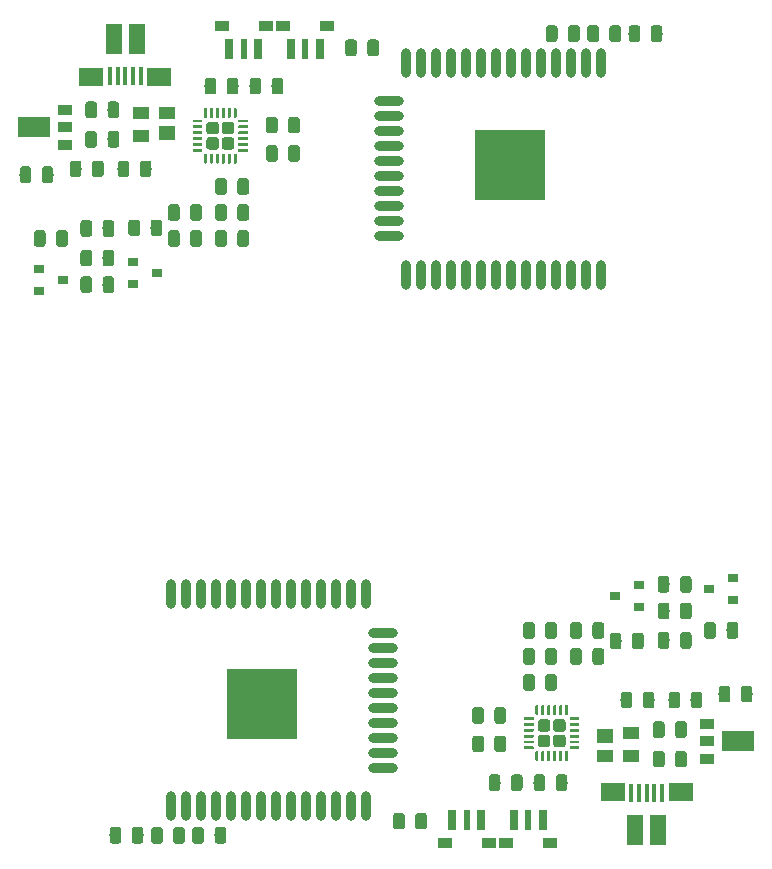
<source format=gbr>
G04 #@! TF.GenerationSoftware,KiCad,Pcbnew,5.0.1*
G04 #@! TF.CreationDate,2019-08-26T08:25:50-04:00*
G04 #@! TF.ProjectId,ESP32-Zip-Panelized,45535033322D5A69702D50616E656C69,rev?*
G04 #@! TF.SameCoordinates,Original*
G04 #@! TF.FileFunction,Paste,Top*
G04 #@! TF.FilePolarity,Positive*
%FSLAX46Y46*%
G04 Gerber Fmt 4.6, Leading zero omitted, Abs format (unit mm)*
G04 Created by KiCad (PCBNEW 5.0.1) date Mon 26 Aug 2019 08:25:50 AM EDT*
%MOMM*%
%LPD*%
G01*
G04 APERTURE LIST*
%ADD10R,1.430000X2.500000*%
%ADD11R,0.400000X1.650000*%
%ADD12R,2.000000X1.500000*%
%ADD13C,0.100000*%
%ADD14C,0.975000*%
%ADD15R,1.400000X1.200000*%
%ADD16R,1.400000X1.000000*%
%ADD17R,1.295400X0.889000*%
%ADD18R,2.692400X1.701800*%
%ADD19O,0.900000X2.500000*%
%ADD20O,2.500000X0.900000*%
%ADD21R,6.000000X6.000000*%
%ADD22R,0.750000X1.800000*%
%ADD23R,0.600000X1.800000*%
%ADD24R,1.300000X0.900000*%
%ADD25C,1.050000*%
%ADD26C,0.250000*%
%ADD27R,0.900000X0.800000*%
G04 APERTURE END LIST*
D10*
G04 #@! TO.C,J1*
X95500000Y-78620000D03*
X93580000Y-78620000D03*
D11*
X95840000Y-75470000D03*
X95190000Y-75470000D03*
X94540000Y-75470000D03*
X93890000Y-75470000D03*
X93240000Y-75470000D03*
D12*
X97440000Y-75350000D03*
X91690000Y-75370000D03*
G04 #@! TD*
D13*
G04 #@! TO.C,C3*
G36*
X81930142Y-73901174D02*
X81953803Y-73904684D01*
X81977007Y-73910496D01*
X81999529Y-73918554D01*
X82021153Y-73928782D01*
X82041670Y-73941079D01*
X82060883Y-73955329D01*
X82078607Y-73971393D01*
X82094671Y-73989117D01*
X82108921Y-74008330D01*
X82121218Y-74028847D01*
X82131446Y-74050471D01*
X82139504Y-74072993D01*
X82145316Y-74096197D01*
X82148826Y-74119858D01*
X82150000Y-74143750D01*
X82150000Y-75056250D01*
X82148826Y-75080142D01*
X82145316Y-75103803D01*
X82139504Y-75127007D01*
X82131446Y-75149529D01*
X82121218Y-75171153D01*
X82108921Y-75191670D01*
X82094671Y-75210883D01*
X82078607Y-75228607D01*
X82060883Y-75244671D01*
X82041670Y-75258921D01*
X82021153Y-75271218D01*
X81999529Y-75281446D01*
X81977007Y-75289504D01*
X81953803Y-75295316D01*
X81930142Y-75298826D01*
X81906250Y-75300000D01*
X81418750Y-75300000D01*
X81394858Y-75298826D01*
X81371197Y-75295316D01*
X81347993Y-75289504D01*
X81325471Y-75281446D01*
X81303847Y-75271218D01*
X81283330Y-75258921D01*
X81264117Y-75244671D01*
X81246393Y-75228607D01*
X81230329Y-75210883D01*
X81216079Y-75191670D01*
X81203782Y-75171153D01*
X81193554Y-75149529D01*
X81185496Y-75127007D01*
X81179684Y-75103803D01*
X81176174Y-75080142D01*
X81175000Y-75056250D01*
X81175000Y-74143750D01*
X81176174Y-74119858D01*
X81179684Y-74096197D01*
X81185496Y-74072993D01*
X81193554Y-74050471D01*
X81203782Y-74028847D01*
X81216079Y-74008330D01*
X81230329Y-73989117D01*
X81246393Y-73971393D01*
X81264117Y-73955329D01*
X81283330Y-73941079D01*
X81303847Y-73928782D01*
X81325471Y-73918554D01*
X81347993Y-73910496D01*
X81371197Y-73904684D01*
X81394858Y-73901174D01*
X81418750Y-73900000D01*
X81906250Y-73900000D01*
X81930142Y-73901174D01*
X81930142Y-73901174D01*
G37*
D14*
X81662500Y-74600000D03*
D13*
G36*
X83805142Y-73901174D02*
X83828803Y-73904684D01*
X83852007Y-73910496D01*
X83874529Y-73918554D01*
X83896153Y-73928782D01*
X83916670Y-73941079D01*
X83935883Y-73955329D01*
X83953607Y-73971393D01*
X83969671Y-73989117D01*
X83983921Y-74008330D01*
X83996218Y-74028847D01*
X84006446Y-74050471D01*
X84014504Y-74072993D01*
X84020316Y-74096197D01*
X84023826Y-74119858D01*
X84025000Y-74143750D01*
X84025000Y-75056250D01*
X84023826Y-75080142D01*
X84020316Y-75103803D01*
X84014504Y-75127007D01*
X84006446Y-75149529D01*
X83996218Y-75171153D01*
X83983921Y-75191670D01*
X83969671Y-75210883D01*
X83953607Y-75228607D01*
X83935883Y-75244671D01*
X83916670Y-75258921D01*
X83896153Y-75271218D01*
X83874529Y-75281446D01*
X83852007Y-75289504D01*
X83828803Y-75295316D01*
X83805142Y-75298826D01*
X83781250Y-75300000D01*
X83293750Y-75300000D01*
X83269858Y-75298826D01*
X83246197Y-75295316D01*
X83222993Y-75289504D01*
X83200471Y-75281446D01*
X83178847Y-75271218D01*
X83158330Y-75258921D01*
X83139117Y-75244671D01*
X83121393Y-75228607D01*
X83105329Y-75210883D01*
X83091079Y-75191670D01*
X83078782Y-75171153D01*
X83068554Y-75149529D01*
X83060496Y-75127007D01*
X83054684Y-75103803D01*
X83051174Y-75080142D01*
X83050000Y-75056250D01*
X83050000Y-74143750D01*
X83051174Y-74119858D01*
X83054684Y-74096197D01*
X83060496Y-74072993D01*
X83068554Y-74050471D01*
X83078782Y-74028847D01*
X83091079Y-74008330D01*
X83105329Y-73989117D01*
X83121393Y-73971393D01*
X83139117Y-73955329D01*
X83158330Y-73941079D01*
X83178847Y-73928782D01*
X83200471Y-73918554D01*
X83222993Y-73910496D01*
X83246197Y-73904684D01*
X83269858Y-73901174D01*
X83293750Y-73900000D01*
X83781250Y-73900000D01*
X83805142Y-73901174D01*
X83805142Y-73901174D01*
G37*
D14*
X83537500Y-74600000D03*
G04 #@! TD*
D13*
G04 #@! TO.C,D2*
G36*
X103267642Y-66401174D02*
X103291303Y-66404684D01*
X103314507Y-66410496D01*
X103337029Y-66418554D01*
X103358653Y-66428782D01*
X103379170Y-66441079D01*
X103398383Y-66455329D01*
X103416107Y-66471393D01*
X103432171Y-66489117D01*
X103446421Y-66508330D01*
X103458718Y-66528847D01*
X103468946Y-66550471D01*
X103477004Y-66572993D01*
X103482816Y-66596197D01*
X103486326Y-66619858D01*
X103487500Y-66643750D01*
X103487500Y-67556250D01*
X103486326Y-67580142D01*
X103482816Y-67603803D01*
X103477004Y-67627007D01*
X103468946Y-67649529D01*
X103458718Y-67671153D01*
X103446421Y-67691670D01*
X103432171Y-67710883D01*
X103416107Y-67728607D01*
X103398383Y-67744671D01*
X103379170Y-67758921D01*
X103358653Y-67771218D01*
X103337029Y-67781446D01*
X103314507Y-67789504D01*
X103291303Y-67795316D01*
X103267642Y-67798826D01*
X103243750Y-67800000D01*
X102756250Y-67800000D01*
X102732358Y-67798826D01*
X102708697Y-67795316D01*
X102685493Y-67789504D01*
X102662971Y-67781446D01*
X102641347Y-67771218D01*
X102620830Y-67758921D01*
X102601617Y-67744671D01*
X102583893Y-67728607D01*
X102567829Y-67710883D01*
X102553579Y-67691670D01*
X102541282Y-67671153D01*
X102531054Y-67649529D01*
X102522996Y-67627007D01*
X102517184Y-67603803D01*
X102513674Y-67580142D01*
X102512500Y-67556250D01*
X102512500Y-66643750D01*
X102513674Y-66619858D01*
X102517184Y-66596197D01*
X102522996Y-66572993D01*
X102531054Y-66550471D01*
X102541282Y-66528847D01*
X102553579Y-66508330D01*
X102567829Y-66489117D01*
X102583893Y-66471393D01*
X102601617Y-66455329D01*
X102620830Y-66441079D01*
X102641347Y-66428782D01*
X102662971Y-66418554D01*
X102685493Y-66410496D01*
X102708697Y-66404684D01*
X102732358Y-66401174D01*
X102756250Y-66400000D01*
X103243750Y-66400000D01*
X103267642Y-66401174D01*
X103267642Y-66401174D01*
G37*
D14*
X103000000Y-67100000D03*
D13*
G36*
X101392642Y-66401174D02*
X101416303Y-66404684D01*
X101439507Y-66410496D01*
X101462029Y-66418554D01*
X101483653Y-66428782D01*
X101504170Y-66441079D01*
X101523383Y-66455329D01*
X101541107Y-66471393D01*
X101557171Y-66489117D01*
X101571421Y-66508330D01*
X101583718Y-66528847D01*
X101593946Y-66550471D01*
X101602004Y-66572993D01*
X101607816Y-66596197D01*
X101611326Y-66619858D01*
X101612500Y-66643750D01*
X101612500Y-67556250D01*
X101611326Y-67580142D01*
X101607816Y-67603803D01*
X101602004Y-67627007D01*
X101593946Y-67649529D01*
X101583718Y-67671153D01*
X101571421Y-67691670D01*
X101557171Y-67710883D01*
X101541107Y-67728607D01*
X101523383Y-67744671D01*
X101504170Y-67758921D01*
X101483653Y-67771218D01*
X101462029Y-67781446D01*
X101439507Y-67789504D01*
X101416303Y-67795316D01*
X101392642Y-67798826D01*
X101368750Y-67800000D01*
X100881250Y-67800000D01*
X100857358Y-67798826D01*
X100833697Y-67795316D01*
X100810493Y-67789504D01*
X100787971Y-67781446D01*
X100766347Y-67771218D01*
X100745830Y-67758921D01*
X100726617Y-67744671D01*
X100708893Y-67728607D01*
X100692829Y-67710883D01*
X100678579Y-67691670D01*
X100666282Y-67671153D01*
X100656054Y-67649529D01*
X100647996Y-67627007D01*
X100642184Y-67603803D01*
X100638674Y-67580142D01*
X100637500Y-67556250D01*
X100637500Y-66643750D01*
X100638674Y-66619858D01*
X100642184Y-66596197D01*
X100647996Y-66572993D01*
X100656054Y-66550471D01*
X100666282Y-66528847D01*
X100678579Y-66508330D01*
X100692829Y-66489117D01*
X100708893Y-66471393D01*
X100726617Y-66455329D01*
X100745830Y-66441079D01*
X100766347Y-66428782D01*
X100787971Y-66418554D01*
X100810493Y-66410496D01*
X100833697Y-66404684D01*
X100857358Y-66401174D01*
X100881250Y-66400000D01*
X101368750Y-66400000D01*
X101392642Y-66401174D01*
X101392642Y-66401174D01*
G37*
D14*
X101125000Y-67100000D03*
G04 #@! TD*
D15*
G04 #@! TO.C,D1*
X91000000Y-70600000D03*
D16*
X91000000Y-72320000D03*
X93200000Y-72320000D03*
X93200000Y-70420000D03*
G04 #@! TD*
D17*
G04 #@! TO.C,U1*
X99645800Y-69600000D03*
X99645800Y-71100000D03*
X99645800Y-72600000D03*
D18*
X102249300Y-71100000D03*
G04 #@! TD*
D19*
G04 #@! TO.C,U3*
X54250000Y-58600000D03*
X55520000Y-58600000D03*
X56790000Y-58600000D03*
X58060000Y-58600000D03*
X59330000Y-58600000D03*
X60600000Y-58600000D03*
X61870000Y-58600000D03*
X63140000Y-58600000D03*
X64410000Y-58600000D03*
X65680000Y-58600000D03*
X66950000Y-58600000D03*
X68220000Y-58600000D03*
X69490000Y-58600000D03*
X70760000Y-58600000D03*
D20*
X72250000Y-61885000D03*
X72250000Y-63155000D03*
X72250000Y-64425000D03*
X72250000Y-65695000D03*
X72250000Y-66965000D03*
X72250000Y-68235000D03*
X72250000Y-69505000D03*
X72250000Y-70775000D03*
X72250000Y-72045000D03*
X72250000Y-73315000D03*
D19*
X70760000Y-76600000D03*
X69490000Y-76600000D03*
X68220000Y-76600000D03*
X66950000Y-76600000D03*
X65680000Y-76600000D03*
X64410000Y-76600000D03*
X63140000Y-76600000D03*
X61870000Y-76600000D03*
X60600000Y-76600000D03*
X59330000Y-76600000D03*
X58060000Y-76600000D03*
X56790000Y-76600000D03*
X55520000Y-76600000D03*
X54250000Y-76600000D03*
D21*
X61950000Y-67900000D03*
G04 #@! TD*
D22*
G04 #@! TO.C,SW2*
X83275000Y-77750000D03*
D23*
X84500000Y-77750000D03*
D22*
X85725000Y-77750000D03*
D24*
X86350000Y-79700000D03*
X82650000Y-79700000D03*
G04 #@! TD*
G04 #@! TO.C,SW1*
X77450000Y-79700000D03*
X81150000Y-79700000D03*
D22*
X80525000Y-77750000D03*
D23*
X79300000Y-77750000D03*
D22*
X78075000Y-77750000D03*
G04 #@! TD*
D13*
G04 #@! TO.C,C10*
G36*
X51705142Y-78351174D02*
X51728803Y-78354684D01*
X51752007Y-78360496D01*
X51774529Y-78368554D01*
X51796153Y-78378782D01*
X51816670Y-78391079D01*
X51835883Y-78405329D01*
X51853607Y-78421393D01*
X51869671Y-78439117D01*
X51883921Y-78458330D01*
X51896218Y-78478847D01*
X51906446Y-78500471D01*
X51914504Y-78522993D01*
X51920316Y-78546197D01*
X51923826Y-78569858D01*
X51925000Y-78593750D01*
X51925000Y-79506250D01*
X51923826Y-79530142D01*
X51920316Y-79553803D01*
X51914504Y-79577007D01*
X51906446Y-79599529D01*
X51896218Y-79621153D01*
X51883921Y-79641670D01*
X51869671Y-79660883D01*
X51853607Y-79678607D01*
X51835883Y-79694671D01*
X51816670Y-79708921D01*
X51796153Y-79721218D01*
X51774529Y-79731446D01*
X51752007Y-79739504D01*
X51728803Y-79745316D01*
X51705142Y-79748826D01*
X51681250Y-79750000D01*
X51193750Y-79750000D01*
X51169858Y-79748826D01*
X51146197Y-79745316D01*
X51122993Y-79739504D01*
X51100471Y-79731446D01*
X51078847Y-79721218D01*
X51058330Y-79708921D01*
X51039117Y-79694671D01*
X51021393Y-79678607D01*
X51005329Y-79660883D01*
X50991079Y-79641670D01*
X50978782Y-79621153D01*
X50968554Y-79599529D01*
X50960496Y-79577007D01*
X50954684Y-79553803D01*
X50951174Y-79530142D01*
X50950000Y-79506250D01*
X50950000Y-78593750D01*
X50951174Y-78569858D01*
X50954684Y-78546197D01*
X50960496Y-78522993D01*
X50968554Y-78500471D01*
X50978782Y-78478847D01*
X50991079Y-78458330D01*
X51005329Y-78439117D01*
X51021393Y-78421393D01*
X51039117Y-78405329D01*
X51058330Y-78391079D01*
X51078847Y-78378782D01*
X51100471Y-78368554D01*
X51122993Y-78360496D01*
X51146197Y-78354684D01*
X51169858Y-78351174D01*
X51193750Y-78350000D01*
X51681250Y-78350000D01*
X51705142Y-78351174D01*
X51705142Y-78351174D01*
G37*
D14*
X51437500Y-79050000D03*
D13*
G36*
X49830142Y-78351174D02*
X49853803Y-78354684D01*
X49877007Y-78360496D01*
X49899529Y-78368554D01*
X49921153Y-78378782D01*
X49941670Y-78391079D01*
X49960883Y-78405329D01*
X49978607Y-78421393D01*
X49994671Y-78439117D01*
X50008921Y-78458330D01*
X50021218Y-78478847D01*
X50031446Y-78500471D01*
X50039504Y-78522993D01*
X50045316Y-78546197D01*
X50048826Y-78569858D01*
X50050000Y-78593750D01*
X50050000Y-79506250D01*
X50048826Y-79530142D01*
X50045316Y-79553803D01*
X50039504Y-79577007D01*
X50031446Y-79599529D01*
X50021218Y-79621153D01*
X50008921Y-79641670D01*
X49994671Y-79660883D01*
X49978607Y-79678607D01*
X49960883Y-79694671D01*
X49941670Y-79708921D01*
X49921153Y-79721218D01*
X49899529Y-79731446D01*
X49877007Y-79739504D01*
X49853803Y-79745316D01*
X49830142Y-79748826D01*
X49806250Y-79750000D01*
X49318750Y-79750000D01*
X49294858Y-79748826D01*
X49271197Y-79745316D01*
X49247993Y-79739504D01*
X49225471Y-79731446D01*
X49203847Y-79721218D01*
X49183330Y-79708921D01*
X49164117Y-79694671D01*
X49146393Y-79678607D01*
X49130329Y-79660883D01*
X49116079Y-79641670D01*
X49103782Y-79621153D01*
X49093554Y-79599529D01*
X49085496Y-79577007D01*
X49079684Y-79553803D01*
X49076174Y-79530142D01*
X49075000Y-79506250D01*
X49075000Y-78593750D01*
X49076174Y-78569858D01*
X49079684Y-78546197D01*
X49085496Y-78522993D01*
X49093554Y-78500471D01*
X49103782Y-78478847D01*
X49116079Y-78458330D01*
X49130329Y-78439117D01*
X49146393Y-78421393D01*
X49164117Y-78405329D01*
X49183330Y-78391079D01*
X49203847Y-78378782D01*
X49225471Y-78368554D01*
X49247993Y-78360496D01*
X49271197Y-78354684D01*
X49294858Y-78351174D01*
X49318750Y-78350000D01*
X49806250Y-78350000D01*
X49830142Y-78351174D01*
X49830142Y-78351174D01*
G37*
D14*
X49562500Y-79050000D03*
G04 #@! TD*
D13*
G04 #@! TO.C,C9*
G36*
X55205142Y-78351174D02*
X55228803Y-78354684D01*
X55252007Y-78360496D01*
X55274529Y-78368554D01*
X55296153Y-78378782D01*
X55316670Y-78391079D01*
X55335883Y-78405329D01*
X55353607Y-78421393D01*
X55369671Y-78439117D01*
X55383921Y-78458330D01*
X55396218Y-78478847D01*
X55406446Y-78500471D01*
X55414504Y-78522993D01*
X55420316Y-78546197D01*
X55423826Y-78569858D01*
X55425000Y-78593750D01*
X55425000Y-79506250D01*
X55423826Y-79530142D01*
X55420316Y-79553803D01*
X55414504Y-79577007D01*
X55406446Y-79599529D01*
X55396218Y-79621153D01*
X55383921Y-79641670D01*
X55369671Y-79660883D01*
X55353607Y-79678607D01*
X55335883Y-79694671D01*
X55316670Y-79708921D01*
X55296153Y-79721218D01*
X55274529Y-79731446D01*
X55252007Y-79739504D01*
X55228803Y-79745316D01*
X55205142Y-79748826D01*
X55181250Y-79750000D01*
X54693750Y-79750000D01*
X54669858Y-79748826D01*
X54646197Y-79745316D01*
X54622993Y-79739504D01*
X54600471Y-79731446D01*
X54578847Y-79721218D01*
X54558330Y-79708921D01*
X54539117Y-79694671D01*
X54521393Y-79678607D01*
X54505329Y-79660883D01*
X54491079Y-79641670D01*
X54478782Y-79621153D01*
X54468554Y-79599529D01*
X54460496Y-79577007D01*
X54454684Y-79553803D01*
X54451174Y-79530142D01*
X54450000Y-79506250D01*
X54450000Y-78593750D01*
X54451174Y-78569858D01*
X54454684Y-78546197D01*
X54460496Y-78522993D01*
X54468554Y-78500471D01*
X54478782Y-78478847D01*
X54491079Y-78458330D01*
X54505329Y-78439117D01*
X54521393Y-78421393D01*
X54539117Y-78405329D01*
X54558330Y-78391079D01*
X54578847Y-78378782D01*
X54600471Y-78368554D01*
X54622993Y-78360496D01*
X54646197Y-78354684D01*
X54669858Y-78351174D01*
X54693750Y-78350000D01*
X55181250Y-78350000D01*
X55205142Y-78351174D01*
X55205142Y-78351174D01*
G37*
D14*
X54937500Y-79050000D03*
D13*
G36*
X53330142Y-78351174D02*
X53353803Y-78354684D01*
X53377007Y-78360496D01*
X53399529Y-78368554D01*
X53421153Y-78378782D01*
X53441670Y-78391079D01*
X53460883Y-78405329D01*
X53478607Y-78421393D01*
X53494671Y-78439117D01*
X53508921Y-78458330D01*
X53521218Y-78478847D01*
X53531446Y-78500471D01*
X53539504Y-78522993D01*
X53545316Y-78546197D01*
X53548826Y-78569858D01*
X53550000Y-78593750D01*
X53550000Y-79506250D01*
X53548826Y-79530142D01*
X53545316Y-79553803D01*
X53539504Y-79577007D01*
X53531446Y-79599529D01*
X53521218Y-79621153D01*
X53508921Y-79641670D01*
X53494671Y-79660883D01*
X53478607Y-79678607D01*
X53460883Y-79694671D01*
X53441670Y-79708921D01*
X53421153Y-79721218D01*
X53399529Y-79731446D01*
X53377007Y-79739504D01*
X53353803Y-79745316D01*
X53330142Y-79748826D01*
X53306250Y-79750000D01*
X52818750Y-79750000D01*
X52794858Y-79748826D01*
X52771197Y-79745316D01*
X52747993Y-79739504D01*
X52725471Y-79731446D01*
X52703847Y-79721218D01*
X52683330Y-79708921D01*
X52664117Y-79694671D01*
X52646393Y-79678607D01*
X52630329Y-79660883D01*
X52616079Y-79641670D01*
X52603782Y-79621153D01*
X52593554Y-79599529D01*
X52585496Y-79577007D01*
X52579684Y-79553803D01*
X52576174Y-79530142D01*
X52575000Y-79506250D01*
X52575000Y-78593750D01*
X52576174Y-78569858D01*
X52579684Y-78546197D01*
X52585496Y-78522993D01*
X52593554Y-78500471D01*
X52603782Y-78478847D01*
X52616079Y-78458330D01*
X52630329Y-78439117D01*
X52646393Y-78421393D01*
X52664117Y-78405329D01*
X52683330Y-78391079D01*
X52703847Y-78378782D01*
X52725471Y-78368554D01*
X52747993Y-78360496D01*
X52771197Y-78354684D01*
X52794858Y-78351174D01*
X52818750Y-78350000D01*
X53306250Y-78350000D01*
X53330142Y-78351174D01*
X53330142Y-78351174D01*
G37*
D14*
X53062500Y-79050000D03*
G04 #@! TD*
D13*
G04 #@! TO.C,C8*
G36*
X58705142Y-78351174D02*
X58728803Y-78354684D01*
X58752007Y-78360496D01*
X58774529Y-78368554D01*
X58796153Y-78378782D01*
X58816670Y-78391079D01*
X58835883Y-78405329D01*
X58853607Y-78421393D01*
X58869671Y-78439117D01*
X58883921Y-78458330D01*
X58896218Y-78478847D01*
X58906446Y-78500471D01*
X58914504Y-78522993D01*
X58920316Y-78546197D01*
X58923826Y-78569858D01*
X58925000Y-78593750D01*
X58925000Y-79506250D01*
X58923826Y-79530142D01*
X58920316Y-79553803D01*
X58914504Y-79577007D01*
X58906446Y-79599529D01*
X58896218Y-79621153D01*
X58883921Y-79641670D01*
X58869671Y-79660883D01*
X58853607Y-79678607D01*
X58835883Y-79694671D01*
X58816670Y-79708921D01*
X58796153Y-79721218D01*
X58774529Y-79731446D01*
X58752007Y-79739504D01*
X58728803Y-79745316D01*
X58705142Y-79748826D01*
X58681250Y-79750000D01*
X58193750Y-79750000D01*
X58169858Y-79748826D01*
X58146197Y-79745316D01*
X58122993Y-79739504D01*
X58100471Y-79731446D01*
X58078847Y-79721218D01*
X58058330Y-79708921D01*
X58039117Y-79694671D01*
X58021393Y-79678607D01*
X58005329Y-79660883D01*
X57991079Y-79641670D01*
X57978782Y-79621153D01*
X57968554Y-79599529D01*
X57960496Y-79577007D01*
X57954684Y-79553803D01*
X57951174Y-79530142D01*
X57950000Y-79506250D01*
X57950000Y-78593750D01*
X57951174Y-78569858D01*
X57954684Y-78546197D01*
X57960496Y-78522993D01*
X57968554Y-78500471D01*
X57978782Y-78478847D01*
X57991079Y-78458330D01*
X58005329Y-78439117D01*
X58021393Y-78421393D01*
X58039117Y-78405329D01*
X58058330Y-78391079D01*
X58078847Y-78378782D01*
X58100471Y-78368554D01*
X58122993Y-78360496D01*
X58146197Y-78354684D01*
X58169858Y-78351174D01*
X58193750Y-78350000D01*
X58681250Y-78350000D01*
X58705142Y-78351174D01*
X58705142Y-78351174D01*
G37*
D14*
X58437500Y-79050000D03*
D13*
G36*
X56830142Y-78351174D02*
X56853803Y-78354684D01*
X56877007Y-78360496D01*
X56899529Y-78368554D01*
X56921153Y-78378782D01*
X56941670Y-78391079D01*
X56960883Y-78405329D01*
X56978607Y-78421393D01*
X56994671Y-78439117D01*
X57008921Y-78458330D01*
X57021218Y-78478847D01*
X57031446Y-78500471D01*
X57039504Y-78522993D01*
X57045316Y-78546197D01*
X57048826Y-78569858D01*
X57050000Y-78593750D01*
X57050000Y-79506250D01*
X57048826Y-79530142D01*
X57045316Y-79553803D01*
X57039504Y-79577007D01*
X57031446Y-79599529D01*
X57021218Y-79621153D01*
X57008921Y-79641670D01*
X56994671Y-79660883D01*
X56978607Y-79678607D01*
X56960883Y-79694671D01*
X56941670Y-79708921D01*
X56921153Y-79721218D01*
X56899529Y-79731446D01*
X56877007Y-79739504D01*
X56853803Y-79745316D01*
X56830142Y-79748826D01*
X56806250Y-79750000D01*
X56318750Y-79750000D01*
X56294858Y-79748826D01*
X56271197Y-79745316D01*
X56247993Y-79739504D01*
X56225471Y-79731446D01*
X56203847Y-79721218D01*
X56183330Y-79708921D01*
X56164117Y-79694671D01*
X56146393Y-79678607D01*
X56130329Y-79660883D01*
X56116079Y-79641670D01*
X56103782Y-79621153D01*
X56093554Y-79599529D01*
X56085496Y-79577007D01*
X56079684Y-79553803D01*
X56076174Y-79530142D01*
X56075000Y-79506250D01*
X56075000Y-78593750D01*
X56076174Y-78569858D01*
X56079684Y-78546197D01*
X56085496Y-78522993D01*
X56093554Y-78500471D01*
X56103782Y-78478847D01*
X56116079Y-78458330D01*
X56130329Y-78439117D01*
X56146393Y-78421393D01*
X56164117Y-78405329D01*
X56183330Y-78391079D01*
X56203847Y-78378782D01*
X56225471Y-78368554D01*
X56247993Y-78360496D01*
X56271197Y-78354684D01*
X56294858Y-78351174D01*
X56318750Y-78350000D01*
X56806250Y-78350000D01*
X56830142Y-78351174D01*
X56830142Y-78351174D01*
G37*
D14*
X56562500Y-79050000D03*
G04 #@! TD*
D13*
G04 #@! TO.C,C6*
G36*
X97705142Y-71901174D02*
X97728803Y-71904684D01*
X97752007Y-71910496D01*
X97774529Y-71918554D01*
X97796153Y-71928782D01*
X97816670Y-71941079D01*
X97835883Y-71955329D01*
X97853607Y-71971393D01*
X97869671Y-71989117D01*
X97883921Y-72008330D01*
X97896218Y-72028847D01*
X97906446Y-72050471D01*
X97914504Y-72072993D01*
X97920316Y-72096197D01*
X97923826Y-72119858D01*
X97925000Y-72143750D01*
X97925000Y-73056250D01*
X97923826Y-73080142D01*
X97920316Y-73103803D01*
X97914504Y-73127007D01*
X97906446Y-73149529D01*
X97896218Y-73171153D01*
X97883921Y-73191670D01*
X97869671Y-73210883D01*
X97853607Y-73228607D01*
X97835883Y-73244671D01*
X97816670Y-73258921D01*
X97796153Y-73271218D01*
X97774529Y-73281446D01*
X97752007Y-73289504D01*
X97728803Y-73295316D01*
X97705142Y-73298826D01*
X97681250Y-73300000D01*
X97193750Y-73300000D01*
X97169858Y-73298826D01*
X97146197Y-73295316D01*
X97122993Y-73289504D01*
X97100471Y-73281446D01*
X97078847Y-73271218D01*
X97058330Y-73258921D01*
X97039117Y-73244671D01*
X97021393Y-73228607D01*
X97005329Y-73210883D01*
X96991079Y-73191670D01*
X96978782Y-73171153D01*
X96968554Y-73149529D01*
X96960496Y-73127007D01*
X96954684Y-73103803D01*
X96951174Y-73080142D01*
X96950000Y-73056250D01*
X96950000Y-72143750D01*
X96951174Y-72119858D01*
X96954684Y-72096197D01*
X96960496Y-72072993D01*
X96968554Y-72050471D01*
X96978782Y-72028847D01*
X96991079Y-72008330D01*
X97005329Y-71989117D01*
X97021393Y-71971393D01*
X97039117Y-71955329D01*
X97058330Y-71941079D01*
X97078847Y-71928782D01*
X97100471Y-71918554D01*
X97122993Y-71910496D01*
X97146197Y-71904684D01*
X97169858Y-71901174D01*
X97193750Y-71900000D01*
X97681250Y-71900000D01*
X97705142Y-71901174D01*
X97705142Y-71901174D01*
G37*
D14*
X97437500Y-72600000D03*
D13*
G36*
X95830142Y-71901174D02*
X95853803Y-71904684D01*
X95877007Y-71910496D01*
X95899529Y-71918554D01*
X95921153Y-71928782D01*
X95941670Y-71941079D01*
X95960883Y-71955329D01*
X95978607Y-71971393D01*
X95994671Y-71989117D01*
X96008921Y-72008330D01*
X96021218Y-72028847D01*
X96031446Y-72050471D01*
X96039504Y-72072993D01*
X96045316Y-72096197D01*
X96048826Y-72119858D01*
X96050000Y-72143750D01*
X96050000Y-73056250D01*
X96048826Y-73080142D01*
X96045316Y-73103803D01*
X96039504Y-73127007D01*
X96031446Y-73149529D01*
X96021218Y-73171153D01*
X96008921Y-73191670D01*
X95994671Y-73210883D01*
X95978607Y-73228607D01*
X95960883Y-73244671D01*
X95941670Y-73258921D01*
X95921153Y-73271218D01*
X95899529Y-73281446D01*
X95877007Y-73289504D01*
X95853803Y-73295316D01*
X95830142Y-73298826D01*
X95806250Y-73300000D01*
X95318750Y-73300000D01*
X95294858Y-73298826D01*
X95271197Y-73295316D01*
X95247993Y-73289504D01*
X95225471Y-73281446D01*
X95203847Y-73271218D01*
X95183330Y-73258921D01*
X95164117Y-73244671D01*
X95146393Y-73228607D01*
X95130329Y-73210883D01*
X95116079Y-73191670D01*
X95103782Y-73171153D01*
X95093554Y-73149529D01*
X95085496Y-73127007D01*
X95079684Y-73103803D01*
X95076174Y-73080142D01*
X95075000Y-73056250D01*
X95075000Y-72143750D01*
X95076174Y-72119858D01*
X95079684Y-72096197D01*
X95085496Y-72072993D01*
X95093554Y-72050471D01*
X95103782Y-72028847D01*
X95116079Y-72008330D01*
X95130329Y-71989117D01*
X95146393Y-71971393D01*
X95164117Y-71955329D01*
X95183330Y-71941079D01*
X95203847Y-71928782D01*
X95225471Y-71918554D01*
X95247993Y-71910496D01*
X95271197Y-71904684D01*
X95294858Y-71901174D01*
X95318750Y-71900000D01*
X95806250Y-71900000D01*
X95830142Y-71901174D01*
X95830142Y-71901174D01*
G37*
D14*
X95562500Y-72600000D03*
G04 #@! TD*
D13*
G04 #@! TO.C,C5*
G36*
X95830142Y-69401174D02*
X95853803Y-69404684D01*
X95877007Y-69410496D01*
X95899529Y-69418554D01*
X95921153Y-69428782D01*
X95941670Y-69441079D01*
X95960883Y-69455329D01*
X95978607Y-69471393D01*
X95994671Y-69489117D01*
X96008921Y-69508330D01*
X96021218Y-69528847D01*
X96031446Y-69550471D01*
X96039504Y-69572993D01*
X96045316Y-69596197D01*
X96048826Y-69619858D01*
X96050000Y-69643750D01*
X96050000Y-70556250D01*
X96048826Y-70580142D01*
X96045316Y-70603803D01*
X96039504Y-70627007D01*
X96031446Y-70649529D01*
X96021218Y-70671153D01*
X96008921Y-70691670D01*
X95994671Y-70710883D01*
X95978607Y-70728607D01*
X95960883Y-70744671D01*
X95941670Y-70758921D01*
X95921153Y-70771218D01*
X95899529Y-70781446D01*
X95877007Y-70789504D01*
X95853803Y-70795316D01*
X95830142Y-70798826D01*
X95806250Y-70800000D01*
X95318750Y-70800000D01*
X95294858Y-70798826D01*
X95271197Y-70795316D01*
X95247993Y-70789504D01*
X95225471Y-70781446D01*
X95203847Y-70771218D01*
X95183330Y-70758921D01*
X95164117Y-70744671D01*
X95146393Y-70728607D01*
X95130329Y-70710883D01*
X95116079Y-70691670D01*
X95103782Y-70671153D01*
X95093554Y-70649529D01*
X95085496Y-70627007D01*
X95079684Y-70603803D01*
X95076174Y-70580142D01*
X95075000Y-70556250D01*
X95075000Y-69643750D01*
X95076174Y-69619858D01*
X95079684Y-69596197D01*
X95085496Y-69572993D01*
X95093554Y-69550471D01*
X95103782Y-69528847D01*
X95116079Y-69508330D01*
X95130329Y-69489117D01*
X95146393Y-69471393D01*
X95164117Y-69455329D01*
X95183330Y-69441079D01*
X95203847Y-69428782D01*
X95225471Y-69418554D01*
X95247993Y-69410496D01*
X95271197Y-69404684D01*
X95294858Y-69401174D01*
X95318750Y-69400000D01*
X95806250Y-69400000D01*
X95830142Y-69401174D01*
X95830142Y-69401174D01*
G37*
D14*
X95562500Y-70100000D03*
D13*
G36*
X97705142Y-69401174D02*
X97728803Y-69404684D01*
X97752007Y-69410496D01*
X97774529Y-69418554D01*
X97796153Y-69428782D01*
X97816670Y-69441079D01*
X97835883Y-69455329D01*
X97853607Y-69471393D01*
X97869671Y-69489117D01*
X97883921Y-69508330D01*
X97896218Y-69528847D01*
X97906446Y-69550471D01*
X97914504Y-69572993D01*
X97920316Y-69596197D01*
X97923826Y-69619858D01*
X97925000Y-69643750D01*
X97925000Y-70556250D01*
X97923826Y-70580142D01*
X97920316Y-70603803D01*
X97914504Y-70627007D01*
X97906446Y-70649529D01*
X97896218Y-70671153D01*
X97883921Y-70691670D01*
X97869671Y-70710883D01*
X97853607Y-70728607D01*
X97835883Y-70744671D01*
X97816670Y-70758921D01*
X97796153Y-70771218D01*
X97774529Y-70781446D01*
X97752007Y-70789504D01*
X97728803Y-70795316D01*
X97705142Y-70798826D01*
X97681250Y-70800000D01*
X97193750Y-70800000D01*
X97169858Y-70798826D01*
X97146197Y-70795316D01*
X97122993Y-70789504D01*
X97100471Y-70781446D01*
X97078847Y-70771218D01*
X97058330Y-70758921D01*
X97039117Y-70744671D01*
X97021393Y-70728607D01*
X97005329Y-70710883D01*
X96991079Y-70691670D01*
X96978782Y-70671153D01*
X96968554Y-70649529D01*
X96960496Y-70627007D01*
X96954684Y-70603803D01*
X96951174Y-70580142D01*
X96950000Y-70556250D01*
X96950000Y-69643750D01*
X96951174Y-69619858D01*
X96954684Y-69596197D01*
X96960496Y-69572993D01*
X96968554Y-69550471D01*
X96978782Y-69528847D01*
X96991079Y-69508330D01*
X97005329Y-69489117D01*
X97021393Y-69471393D01*
X97039117Y-69455329D01*
X97058330Y-69441079D01*
X97078847Y-69428782D01*
X97100471Y-69418554D01*
X97122993Y-69410496D01*
X97146197Y-69404684D01*
X97169858Y-69401174D01*
X97193750Y-69400000D01*
X97681250Y-69400000D01*
X97705142Y-69401174D01*
X97705142Y-69401174D01*
G37*
D14*
X97437500Y-70100000D03*
G04 #@! TD*
D13*
G04 #@! TO.C,C4*
G36*
X87605142Y-73901174D02*
X87628803Y-73904684D01*
X87652007Y-73910496D01*
X87674529Y-73918554D01*
X87696153Y-73928782D01*
X87716670Y-73941079D01*
X87735883Y-73955329D01*
X87753607Y-73971393D01*
X87769671Y-73989117D01*
X87783921Y-74008330D01*
X87796218Y-74028847D01*
X87806446Y-74050471D01*
X87814504Y-74072993D01*
X87820316Y-74096197D01*
X87823826Y-74119858D01*
X87825000Y-74143750D01*
X87825000Y-75056250D01*
X87823826Y-75080142D01*
X87820316Y-75103803D01*
X87814504Y-75127007D01*
X87806446Y-75149529D01*
X87796218Y-75171153D01*
X87783921Y-75191670D01*
X87769671Y-75210883D01*
X87753607Y-75228607D01*
X87735883Y-75244671D01*
X87716670Y-75258921D01*
X87696153Y-75271218D01*
X87674529Y-75281446D01*
X87652007Y-75289504D01*
X87628803Y-75295316D01*
X87605142Y-75298826D01*
X87581250Y-75300000D01*
X87093750Y-75300000D01*
X87069858Y-75298826D01*
X87046197Y-75295316D01*
X87022993Y-75289504D01*
X87000471Y-75281446D01*
X86978847Y-75271218D01*
X86958330Y-75258921D01*
X86939117Y-75244671D01*
X86921393Y-75228607D01*
X86905329Y-75210883D01*
X86891079Y-75191670D01*
X86878782Y-75171153D01*
X86868554Y-75149529D01*
X86860496Y-75127007D01*
X86854684Y-75103803D01*
X86851174Y-75080142D01*
X86850000Y-75056250D01*
X86850000Y-74143750D01*
X86851174Y-74119858D01*
X86854684Y-74096197D01*
X86860496Y-74072993D01*
X86868554Y-74050471D01*
X86878782Y-74028847D01*
X86891079Y-74008330D01*
X86905329Y-73989117D01*
X86921393Y-73971393D01*
X86939117Y-73955329D01*
X86958330Y-73941079D01*
X86978847Y-73928782D01*
X87000471Y-73918554D01*
X87022993Y-73910496D01*
X87046197Y-73904684D01*
X87069858Y-73901174D01*
X87093750Y-73900000D01*
X87581250Y-73900000D01*
X87605142Y-73901174D01*
X87605142Y-73901174D01*
G37*
D14*
X87337500Y-74600000D03*
D13*
G36*
X85730142Y-73901174D02*
X85753803Y-73904684D01*
X85777007Y-73910496D01*
X85799529Y-73918554D01*
X85821153Y-73928782D01*
X85841670Y-73941079D01*
X85860883Y-73955329D01*
X85878607Y-73971393D01*
X85894671Y-73989117D01*
X85908921Y-74008330D01*
X85921218Y-74028847D01*
X85931446Y-74050471D01*
X85939504Y-74072993D01*
X85945316Y-74096197D01*
X85948826Y-74119858D01*
X85950000Y-74143750D01*
X85950000Y-75056250D01*
X85948826Y-75080142D01*
X85945316Y-75103803D01*
X85939504Y-75127007D01*
X85931446Y-75149529D01*
X85921218Y-75171153D01*
X85908921Y-75191670D01*
X85894671Y-75210883D01*
X85878607Y-75228607D01*
X85860883Y-75244671D01*
X85841670Y-75258921D01*
X85821153Y-75271218D01*
X85799529Y-75281446D01*
X85777007Y-75289504D01*
X85753803Y-75295316D01*
X85730142Y-75298826D01*
X85706250Y-75300000D01*
X85218750Y-75300000D01*
X85194858Y-75298826D01*
X85171197Y-75295316D01*
X85147993Y-75289504D01*
X85125471Y-75281446D01*
X85103847Y-75271218D01*
X85083330Y-75258921D01*
X85064117Y-75244671D01*
X85046393Y-75228607D01*
X85030329Y-75210883D01*
X85016079Y-75191670D01*
X85003782Y-75171153D01*
X84993554Y-75149529D01*
X84985496Y-75127007D01*
X84979684Y-75103803D01*
X84976174Y-75080142D01*
X84975000Y-75056250D01*
X84975000Y-74143750D01*
X84976174Y-74119858D01*
X84979684Y-74096197D01*
X84985496Y-74072993D01*
X84993554Y-74050471D01*
X85003782Y-74028847D01*
X85016079Y-74008330D01*
X85030329Y-73989117D01*
X85046393Y-73971393D01*
X85064117Y-73955329D01*
X85083330Y-73941079D01*
X85103847Y-73928782D01*
X85125471Y-73918554D01*
X85147993Y-73910496D01*
X85171197Y-73904684D01*
X85194858Y-73901174D01*
X85218750Y-73900000D01*
X85706250Y-73900000D01*
X85730142Y-73901174D01*
X85730142Y-73901174D01*
G37*
D14*
X85462500Y-74600000D03*
G04 #@! TD*
D13*
G04 #@! TO.C,C1*
G36*
X75705142Y-77151174D02*
X75728803Y-77154684D01*
X75752007Y-77160496D01*
X75774529Y-77168554D01*
X75796153Y-77178782D01*
X75816670Y-77191079D01*
X75835883Y-77205329D01*
X75853607Y-77221393D01*
X75869671Y-77239117D01*
X75883921Y-77258330D01*
X75896218Y-77278847D01*
X75906446Y-77300471D01*
X75914504Y-77322993D01*
X75920316Y-77346197D01*
X75923826Y-77369858D01*
X75925000Y-77393750D01*
X75925000Y-78306250D01*
X75923826Y-78330142D01*
X75920316Y-78353803D01*
X75914504Y-78377007D01*
X75906446Y-78399529D01*
X75896218Y-78421153D01*
X75883921Y-78441670D01*
X75869671Y-78460883D01*
X75853607Y-78478607D01*
X75835883Y-78494671D01*
X75816670Y-78508921D01*
X75796153Y-78521218D01*
X75774529Y-78531446D01*
X75752007Y-78539504D01*
X75728803Y-78545316D01*
X75705142Y-78548826D01*
X75681250Y-78550000D01*
X75193750Y-78550000D01*
X75169858Y-78548826D01*
X75146197Y-78545316D01*
X75122993Y-78539504D01*
X75100471Y-78531446D01*
X75078847Y-78521218D01*
X75058330Y-78508921D01*
X75039117Y-78494671D01*
X75021393Y-78478607D01*
X75005329Y-78460883D01*
X74991079Y-78441670D01*
X74978782Y-78421153D01*
X74968554Y-78399529D01*
X74960496Y-78377007D01*
X74954684Y-78353803D01*
X74951174Y-78330142D01*
X74950000Y-78306250D01*
X74950000Y-77393750D01*
X74951174Y-77369858D01*
X74954684Y-77346197D01*
X74960496Y-77322993D01*
X74968554Y-77300471D01*
X74978782Y-77278847D01*
X74991079Y-77258330D01*
X75005329Y-77239117D01*
X75021393Y-77221393D01*
X75039117Y-77205329D01*
X75058330Y-77191079D01*
X75078847Y-77178782D01*
X75100471Y-77168554D01*
X75122993Y-77160496D01*
X75146197Y-77154684D01*
X75169858Y-77151174D01*
X75193750Y-77150000D01*
X75681250Y-77150000D01*
X75705142Y-77151174D01*
X75705142Y-77151174D01*
G37*
D14*
X75437500Y-77850000D03*
D13*
G36*
X73830142Y-77151174D02*
X73853803Y-77154684D01*
X73877007Y-77160496D01*
X73899529Y-77168554D01*
X73921153Y-77178782D01*
X73941670Y-77191079D01*
X73960883Y-77205329D01*
X73978607Y-77221393D01*
X73994671Y-77239117D01*
X74008921Y-77258330D01*
X74021218Y-77278847D01*
X74031446Y-77300471D01*
X74039504Y-77322993D01*
X74045316Y-77346197D01*
X74048826Y-77369858D01*
X74050000Y-77393750D01*
X74050000Y-78306250D01*
X74048826Y-78330142D01*
X74045316Y-78353803D01*
X74039504Y-78377007D01*
X74031446Y-78399529D01*
X74021218Y-78421153D01*
X74008921Y-78441670D01*
X73994671Y-78460883D01*
X73978607Y-78478607D01*
X73960883Y-78494671D01*
X73941670Y-78508921D01*
X73921153Y-78521218D01*
X73899529Y-78531446D01*
X73877007Y-78539504D01*
X73853803Y-78545316D01*
X73830142Y-78548826D01*
X73806250Y-78550000D01*
X73318750Y-78550000D01*
X73294858Y-78548826D01*
X73271197Y-78545316D01*
X73247993Y-78539504D01*
X73225471Y-78531446D01*
X73203847Y-78521218D01*
X73183330Y-78508921D01*
X73164117Y-78494671D01*
X73146393Y-78478607D01*
X73130329Y-78460883D01*
X73116079Y-78441670D01*
X73103782Y-78421153D01*
X73093554Y-78399529D01*
X73085496Y-78377007D01*
X73079684Y-78353803D01*
X73076174Y-78330142D01*
X73075000Y-78306250D01*
X73075000Y-77393750D01*
X73076174Y-77369858D01*
X73079684Y-77346197D01*
X73085496Y-77322993D01*
X73093554Y-77300471D01*
X73103782Y-77278847D01*
X73116079Y-77258330D01*
X73130329Y-77239117D01*
X73146393Y-77221393D01*
X73164117Y-77205329D01*
X73183330Y-77191079D01*
X73203847Y-77178782D01*
X73225471Y-77168554D01*
X73247993Y-77160496D01*
X73271197Y-77154684D01*
X73294858Y-77151174D01*
X73318750Y-77150000D01*
X73806250Y-77150000D01*
X73830142Y-77151174D01*
X73830142Y-77151174D01*
G37*
D14*
X73562500Y-77850000D03*
G04 #@! TD*
D13*
G04 #@! TO.C,C7*
G36*
X100180142Y-61001174D02*
X100203803Y-61004684D01*
X100227007Y-61010496D01*
X100249529Y-61018554D01*
X100271153Y-61028782D01*
X100291670Y-61041079D01*
X100310883Y-61055329D01*
X100328607Y-61071393D01*
X100344671Y-61089117D01*
X100358921Y-61108330D01*
X100371218Y-61128847D01*
X100381446Y-61150471D01*
X100389504Y-61172993D01*
X100395316Y-61196197D01*
X100398826Y-61219858D01*
X100400000Y-61243750D01*
X100400000Y-62156250D01*
X100398826Y-62180142D01*
X100395316Y-62203803D01*
X100389504Y-62227007D01*
X100381446Y-62249529D01*
X100371218Y-62271153D01*
X100358921Y-62291670D01*
X100344671Y-62310883D01*
X100328607Y-62328607D01*
X100310883Y-62344671D01*
X100291670Y-62358921D01*
X100271153Y-62371218D01*
X100249529Y-62381446D01*
X100227007Y-62389504D01*
X100203803Y-62395316D01*
X100180142Y-62398826D01*
X100156250Y-62400000D01*
X99668750Y-62400000D01*
X99644858Y-62398826D01*
X99621197Y-62395316D01*
X99597993Y-62389504D01*
X99575471Y-62381446D01*
X99553847Y-62371218D01*
X99533330Y-62358921D01*
X99514117Y-62344671D01*
X99496393Y-62328607D01*
X99480329Y-62310883D01*
X99466079Y-62291670D01*
X99453782Y-62271153D01*
X99443554Y-62249529D01*
X99435496Y-62227007D01*
X99429684Y-62203803D01*
X99426174Y-62180142D01*
X99425000Y-62156250D01*
X99425000Y-61243750D01*
X99426174Y-61219858D01*
X99429684Y-61196197D01*
X99435496Y-61172993D01*
X99443554Y-61150471D01*
X99453782Y-61128847D01*
X99466079Y-61108330D01*
X99480329Y-61089117D01*
X99496393Y-61071393D01*
X99514117Y-61055329D01*
X99533330Y-61041079D01*
X99553847Y-61028782D01*
X99575471Y-61018554D01*
X99597993Y-61010496D01*
X99621197Y-61004684D01*
X99644858Y-61001174D01*
X99668750Y-61000000D01*
X100156250Y-61000000D01*
X100180142Y-61001174D01*
X100180142Y-61001174D01*
G37*
D14*
X99912500Y-61700000D03*
D13*
G36*
X102055142Y-61001174D02*
X102078803Y-61004684D01*
X102102007Y-61010496D01*
X102124529Y-61018554D01*
X102146153Y-61028782D01*
X102166670Y-61041079D01*
X102185883Y-61055329D01*
X102203607Y-61071393D01*
X102219671Y-61089117D01*
X102233921Y-61108330D01*
X102246218Y-61128847D01*
X102256446Y-61150471D01*
X102264504Y-61172993D01*
X102270316Y-61196197D01*
X102273826Y-61219858D01*
X102275000Y-61243750D01*
X102275000Y-62156250D01*
X102273826Y-62180142D01*
X102270316Y-62203803D01*
X102264504Y-62227007D01*
X102256446Y-62249529D01*
X102246218Y-62271153D01*
X102233921Y-62291670D01*
X102219671Y-62310883D01*
X102203607Y-62328607D01*
X102185883Y-62344671D01*
X102166670Y-62358921D01*
X102146153Y-62371218D01*
X102124529Y-62381446D01*
X102102007Y-62389504D01*
X102078803Y-62395316D01*
X102055142Y-62398826D01*
X102031250Y-62400000D01*
X101543750Y-62400000D01*
X101519858Y-62398826D01*
X101496197Y-62395316D01*
X101472993Y-62389504D01*
X101450471Y-62381446D01*
X101428847Y-62371218D01*
X101408330Y-62358921D01*
X101389117Y-62344671D01*
X101371393Y-62328607D01*
X101355329Y-62310883D01*
X101341079Y-62291670D01*
X101328782Y-62271153D01*
X101318554Y-62249529D01*
X101310496Y-62227007D01*
X101304684Y-62203803D01*
X101301174Y-62180142D01*
X101300000Y-62156250D01*
X101300000Y-61243750D01*
X101301174Y-61219858D01*
X101304684Y-61196197D01*
X101310496Y-61172993D01*
X101318554Y-61150471D01*
X101328782Y-61128847D01*
X101341079Y-61108330D01*
X101355329Y-61089117D01*
X101371393Y-61071393D01*
X101389117Y-61055329D01*
X101408330Y-61041079D01*
X101428847Y-61028782D01*
X101450471Y-61018554D01*
X101472993Y-61010496D01*
X101496197Y-61004684D01*
X101519858Y-61001174D01*
X101543750Y-61000000D01*
X102031250Y-61000000D01*
X102055142Y-61001174D01*
X102055142Y-61001174D01*
G37*
D14*
X101787500Y-61700000D03*
G04 #@! TD*
D13*
G04 #@! TO.C,D3*
G36*
X84830142Y-63201174D02*
X84853803Y-63204684D01*
X84877007Y-63210496D01*
X84899529Y-63218554D01*
X84921153Y-63228782D01*
X84941670Y-63241079D01*
X84960883Y-63255329D01*
X84978607Y-63271393D01*
X84994671Y-63289117D01*
X85008921Y-63308330D01*
X85021218Y-63328847D01*
X85031446Y-63350471D01*
X85039504Y-63372993D01*
X85045316Y-63396197D01*
X85048826Y-63419858D01*
X85050000Y-63443750D01*
X85050000Y-64356250D01*
X85048826Y-64380142D01*
X85045316Y-64403803D01*
X85039504Y-64427007D01*
X85031446Y-64449529D01*
X85021218Y-64471153D01*
X85008921Y-64491670D01*
X84994671Y-64510883D01*
X84978607Y-64528607D01*
X84960883Y-64544671D01*
X84941670Y-64558921D01*
X84921153Y-64571218D01*
X84899529Y-64581446D01*
X84877007Y-64589504D01*
X84853803Y-64595316D01*
X84830142Y-64598826D01*
X84806250Y-64600000D01*
X84318750Y-64600000D01*
X84294858Y-64598826D01*
X84271197Y-64595316D01*
X84247993Y-64589504D01*
X84225471Y-64581446D01*
X84203847Y-64571218D01*
X84183330Y-64558921D01*
X84164117Y-64544671D01*
X84146393Y-64528607D01*
X84130329Y-64510883D01*
X84116079Y-64491670D01*
X84103782Y-64471153D01*
X84093554Y-64449529D01*
X84085496Y-64427007D01*
X84079684Y-64403803D01*
X84076174Y-64380142D01*
X84075000Y-64356250D01*
X84075000Y-63443750D01*
X84076174Y-63419858D01*
X84079684Y-63396197D01*
X84085496Y-63372993D01*
X84093554Y-63350471D01*
X84103782Y-63328847D01*
X84116079Y-63308330D01*
X84130329Y-63289117D01*
X84146393Y-63271393D01*
X84164117Y-63255329D01*
X84183330Y-63241079D01*
X84203847Y-63228782D01*
X84225471Y-63218554D01*
X84247993Y-63210496D01*
X84271197Y-63204684D01*
X84294858Y-63201174D01*
X84318750Y-63200000D01*
X84806250Y-63200000D01*
X84830142Y-63201174D01*
X84830142Y-63201174D01*
G37*
D14*
X84562500Y-63900000D03*
D13*
G36*
X86705142Y-63201174D02*
X86728803Y-63204684D01*
X86752007Y-63210496D01*
X86774529Y-63218554D01*
X86796153Y-63228782D01*
X86816670Y-63241079D01*
X86835883Y-63255329D01*
X86853607Y-63271393D01*
X86869671Y-63289117D01*
X86883921Y-63308330D01*
X86896218Y-63328847D01*
X86906446Y-63350471D01*
X86914504Y-63372993D01*
X86920316Y-63396197D01*
X86923826Y-63419858D01*
X86925000Y-63443750D01*
X86925000Y-64356250D01*
X86923826Y-64380142D01*
X86920316Y-64403803D01*
X86914504Y-64427007D01*
X86906446Y-64449529D01*
X86896218Y-64471153D01*
X86883921Y-64491670D01*
X86869671Y-64510883D01*
X86853607Y-64528607D01*
X86835883Y-64544671D01*
X86816670Y-64558921D01*
X86796153Y-64571218D01*
X86774529Y-64581446D01*
X86752007Y-64589504D01*
X86728803Y-64595316D01*
X86705142Y-64598826D01*
X86681250Y-64600000D01*
X86193750Y-64600000D01*
X86169858Y-64598826D01*
X86146197Y-64595316D01*
X86122993Y-64589504D01*
X86100471Y-64581446D01*
X86078847Y-64571218D01*
X86058330Y-64558921D01*
X86039117Y-64544671D01*
X86021393Y-64528607D01*
X86005329Y-64510883D01*
X85991079Y-64491670D01*
X85978782Y-64471153D01*
X85968554Y-64449529D01*
X85960496Y-64427007D01*
X85954684Y-64403803D01*
X85951174Y-64380142D01*
X85950000Y-64356250D01*
X85950000Y-63443750D01*
X85951174Y-63419858D01*
X85954684Y-63396197D01*
X85960496Y-63372993D01*
X85968554Y-63350471D01*
X85978782Y-63328847D01*
X85991079Y-63308330D01*
X86005329Y-63289117D01*
X86021393Y-63271393D01*
X86039117Y-63255329D01*
X86058330Y-63241079D01*
X86078847Y-63228782D01*
X86100471Y-63218554D01*
X86122993Y-63210496D01*
X86146197Y-63204684D01*
X86169858Y-63201174D01*
X86193750Y-63200000D01*
X86681250Y-63200000D01*
X86705142Y-63201174D01*
X86705142Y-63201174D01*
G37*
D14*
X86437500Y-63900000D03*
G04 #@! TD*
D13*
G04 #@! TO.C,D4*
G36*
X86705142Y-61001174D02*
X86728803Y-61004684D01*
X86752007Y-61010496D01*
X86774529Y-61018554D01*
X86796153Y-61028782D01*
X86816670Y-61041079D01*
X86835883Y-61055329D01*
X86853607Y-61071393D01*
X86869671Y-61089117D01*
X86883921Y-61108330D01*
X86896218Y-61128847D01*
X86906446Y-61150471D01*
X86914504Y-61172993D01*
X86920316Y-61196197D01*
X86923826Y-61219858D01*
X86925000Y-61243750D01*
X86925000Y-62156250D01*
X86923826Y-62180142D01*
X86920316Y-62203803D01*
X86914504Y-62227007D01*
X86906446Y-62249529D01*
X86896218Y-62271153D01*
X86883921Y-62291670D01*
X86869671Y-62310883D01*
X86853607Y-62328607D01*
X86835883Y-62344671D01*
X86816670Y-62358921D01*
X86796153Y-62371218D01*
X86774529Y-62381446D01*
X86752007Y-62389504D01*
X86728803Y-62395316D01*
X86705142Y-62398826D01*
X86681250Y-62400000D01*
X86193750Y-62400000D01*
X86169858Y-62398826D01*
X86146197Y-62395316D01*
X86122993Y-62389504D01*
X86100471Y-62381446D01*
X86078847Y-62371218D01*
X86058330Y-62358921D01*
X86039117Y-62344671D01*
X86021393Y-62328607D01*
X86005329Y-62310883D01*
X85991079Y-62291670D01*
X85978782Y-62271153D01*
X85968554Y-62249529D01*
X85960496Y-62227007D01*
X85954684Y-62203803D01*
X85951174Y-62180142D01*
X85950000Y-62156250D01*
X85950000Y-61243750D01*
X85951174Y-61219858D01*
X85954684Y-61196197D01*
X85960496Y-61172993D01*
X85968554Y-61150471D01*
X85978782Y-61128847D01*
X85991079Y-61108330D01*
X86005329Y-61089117D01*
X86021393Y-61071393D01*
X86039117Y-61055329D01*
X86058330Y-61041079D01*
X86078847Y-61028782D01*
X86100471Y-61018554D01*
X86122993Y-61010496D01*
X86146197Y-61004684D01*
X86169858Y-61001174D01*
X86193750Y-61000000D01*
X86681250Y-61000000D01*
X86705142Y-61001174D01*
X86705142Y-61001174D01*
G37*
D14*
X86437500Y-61700000D03*
D13*
G36*
X84830142Y-61001174D02*
X84853803Y-61004684D01*
X84877007Y-61010496D01*
X84899529Y-61018554D01*
X84921153Y-61028782D01*
X84941670Y-61041079D01*
X84960883Y-61055329D01*
X84978607Y-61071393D01*
X84994671Y-61089117D01*
X85008921Y-61108330D01*
X85021218Y-61128847D01*
X85031446Y-61150471D01*
X85039504Y-61172993D01*
X85045316Y-61196197D01*
X85048826Y-61219858D01*
X85050000Y-61243750D01*
X85050000Y-62156250D01*
X85048826Y-62180142D01*
X85045316Y-62203803D01*
X85039504Y-62227007D01*
X85031446Y-62249529D01*
X85021218Y-62271153D01*
X85008921Y-62291670D01*
X84994671Y-62310883D01*
X84978607Y-62328607D01*
X84960883Y-62344671D01*
X84941670Y-62358921D01*
X84921153Y-62371218D01*
X84899529Y-62381446D01*
X84877007Y-62389504D01*
X84853803Y-62395316D01*
X84830142Y-62398826D01*
X84806250Y-62400000D01*
X84318750Y-62400000D01*
X84294858Y-62398826D01*
X84271197Y-62395316D01*
X84247993Y-62389504D01*
X84225471Y-62381446D01*
X84203847Y-62371218D01*
X84183330Y-62358921D01*
X84164117Y-62344671D01*
X84146393Y-62328607D01*
X84130329Y-62310883D01*
X84116079Y-62291670D01*
X84103782Y-62271153D01*
X84093554Y-62249529D01*
X84085496Y-62227007D01*
X84079684Y-62203803D01*
X84076174Y-62180142D01*
X84075000Y-62156250D01*
X84075000Y-61243750D01*
X84076174Y-61219858D01*
X84079684Y-61196197D01*
X84085496Y-61172993D01*
X84093554Y-61150471D01*
X84103782Y-61128847D01*
X84116079Y-61108330D01*
X84130329Y-61089117D01*
X84146393Y-61071393D01*
X84164117Y-61055329D01*
X84183330Y-61041079D01*
X84203847Y-61028782D01*
X84225471Y-61018554D01*
X84247993Y-61010496D01*
X84271197Y-61004684D01*
X84294858Y-61001174D01*
X84318750Y-61000000D01*
X84806250Y-61000000D01*
X84830142Y-61001174D01*
X84830142Y-61001174D01*
G37*
D14*
X84562500Y-61700000D03*
G04 #@! TD*
D13*
G04 #@! TO.C,U2*
G36*
X86149505Y-70526204D02*
X86173773Y-70529804D01*
X86197572Y-70535765D01*
X86220671Y-70544030D01*
X86242850Y-70554520D01*
X86263893Y-70567132D01*
X86283599Y-70581747D01*
X86301777Y-70598223D01*
X86318253Y-70616401D01*
X86332868Y-70636107D01*
X86345480Y-70657150D01*
X86355970Y-70679329D01*
X86364235Y-70702428D01*
X86370196Y-70726227D01*
X86373796Y-70750495D01*
X86375000Y-70774999D01*
X86375000Y-71325001D01*
X86373796Y-71349505D01*
X86370196Y-71373773D01*
X86364235Y-71397572D01*
X86355970Y-71420671D01*
X86345480Y-71442850D01*
X86332868Y-71463893D01*
X86318253Y-71483599D01*
X86301777Y-71501777D01*
X86283599Y-71518253D01*
X86263893Y-71532868D01*
X86242850Y-71545480D01*
X86220671Y-71555970D01*
X86197572Y-71564235D01*
X86173773Y-71570196D01*
X86149505Y-71573796D01*
X86125001Y-71575000D01*
X85574999Y-71575000D01*
X85550495Y-71573796D01*
X85526227Y-71570196D01*
X85502428Y-71564235D01*
X85479329Y-71555970D01*
X85457150Y-71545480D01*
X85436107Y-71532868D01*
X85416401Y-71518253D01*
X85398223Y-71501777D01*
X85381747Y-71483599D01*
X85367132Y-71463893D01*
X85354520Y-71442850D01*
X85344030Y-71420671D01*
X85335765Y-71397572D01*
X85329804Y-71373773D01*
X85326204Y-71349505D01*
X85325000Y-71325001D01*
X85325000Y-70774999D01*
X85326204Y-70750495D01*
X85329804Y-70726227D01*
X85335765Y-70702428D01*
X85344030Y-70679329D01*
X85354520Y-70657150D01*
X85367132Y-70636107D01*
X85381747Y-70616401D01*
X85398223Y-70598223D01*
X85416401Y-70581747D01*
X85436107Y-70567132D01*
X85457150Y-70554520D01*
X85479329Y-70544030D01*
X85502428Y-70535765D01*
X85526227Y-70529804D01*
X85550495Y-70526204D01*
X85574999Y-70525000D01*
X86125001Y-70525000D01*
X86149505Y-70526204D01*
X86149505Y-70526204D01*
G37*
D25*
X85850000Y-71050000D03*
D13*
G36*
X87449505Y-70526204D02*
X87473773Y-70529804D01*
X87497572Y-70535765D01*
X87520671Y-70544030D01*
X87542850Y-70554520D01*
X87563893Y-70567132D01*
X87583599Y-70581747D01*
X87601777Y-70598223D01*
X87618253Y-70616401D01*
X87632868Y-70636107D01*
X87645480Y-70657150D01*
X87655970Y-70679329D01*
X87664235Y-70702428D01*
X87670196Y-70726227D01*
X87673796Y-70750495D01*
X87675000Y-70774999D01*
X87675000Y-71325001D01*
X87673796Y-71349505D01*
X87670196Y-71373773D01*
X87664235Y-71397572D01*
X87655970Y-71420671D01*
X87645480Y-71442850D01*
X87632868Y-71463893D01*
X87618253Y-71483599D01*
X87601777Y-71501777D01*
X87583599Y-71518253D01*
X87563893Y-71532868D01*
X87542850Y-71545480D01*
X87520671Y-71555970D01*
X87497572Y-71564235D01*
X87473773Y-71570196D01*
X87449505Y-71573796D01*
X87425001Y-71575000D01*
X86874999Y-71575000D01*
X86850495Y-71573796D01*
X86826227Y-71570196D01*
X86802428Y-71564235D01*
X86779329Y-71555970D01*
X86757150Y-71545480D01*
X86736107Y-71532868D01*
X86716401Y-71518253D01*
X86698223Y-71501777D01*
X86681747Y-71483599D01*
X86667132Y-71463893D01*
X86654520Y-71442850D01*
X86644030Y-71420671D01*
X86635765Y-71397572D01*
X86629804Y-71373773D01*
X86626204Y-71349505D01*
X86625000Y-71325001D01*
X86625000Y-70774999D01*
X86626204Y-70750495D01*
X86629804Y-70726227D01*
X86635765Y-70702428D01*
X86644030Y-70679329D01*
X86654520Y-70657150D01*
X86667132Y-70636107D01*
X86681747Y-70616401D01*
X86698223Y-70598223D01*
X86716401Y-70581747D01*
X86736107Y-70567132D01*
X86757150Y-70554520D01*
X86779329Y-70544030D01*
X86802428Y-70535765D01*
X86826227Y-70529804D01*
X86850495Y-70526204D01*
X86874999Y-70525000D01*
X87425001Y-70525000D01*
X87449505Y-70526204D01*
X87449505Y-70526204D01*
G37*
D25*
X87150000Y-71050000D03*
D13*
G36*
X86149505Y-69226204D02*
X86173773Y-69229804D01*
X86197572Y-69235765D01*
X86220671Y-69244030D01*
X86242850Y-69254520D01*
X86263893Y-69267132D01*
X86283599Y-69281747D01*
X86301777Y-69298223D01*
X86318253Y-69316401D01*
X86332868Y-69336107D01*
X86345480Y-69357150D01*
X86355970Y-69379329D01*
X86364235Y-69402428D01*
X86370196Y-69426227D01*
X86373796Y-69450495D01*
X86375000Y-69474999D01*
X86375000Y-70025001D01*
X86373796Y-70049505D01*
X86370196Y-70073773D01*
X86364235Y-70097572D01*
X86355970Y-70120671D01*
X86345480Y-70142850D01*
X86332868Y-70163893D01*
X86318253Y-70183599D01*
X86301777Y-70201777D01*
X86283599Y-70218253D01*
X86263893Y-70232868D01*
X86242850Y-70245480D01*
X86220671Y-70255970D01*
X86197572Y-70264235D01*
X86173773Y-70270196D01*
X86149505Y-70273796D01*
X86125001Y-70275000D01*
X85574999Y-70275000D01*
X85550495Y-70273796D01*
X85526227Y-70270196D01*
X85502428Y-70264235D01*
X85479329Y-70255970D01*
X85457150Y-70245480D01*
X85436107Y-70232868D01*
X85416401Y-70218253D01*
X85398223Y-70201777D01*
X85381747Y-70183599D01*
X85367132Y-70163893D01*
X85354520Y-70142850D01*
X85344030Y-70120671D01*
X85335765Y-70097572D01*
X85329804Y-70073773D01*
X85326204Y-70049505D01*
X85325000Y-70025001D01*
X85325000Y-69474999D01*
X85326204Y-69450495D01*
X85329804Y-69426227D01*
X85335765Y-69402428D01*
X85344030Y-69379329D01*
X85354520Y-69357150D01*
X85367132Y-69336107D01*
X85381747Y-69316401D01*
X85398223Y-69298223D01*
X85416401Y-69281747D01*
X85436107Y-69267132D01*
X85457150Y-69254520D01*
X85479329Y-69244030D01*
X85502428Y-69235765D01*
X85526227Y-69229804D01*
X85550495Y-69226204D01*
X85574999Y-69225000D01*
X86125001Y-69225000D01*
X86149505Y-69226204D01*
X86149505Y-69226204D01*
G37*
D25*
X85850000Y-69750000D03*
D13*
G36*
X87449505Y-69226204D02*
X87473773Y-69229804D01*
X87497572Y-69235765D01*
X87520671Y-69244030D01*
X87542850Y-69254520D01*
X87563893Y-69267132D01*
X87583599Y-69281747D01*
X87601777Y-69298223D01*
X87618253Y-69316401D01*
X87632868Y-69336107D01*
X87645480Y-69357150D01*
X87655970Y-69379329D01*
X87664235Y-69402428D01*
X87670196Y-69426227D01*
X87673796Y-69450495D01*
X87675000Y-69474999D01*
X87675000Y-70025001D01*
X87673796Y-70049505D01*
X87670196Y-70073773D01*
X87664235Y-70097572D01*
X87655970Y-70120671D01*
X87645480Y-70142850D01*
X87632868Y-70163893D01*
X87618253Y-70183599D01*
X87601777Y-70201777D01*
X87583599Y-70218253D01*
X87563893Y-70232868D01*
X87542850Y-70245480D01*
X87520671Y-70255970D01*
X87497572Y-70264235D01*
X87473773Y-70270196D01*
X87449505Y-70273796D01*
X87425001Y-70275000D01*
X86874999Y-70275000D01*
X86850495Y-70273796D01*
X86826227Y-70270196D01*
X86802428Y-70264235D01*
X86779329Y-70255970D01*
X86757150Y-70245480D01*
X86736107Y-70232868D01*
X86716401Y-70218253D01*
X86698223Y-70201777D01*
X86681747Y-70183599D01*
X86667132Y-70163893D01*
X86654520Y-70142850D01*
X86644030Y-70120671D01*
X86635765Y-70097572D01*
X86629804Y-70073773D01*
X86626204Y-70049505D01*
X86625000Y-70025001D01*
X86625000Y-69474999D01*
X86626204Y-69450495D01*
X86629804Y-69426227D01*
X86635765Y-69402428D01*
X86644030Y-69379329D01*
X86654520Y-69357150D01*
X86667132Y-69336107D01*
X86681747Y-69316401D01*
X86698223Y-69298223D01*
X86716401Y-69281747D01*
X86736107Y-69267132D01*
X86757150Y-69254520D01*
X86779329Y-69244030D01*
X86802428Y-69235765D01*
X86826227Y-69229804D01*
X86850495Y-69226204D01*
X86874999Y-69225000D01*
X87425001Y-69225000D01*
X87449505Y-69226204D01*
X87449505Y-69226204D01*
G37*
D25*
X87150000Y-69750000D03*
D13*
G36*
X85318626Y-71925301D02*
X85324693Y-71926201D01*
X85330643Y-71927691D01*
X85336418Y-71929758D01*
X85341962Y-71932380D01*
X85347223Y-71935533D01*
X85352150Y-71939187D01*
X85356694Y-71943306D01*
X85360813Y-71947850D01*
X85364467Y-71952777D01*
X85367620Y-71958038D01*
X85370242Y-71963582D01*
X85372309Y-71969357D01*
X85373799Y-71975307D01*
X85374699Y-71981374D01*
X85375000Y-71987500D01*
X85375000Y-72687500D01*
X85374699Y-72693626D01*
X85373799Y-72699693D01*
X85372309Y-72705643D01*
X85370242Y-72711418D01*
X85367620Y-72716962D01*
X85364467Y-72722223D01*
X85360813Y-72727150D01*
X85356694Y-72731694D01*
X85352150Y-72735813D01*
X85347223Y-72739467D01*
X85341962Y-72742620D01*
X85336418Y-72745242D01*
X85330643Y-72747309D01*
X85324693Y-72748799D01*
X85318626Y-72749699D01*
X85312500Y-72750000D01*
X85187500Y-72750000D01*
X85181374Y-72749699D01*
X85175307Y-72748799D01*
X85169357Y-72747309D01*
X85163582Y-72745242D01*
X85158038Y-72742620D01*
X85152777Y-72739467D01*
X85147850Y-72735813D01*
X85143306Y-72731694D01*
X85139187Y-72727150D01*
X85135533Y-72722223D01*
X85132380Y-72716962D01*
X85129758Y-72711418D01*
X85127691Y-72705643D01*
X85126201Y-72699693D01*
X85125301Y-72693626D01*
X85125000Y-72687500D01*
X85125000Y-71987500D01*
X85125301Y-71981374D01*
X85126201Y-71975307D01*
X85127691Y-71969357D01*
X85129758Y-71963582D01*
X85132380Y-71958038D01*
X85135533Y-71952777D01*
X85139187Y-71947850D01*
X85143306Y-71943306D01*
X85147850Y-71939187D01*
X85152777Y-71935533D01*
X85158038Y-71932380D01*
X85163582Y-71929758D01*
X85169357Y-71927691D01*
X85175307Y-71926201D01*
X85181374Y-71925301D01*
X85187500Y-71925000D01*
X85312500Y-71925000D01*
X85318626Y-71925301D01*
X85318626Y-71925301D01*
G37*
D26*
X85250000Y-72337500D03*
D13*
G36*
X85818626Y-71925301D02*
X85824693Y-71926201D01*
X85830643Y-71927691D01*
X85836418Y-71929758D01*
X85841962Y-71932380D01*
X85847223Y-71935533D01*
X85852150Y-71939187D01*
X85856694Y-71943306D01*
X85860813Y-71947850D01*
X85864467Y-71952777D01*
X85867620Y-71958038D01*
X85870242Y-71963582D01*
X85872309Y-71969357D01*
X85873799Y-71975307D01*
X85874699Y-71981374D01*
X85875000Y-71987500D01*
X85875000Y-72687500D01*
X85874699Y-72693626D01*
X85873799Y-72699693D01*
X85872309Y-72705643D01*
X85870242Y-72711418D01*
X85867620Y-72716962D01*
X85864467Y-72722223D01*
X85860813Y-72727150D01*
X85856694Y-72731694D01*
X85852150Y-72735813D01*
X85847223Y-72739467D01*
X85841962Y-72742620D01*
X85836418Y-72745242D01*
X85830643Y-72747309D01*
X85824693Y-72748799D01*
X85818626Y-72749699D01*
X85812500Y-72750000D01*
X85687500Y-72750000D01*
X85681374Y-72749699D01*
X85675307Y-72748799D01*
X85669357Y-72747309D01*
X85663582Y-72745242D01*
X85658038Y-72742620D01*
X85652777Y-72739467D01*
X85647850Y-72735813D01*
X85643306Y-72731694D01*
X85639187Y-72727150D01*
X85635533Y-72722223D01*
X85632380Y-72716962D01*
X85629758Y-72711418D01*
X85627691Y-72705643D01*
X85626201Y-72699693D01*
X85625301Y-72693626D01*
X85625000Y-72687500D01*
X85625000Y-71987500D01*
X85625301Y-71981374D01*
X85626201Y-71975307D01*
X85627691Y-71969357D01*
X85629758Y-71963582D01*
X85632380Y-71958038D01*
X85635533Y-71952777D01*
X85639187Y-71947850D01*
X85643306Y-71943306D01*
X85647850Y-71939187D01*
X85652777Y-71935533D01*
X85658038Y-71932380D01*
X85663582Y-71929758D01*
X85669357Y-71927691D01*
X85675307Y-71926201D01*
X85681374Y-71925301D01*
X85687500Y-71925000D01*
X85812500Y-71925000D01*
X85818626Y-71925301D01*
X85818626Y-71925301D01*
G37*
D26*
X85750000Y-72337500D03*
D13*
G36*
X86318626Y-71925301D02*
X86324693Y-71926201D01*
X86330643Y-71927691D01*
X86336418Y-71929758D01*
X86341962Y-71932380D01*
X86347223Y-71935533D01*
X86352150Y-71939187D01*
X86356694Y-71943306D01*
X86360813Y-71947850D01*
X86364467Y-71952777D01*
X86367620Y-71958038D01*
X86370242Y-71963582D01*
X86372309Y-71969357D01*
X86373799Y-71975307D01*
X86374699Y-71981374D01*
X86375000Y-71987500D01*
X86375000Y-72687500D01*
X86374699Y-72693626D01*
X86373799Y-72699693D01*
X86372309Y-72705643D01*
X86370242Y-72711418D01*
X86367620Y-72716962D01*
X86364467Y-72722223D01*
X86360813Y-72727150D01*
X86356694Y-72731694D01*
X86352150Y-72735813D01*
X86347223Y-72739467D01*
X86341962Y-72742620D01*
X86336418Y-72745242D01*
X86330643Y-72747309D01*
X86324693Y-72748799D01*
X86318626Y-72749699D01*
X86312500Y-72750000D01*
X86187500Y-72750000D01*
X86181374Y-72749699D01*
X86175307Y-72748799D01*
X86169357Y-72747309D01*
X86163582Y-72745242D01*
X86158038Y-72742620D01*
X86152777Y-72739467D01*
X86147850Y-72735813D01*
X86143306Y-72731694D01*
X86139187Y-72727150D01*
X86135533Y-72722223D01*
X86132380Y-72716962D01*
X86129758Y-72711418D01*
X86127691Y-72705643D01*
X86126201Y-72699693D01*
X86125301Y-72693626D01*
X86125000Y-72687500D01*
X86125000Y-71987500D01*
X86125301Y-71981374D01*
X86126201Y-71975307D01*
X86127691Y-71969357D01*
X86129758Y-71963582D01*
X86132380Y-71958038D01*
X86135533Y-71952777D01*
X86139187Y-71947850D01*
X86143306Y-71943306D01*
X86147850Y-71939187D01*
X86152777Y-71935533D01*
X86158038Y-71932380D01*
X86163582Y-71929758D01*
X86169357Y-71927691D01*
X86175307Y-71926201D01*
X86181374Y-71925301D01*
X86187500Y-71925000D01*
X86312500Y-71925000D01*
X86318626Y-71925301D01*
X86318626Y-71925301D01*
G37*
D26*
X86250000Y-72337500D03*
D13*
G36*
X86818626Y-71925301D02*
X86824693Y-71926201D01*
X86830643Y-71927691D01*
X86836418Y-71929758D01*
X86841962Y-71932380D01*
X86847223Y-71935533D01*
X86852150Y-71939187D01*
X86856694Y-71943306D01*
X86860813Y-71947850D01*
X86864467Y-71952777D01*
X86867620Y-71958038D01*
X86870242Y-71963582D01*
X86872309Y-71969357D01*
X86873799Y-71975307D01*
X86874699Y-71981374D01*
X86875000Y-71987500D01*
X86875000Y-72687500D01*
X86874699Y-72693626D01*
X86873799Y-72699693D01*
X86872309Y-72705643D01*
X86870242Y-72711418D01*
X86867620Y-72716962D01*
X86864467Y-72722223D01*
X86860813Y-72727150D01*
X86856694Y-72731694D01*
X86852150Y-72735813D01*
X86847223Y-72739467D01*
X86841962Y-72742620D01*
X86836418Y-72745242D01*
X86830643Y-72747309D01*
X86824693Y-72748799D01*
X86818626Y-72749699D01*
X86812500Y-72750000D01*
X86687500Y-72750000D01*
X86681374Y-72749699D01*
X86675307Y-72748799D01*
X86669357Y-72747309D01*
X86663582Y-72745242D01*
X86658038Y-72742620D01*
X86652777Y-72739467D01*
X86647850Y-72735813D01*
X86643306Y-72731694D01*
X86639187Y-72727150D01*
X86635533Y-72722223D01*
X86632380Y-72716962D01*
X86629758Y-72711418D01*
X86627691Y-72705643D01*
X86626201Y-72699693D01*
X86625301Y-72693626D01*
X86625000Y-72687500D01*
X86625000Y-71987500D01*
X86625301Y-71981374D01*
X86626201Y-71975307D01*
X86627691Y-71969357D01*
X86629758Y-71963582D01*
X86632380Y-71958038D01*
X86635533Y-71952777D01*
X86639187Y-71947850D01*
X86643306Y-71943306D01*
X86647850Y-71939187D01*
X86652777Y-71935533D01*
X86658038Y-71932380D01*
X86663582Y-71929758D01*
X86669357Y-71927691D01*
X86675307Y-71926201D01*
X86681374Y-71925301D01*
X86687500Y-71925000D01*
X86812500Y-71925000D01*
X86818626Y-71925301D01*
X86818626Y-71925301D01*
G37*
D26*
X86750000Y-72337500D03*
D13*
G36*
X87318626Y-71925301D02*
X87324693Y-71926201D01*
X87330643Y-71927691D01*
X87336418Y-71929758D01*
X87341962Y-71932380D01*
X87347223Y-71935533D01*
X87352150Y-71939187D01*
X87356694Y-71943306D01*
X87360813Y-71947850D01*
X87364467Y-71952777D01*
X87367620Y-71958038D01*
X87370242Y-71963582D01*
X87372309Y-71969357D01*
X87373799Y-71975307D01*
X87374699Y-71981374D01*
X87375000Y-71987500D01*
X87375000Y-72687500D01*
X87374699Y-72693626D01*
X87373799Y-72699693D01*
X87372309Y-72705643D01*
X87370242Y-72711418D01*
X87367620Y-72716962D01*
X87364467Y-72722223D01*
X87360813Y-72727150D01*
X87356694Y-72731694D01*
X87352150Y-72735813D01*
X87347223Y-72739467D01*
X87341962Y-72742620D01*
X87336418Y-72745242D01*
X87330643Y-72747309D01*
X87324693Y-72748799D01*
X87318626Y-72749699D01*
X87312500Y-72750000D01*
X87187500Y-72750000D01*
X87181374Y-72749699D01*
X87175307Y-72748799D01*
X87169357Y-72747309D01*
X87163582Y-72745242D01*
X87158038Y-72742620D01*
X87152777Y-72739467D01*
X87147850Y-72735813D01*
X87143306Y-72731694D01*
X87139187Y-72727150D01*
X87135533Y-72722223D01*
X87132380Y-72716962D01*
X87129758Y-72711418D01*
X87127691Y-72705643D01*
X87126201Y-72699693D01*
X87125301Y-72693626D01*
X87125000Y-72687500D01*
X87125000Y-71987500D01*
X87125301Y-71981374D01*
X87126201Y-71975307D01*
X87127691Y-71969357D01*
X87129758Y-71963582D01*
X87132380Y-71958038D01*
X87135533Y-71952777D01*
X87139187Y-71947850D01*
X87143306Y-71943306D01*
X87147850Y-71939187D01*
X87152777Y-71935533D01*
X87158038Y-71932380D01*
X87163582Y-71929758D01*
X87169357Y-71927691D01*
X87175307Y-71926201D01*
X87181374Y-71925301D01*
X87187500Y-71925000D01*
X87312500Y-71925000D01*
X87318626Y-71925301D01*
X87318626Y-71925301D01*
G37*
D26*
X87250000Y-72337500D03*
D13*
G36*
X87818626Y-71925301D02*
X87824693Y-71926201D01*
X87830643Y-71927691D01*
X87836418Y-71929758D01*
X87841962Y-71932380D01*
X87847223Y-71935533D01*
X87852150Y-71939187D01*
X87856694Y-71943306D01*
X87860813Y-71947850D01*
X87864467Y-71952777D01*
X87867620Y-71958038D01*
X87870242Y-71963582D01*
X87872309Y-71969357D01*
X87873799Y-71975307D01*
X87874699Y-71981374D01*
X87875000Y-71987500D01*
X87875000Y-72687500D01*
X87874699Y-72693626D01*
X87873799Y-72699693D01*
X87872309Y-72705643D01*
X87870242Y-72711418D01*
X87867620Y-72716962D01*
X87864467Y-72722223D01*
X87860813Y-72727150D01*
X87856694Y-72731694D01*
X87852150Y-72735813D01*
X87847223Y-72739467D01*
X87841962Y-72742620D01*
X87836418Y-72745242D01*
X87830643Y-72747309D01*
X87824693Y-72748799D01*
X87818626Y-72749699D01*
X87812500Y-72750000D01*
X87687500Y-72750000D01*
X87681374Y-72749699D01*
X87675307Y-72748799D01*
X87669357Y-72747309D01*
X87663582Y-72745242D01*
X87658038Y-72742620D01*
X87652777Y-72739467D01*
X87647850Y-72735813D01*
X87643306Y-72731694D01*
X87639187Y-72727150D01*
X87635533Y-72722223D01*
X87632380Y-72716962D01*
X87629758Y-72711418D01*
X87627691Y-72705643D01*
X87626201Y-72699693D01*
X87625301Y-72693626D01*
X87625000Y-72687500D01*
X87625000Y-71987500D01*
X87625301Y-71981374D01*
X87626201Y-71975307D01*
X87627691Y-71969357D01*
X87629758Y-71963582D01*
X87632380Y-71958038D01*
X87635533Y-71952777D01*
X87639187Y-71947850D01*
X87643306Y-71943306D01*
X87647850Y-71939187D01*
X87652777Y-71935533D01*
X87658038Y-71932380D01*
X87663582Y-71929758D01*
X87669357Y-71927691D01*
X87675307Y-71926201D01*
X87681374Y-71925301D01*
X87687500Y-71925000D01*
X87812500Y-71925000D01*
X87818626Y-71925301D01*
X87818626Y-71925301D01*
G37*
D26*
X87750000Y-72337500D03*
D13*
G36*
X88793626Y-71525301D02*
X88799693Y-71526201D01*
X88805643Y-71527691D01*
X88811418Y-71529758D01*
X88816962Y-71532380D01*
X88822223Y-71535533D01*
X88827150Y-71539187D01*
X88831694Y-71543306D01*
X88835813Y-71547850D01*
X88839467Y-71552777D01*
X88842620Y-71558038D01*
X88845242Y-71563582D01*
X88847309Y-71569357D01*
X88848799Y-71575307D01*
X88849699Y-71581374D01*
X88850000Y-71587500D01*
X88850000Y-71712500D01*
X88849699Y-71718626D01*
X88848799Y-71724693D01*
X88847309Y-71730643D01*
X88845242Y-71736418D01*
X88842620Y-71741962D01*
X88839467Y-71747223D01*
X88835813Y-71752150D01*
X88831694Y-71756694D01*
X88827150Y-71760813D01*
X88822223Y-71764467D01*
X88816962Y-71767620D01*
X88811418Y-71770242D01*
X88805643Y-71772309D01*
X88799693Y-71773799D01*
X88793626Y-71774699D01*
X88787500Y-71775000D01*
X88087500Y-71775000D01*
X88081374Y-71774699D01*
X88075307Y-71773799D01*
X88069357Y-71772309D01*
X88063582Y-71770242D01*
X88058038Y-71767620D01*
X88052777Y-71764467D01*
X88047850Y-71760813D01*
X88043306Y-71756694D01*
X88039187Y-71752150D01*
X88035533Y-71747223D01*
X88032380Y-71741962D01*
X88029758Y-71736418D01*
X88027691Y-71730643D01*
X88026201Y-71724693D01*
X88025301Y-71718626D01*
X88025000Y-71712500D01*
X88025000Y-71587500D01*
X88025301Y-71581374D01*
X88026201Y-71575307D01*
X88027691Y-71569357D01*
X88029758Y-71563582D01*
X88032380Y-71558038D01*
X88035533Y-71552777D01*
X88039187Y-71547850D01*
X88043306Y-71543306D01*
X88047850Y-71539187D01*
X88052777Y-71535533D01*
X88058038Y-71532380D01*
X88063582Y-71529758D01*
X88069357Y-71527691D01*
X88075307Y-71526201D01*
X88081374Y-71525301D01*
X88087500Y-71525000D01*
X88787500Y-71525000D01*
X88793626Y-71525301D01*
X88793626Y-71525301D01*
G37*
D26*
X88437500Y-71650000D03*
D13*
G36*
X88793626Y-71025301D02*
X88799693Y-71026201D01*
X88805643Y-71027691D01*
X88811418Y-71029758D01*
X88816962Y-71032380D01*
X88822223Y-71035533D01*
X88827150Y-71039187D01*
X88831694Y-71043306D01*
X88835813Y-71047850D01*
X88839467Y-71052777D01*
X88842620Y-71058038D01*
X88845242Y-71063582D01*
X88847309Y-71069357D01*
X88848799Y-71075307D01*
X88849699Y-71081374D01*
X88850000Y-71087500D01*
X88850000Y-71212500D01*
X88849699Y-71218626D01*
X88848799Y-71224693D01*
X88847309Y-71230643D01*
X88845242Y-71236418D01*
X88842620Y-71241962D01*
X88839467Y-71247223D01*
X88835813Y-71252150D01*
X88831694Y-71256694D01*
X88827150Y-71260813D01*
X88822223Y-71264467D01*
X88816962Y-71267620D01*
X88811418Y-71270242D01*
X88805643Y-71272309D01*
X88799693Y-71273799D01*
X88793626Y-71274699D01*
X88787500Y-71275000D01*
X88087500Y-71275000D01*
X88081374Y-71274699D01*
X88075307Y-71273799D01*
X88069357Y-71272309D01*
X88063582Y-71270242D01*
X88058038Y-71267620D01*
X88052777Y-71264467D01*
X88047850Y-71260813D01*
X88043306Y-71256694D01*
X88039187Y-71252150D01*
X88035533Y-71247223D01*
X88032380Y-71241962D01*
X88029758Y-71236418D01*
X88027691Y-71230643D01*
X88026201Y-71224693D01*
X88025301Y-71218626D01*
X88025000Y-71212500D01*
X88025000Y-71087500D01*
X88025301Y-71081374D01*
X88026201Y-71075307D01*
X88027691Y-71069357D01*
X88029758Y-71063582D01*
X88032380Y-71058038D01*
X88035533Y-71052777D01*
X88039187Y-71047850D01*
X88043306Y-71043306D01*
X88047850Y-71039187D01*
X88052777Y-71035533D01*
X88058038Y-71032380D01*
X88063582Y-71029758D01*
X88069357Y-71027691D01*
X88075307Y-71026201D01*
X88081374Y-71025301D01*
X88087500Y-71025000D01*
X88787500Y-71025000D01*
X88793626Y-71025301D01*
X88793626Y-71025301D01*
G37*
D26*
X88437500Y-71150000D03*
D13*
G36*
X88793626Y-70525301D02*
X88799693Y-70526201D01*
X88805643Y-70527691D01*
X88811418Y-70529758D01*
X88816962Y-70532380D01*
X88822223Y-70535533D01*
X88827150Y-70539187D01*
X88831694Y-70543306D01*
X88835813Y-70547850D01*
X88839467Y-70552777D01*
X88842620Y-70558038D01*
X88845242Y-70563582D01*
X88847309Y-70569357D01*
X88848799Y-70575307D01*
X88849699Y-70581374D01*
X88850000Y-70587500D01*
X88850000Y-70712500D01*
X88849699Y-70718626D01*
X88848799Y-70724693D01*
X88847309Y-70730643D01*
X88845242Y-70736418D01*
X88842620Y-70741962D01*
X88839467Y-70747223D01*
X88835813Y-70752150D01*
X88831694Y-70756694D01*
X88827150Y-70760813D01*
X88822223Y-70764467D01*
X88816962Y-70767620D01*
X88811418Y-70770242D01*
X88805643Y-70772309D01*
X88799693Y-70773799D01*
X88793626Y-70774699D01*
X88787500Y-70775000D01*
X88087500Y-70775000D01*
X88081374Y-70774699D01*
X88075307Y-70773799D01*
X88069357Y-70772309D01*
X88063582Y-70770242D01*
X88058038Y-70767620D01*
X88052777Y-70764467D01*
X88047850Y-70760813D01*
X88043306Y-70756694D01*
X88039187Y-70752150D01*
X88035533Y-70747223D01*
X88032380Y-70741962D01*
X88029758Y-70736418D01*
X88027691Y-70730643D01*
X88026201Y-70724693D01*
X88025301Y-70718626D01*
X88025000Y-70712500D01*
X88025000Y-70587500D01*
X88025301Y-70581374D01*
X88026201Y-70575307D01*
X88027691Y-70569357D01*
X88029758Y-70563582D01*
X88032380Y-70558038D01*
X88035533Y-70552777D01*
X88039187Y-70547850D01*
X88043306Y-70543306D01*
X88047850Y-70539187D01*
X88052777Y-70535533D01*
X88058038Y-70532380D01*
X88063582Y-70529758D01*
X88069357Y-70527691D01*
X88075307Y-70526201D01*
X88081374Y-70525301D01*
X88087500Y-70525000D01*
X88787500Y-70525000D01*
X88793626Y-70525301D01*
X88793626Y-70525301D01*
G37*
D26*
X88437500Y-70650000D03*
D13*
G36*
X88793626Y-70025301D02*
X88799693Y-70026201D01*
X88805643Y-70027691D01*
X88811418Y-70029758D01*
X88816962Y-70032380D01*
X88822223Y-70035533D01*
X88827150Y-70039187D01*
X88831694Y-70043306D01*
X88835813Y-70047850D01*
X88839467Y-70052777D01*
X88842620Y-70058038D01*
X88845242Y-70063582D01*
X88847309Y-70069357D01*
X88848799Y-70075307D01*
X88849699Y-70081374D01*
X88850000Y-70087500D01*
X88850000Y-70212500D01*
X88849699Y-70218626D01*
X88848799Y-70224693D01*
X88847309Y-70230643D01*
X88845242Y-70236418D01*
X88842620Y-70241962D01*
X88839467Y-70247223D01*
X88835813Y-70252150D01*
X88831694Y-70256694D01*
X88827150Y-70260813D01*
X88822223Y-70264467D01*
X88816962Y-70267620D01*
X88811418Y-70270242D01*
X88805643Y-70272309D01*
X88799693Y-70273799D01*
X88793626Y-70274699D01*
X88787500Y-70275000D01*
X88087500Y-70275000D01*
X88081374Y-70274699D01*
X88075307Y-70273799D01*
X88069357Y-70272309D01*
X88063582Y-70270242D01*
X88058038Y-70267620D01*
X88052777Y-70264467D01*
X88047850Y-70260813D01*
X88043306Y-70256694D01*
X88039187Y-70252150D01*
X88035533Y-70247223D01*
X88032380Y-70241962D01*
X88029758Y-70236418D01*
X88027691Y-70230643D01*
X88026201Y-70224693D01*
X88025301Y-70218626D01*
X88025000Y-70212500D01*
X88025000Y-70087500D01*
X88025301Y-70081374D01*
X88026201Y-70075307D01*
X88027691Y-70069357D01*
X88029758Y-70063582D01*
X88032380Y-70058038D01*
X88035533Y-70052777D01*
X88039187Y-70047850D01*
X88043306Y-70043306D01*
X88047850Y-70039187D01*
X88052777Y-70035533D01*
X88058038Y-70032380D01*
X88063582Y-70029758D01*
X88069357Y-70027691D01*
X88075307Y-70026201D01*
X88081374Y-70025301D01*
X88087500Y-70025000D01*
X88787500Y-70025000D01*
X88793626Y-70025301D01*
X88793626Y-70025301D01*
G37*
D26*
X88437500Y-70150000D03*
D13*
G36*
X88793626Y-69525301D02*
X88799693Y-69526201D01*
X88805643Y-69527691D01*
X88811418Y-69529758D01*
X88816962Y-69532380D01*
X88822223Y-69535533D01*
X88827150Y-69539187D01*
X88831694Y-69543306D01*
X88835813Y-69547850D01*
X88839467Y-69552777D01*
X88842620Y-69558038D01*
X88845242Y-69563582D01*
X88847309Y-69569357D01*
X88848799Y-69575307D01*
X88849699Y-69581374D01*
X88850000Y-69587500D01*
X88850000Y-69712500D01*
X88849699Y-69718626D01*
X88848799Y-69724693D01*
X88847309Y-69730643D01*
X88845242Y-69736418D01*
X88842620Y-69741962D01*
X88839467Y-69747223D01*
X88835813Y-69752150D01*
X88831694Y-69756694D01*
X88827150Y-69760813D01*
X88822223Y-69764467D01*
X88816962Y-69767620D01*
X88811418Y-69770242D01*
X88805643Y-69772309D01*
X88799693Y-69773799D01*
X88793626Y-69774699D01*
X88787500Y-69775000D01*
X88087500Y-69775000D01*
X88081374Y-69774699D01*
X88075307Y-69773799D01*
X88069357Y-69772309D01*
X88063582Y-69770242D01*
X88058038Y-69767620D01*
X88052777Y-69764467D01*
X88047850Y-69760813D01*
X88043306Y-69756694D01*
X88039187Y-69752150D01*
X88035533Y-69747223D01*
X88032380Y-69741962D01*
X88029758Y-69736418D01*
X88027691Y-69730643D01*
X88026201Y-69724693D01*
X88025301Y-69718626D01*
X88025000Y-69712500D01*
X88025000Y-69587500D01*
X88025301Y-69581374D01*
X88026201Y-69575307D01*
X88027691Y-69569357D01*
X88029758Y-69563582D01*
X88032380Y-69558038D01*
X88035533Y-69552777D01*
X88039187Y-69547850D01*
X88043306Y-69543306D01*
X88047850Y-69539187D01*
X88052777Y-69535533D01*
X88058038Y-69532380D01*
X88063582Y-69529758D01*
X88069357Y-69527691D01*
X88075307Y-69526201D01*
X88081374Y-69525301D01*
X88087500Y-69525000D01*
X88787500Y-69525000D01*
X88793626Y-69525301D01*
X88793626Y-69525301D01*
G37*
D26*
X88437500Y-69650000D03*
D13*
G36*
X88793626Y-69025301D02*
X88799693Y-69026201D01*
X88805643Y-69027691D01*
X88811418Y-69029758D01*
X88816962Y-69032380D01*
X88822223Y-69035533D01*
X88827150Y-69039187D01*
X88831694Y-69043306D01*
X88835813Y-69047850D01*
X88839467Y-69052777D01*
X88842620Y-69058038D01*
X88845242Y-69063582D01*
X88847309Y-69069357D01*
X88848799Y-69075307D01*
X88849699Y-69081374D01*
X88850000Y-69087500D01*
X88850000Y-69212500D01*
X88849699Y-69218626D01*
X88848799Y-69224693D01*
X88847309Y-69230643D01*
X88845242Y-69236418D01*
X88842620Y-69241962D01*
X88839467Y-69247223D01*
X88835813Y-69252150D01*
X88831694Y-69256694D01*
X88827150Y-69260813D01*
X88822223Y-69264467D01*
X88816962Y-69267620D01*
X88811418Y-69270242D01*
X88805643Y-69272309D01*
X88799693Y-69273799D01*
X88793626Y-69274699D01*
X88787500Y-69275000D01*
X88087500Y-69275000D01*
X88081374Y-69274699D01*
X88075307Y-69273799D01*
X88069357Y-69272309D01*
X88063582Y-69270242D01*
X88058038Y-69267620D01*
X88052777Y-69264467D01*
X88047850Y-69260813D01*
X88043306Y-69256694D01*
X88039187Y-69252150D01*
X88035533Y-69247223D01*
X88032380Y-69241962D01*
X88029758Y-69236418D01*
X88027691Y-69230643D01*
X88026201Y-69224693D01*
X88025301Y-69218626D01*
X88025000Y-69212500D01*
X88025000Y-69087500D01*
X88025301Y-69081374D01*
X88026201Y-69075307D01*
X88027691Y-69069357D01*
X88029758Y-69063582D01*
X88032380Y-69058038D01*
X88035533Y-69052777D01*
X88039187Y-69047850D01*
X88043306Y-69043306D01*
X88047850Y-69039187D01*
X88052777Y-69035533D01*
X88058038Y-69032380D01*
X88063582Y-69029758D01*
X88069357Y-69027691D01*
X88075307Y-69026201D01*
X88081374Y-69025301D01*
X88087500Y-69025000D01*
X88787500Y-69025000D01*
X88793626Y-69025301D01*
X88793626Y-69025301D01*
G37*
D26*
X88437500Y-69150000D03*
D13*
G36*
X87818626Y-68050301D02*
X87824693Y-68051201D01*
X87830643Y-68052691D01*
X87836418Y-68054758D01*
X87841962Y-68057380D01*
X87847223Y-68060533D01*
X87852150Y-68064187D01*
X87856694Y-68068306D01*
X87860813Y-68072850D01*
X87864467Y-68077777D01*
X87867620Y-68083038D01*
X87870242Y-68088582D01*
X87872309Y-68094357D01*
X87873799Y-68100307D01*
X87874699Y-68106374D01*
X87875000Y-68112500D01*
X87875000Y-68812500D01*
X87874699Y-68818626D01*
X87873799Y-68824693D01*
X87872309Y-68830643D01*
X87870242Y-68836418D01*
X87867620Y-68841962D01*
X87864467Y-68847223D01*
X87860813Y-68852150D01*
X87856694Y-68856694D01*
X87852150Y-68860813D01*
X87847223Y-68864467D01*
X87841962Y-68867620D01*
X87836418Y-68870242D01*
X87830643Y-68872309D01*
X87824693Y-68873799D01*
X87818626Y-68874699D01*
X87812500Y-68875000D01*
X87687500Y-68875000D01*
X87681374Y-68874699D01*
X87675307Y-68873799D01*
X87669357Y-68872309D01*
X87663582Y-68870242D01*
X87658038Y-68867620D01*
X87652777Y-68864467D01*
X87647850Y-68860813D01*
X87643306Y-68856694D01*
X87639187Y-68852150D01*
X87635533Y-68847223D01*
X87632380Y-68841962D01*
X87629758Y-68836418D01*
X87627691Y-68830643D01*
X87626201Y-68824693D01*
X87625301Y-68818626D01*
X87625000Y-68812500D01*
X87625000Y-68112500D01*
X87625301Y-68106374D01*
X87626201Y-68100307D01*
X87627691Y-68094357D01*
X87629758Y-68088582D01*
X87632380Y-68083038D01*
X87635533Y-68077777D01*
X87639187Y-68072850D01*
X87643306Y-68068306D01*
X87647850Y-68064187D01*
X87652777Y-68060533D01*
X87658038Y-68057380D01*
X87663582Y-68054758D01*
X87669357Y-68052691D01*
X87675307Y-68051201D01*
X87681374Y-68050301D01*
X87687500Y-68050000D01*
X87812500Y-68050000D01*
X87818626Y-68050301D01*
X87818626Y-68050301D01*
G37*
D26*
X87750000Y-68462500D03*
D13*
G36*
X87318626Y-68050301D02*
X87324693Y-68051201D01*
X87330643Y-68052691D01*
X87336418Y-68054758D01*
X87341962Y-68057380D01*
X87347223Y-68060533D01*
X87352150Y-68064187D01*
X87356694Y-68068306D01*
X87360813Y-68072850D01*
X87364467Y-68077777D01*
X87367620Y-68083038D01*
X87370242Y-68088582D01*
X87372309Y-68094357D01*
X87373799Y-68100307D01*
X87374699Y-68106374D01*
X87375000Y-68112500D01*
X87375000Y-68812500D01*
X87374699Y-68818626D01*
X87373799Y-68824693D01*
X87372309Y-68830643D01*
X87370242Y-68836418D01*
X87367620Y-68841962D01*
X87364467Y-68847223D01*
X87360813Y-68852150D01*
X87356694Y-68856694D01*
X87352150Y-68860813D01*
X87347223Y-68864467D01*
X87341962Y-68867620D01*
X87336418Y-68870242D01*
X87330643Y-68872309D01*
X87324693Y-68873799D01*
X87318626Y-68874699D01*
X87312500Y-68875000D01*
X87187500Y-68875000D01*
X87181374Y-68874699D01*
X87175307Y-68873799D01*
X87169357Y-68872309D01*
X87163582Y-68870242D01*
X87158038Y-68867620D01*
X87152777Y-68864467D01*
X87147850Y-68860813D01*
X87143306Y-68856694D01*
X87139187Y-68852150D01*
X87135533Y-68847223D01*
X87132380Y-68841962D01*
X87129758Y-68836418D01*
X87127691Y-68830643D01*
X87126201Y-68824693D01*
X87125301Y-68818626D01*
X87125000Y-68812500D01*
X87125000Y-68112500D01*
X87125301Y-68106374D01*
X87126201Y-68100307D01*
X87127691Y-68094357D01*
X87129758Y-68088582D01*
X87132380Y-68083038D01*
X87135533Y-68077777D01*
X87139187Y-68072850D01*
X87143306Y-68068306D01*
X87147850Y-68064187D01*
X87152777Y-68060533D01*
X87158038Y-68057380D01*
X87163582Y-68054758D01*
X87169357Y-68052691D01*
X87175307Y-68051201D01*
X87181374Y-68050301D01*
X87187500Y-68050000D01*
X87312500Y-68050000D01*
X87318626Y-68050301D01*
X87318626Y-68050301D01*
G37*
D26*
X87250000Y-68462500D03*
D13*
G36*
X86818626Y-68050301D02*
X86824693Y-68051201D01*
X86830643Y-68052691D01*
X86836418Y-68054758D01*
X86841962Y-68057380D01*
X86847223Y-68060533D01*
X86852150Y-68064187D01*
X86856694Y-68068306D01*
X86860813Y-68072850D01*
X86864467Y-68077777D01*
X86867620Y-68083038D01*
X86870242Y-68088582D01*
X86872309Y-68094357D01*
X86873799Y-68100307D01*
X86874699Y-68106374D01*
X86875000Y-68112500D01*
X86875000Y-68812500D01*
X86874699Y-68818626D01*
X86873799Y-68824693D01*
X86872309Y-68830643D01*
X86870242Y-68836418D01*
X86867620Y-68841962D01*
X86864467Y-68847223D01*
X86860813Y-68852150D01*
X86856694Y-68856694D01*
X86852150Y-68860813D01*
X86847223Y-68864467D01*
X86841962Y-68867620D01*
X86836418Y-68870242D01*
X86830643Y-68872309D01*
X86824693Y-68873799D01*
X86818626Y-68874699D01*
X86812500Y-68875000D01*
X86687500Y-68875000D01*
X86681374Y-68874699D01*
X86675307Y-68873799D01*
X86669357Y-68872309D01*
X86663582Y-68870242D01*
X86658038Y-68867620D01*
X86652777Y-68864467D01*
X86647850Y-68860813D01*
X86643306Y-68856694D01*
X86639187Y-68852150D01*
X86635533Y-68847223D01*
X86632380Y-68841962D01*
X86629758Y-68836418D01*
X86627691Y-68830643D01*
X86626201Y-68824693D01*
X86625301Y-68818626D01*
X86625000Y-68812500D01*
X86625000Y-68112500D01*
X86625301Y-68106374D01*
X86626201Y-68100307D01*
X86627691Y-68094357D01*
X86629758Y-68088582D01*
X86632380Y-68083038D01*
X86635533Y-68077777D01*
X86639187Y-68072850D01*
X86643306Y-68068306D01*
X86647850Y-68064187D01*
X86652777Y-68060533D01*
X86658038Y-68057380D01*
X86663582Y-68054758D01*
X86669357Y-68052691D01*
X86675307Y-68051201D01*
X86681374Y-68050301D01*
X86687500Y-68050000D01*
X86812500Y-68050000D01*
X86818626Y-68050301D01*
X86818626Y-68050301D01*
G37*
D26*
X86750000Y-68462500D03*
D13*
G36*
X86318626Y-68050301D02*
X86324693Y-68051201D01*
X86330643Y-68052691D01*
X86336418Y-68054758D01*
X86341962Y-68057380D01*
X86347223Y-68060533D01*
X86352150Y-68064187D01*
X86356694Y-68068306D01*
X86360813Y-68072850D01*
X86364467Y-68077777D01*
X86367620Y-68083038D01*
X86370242Y-68088582D01*
X86372309Y-68094357D01*
X86373799Y-68100307D01*
X86374699Y-68106374D01*
X86375000Y-68112500D01*
X86375000Y-68812500D01*
X86374699Y-68818626D01*
X86373799Y-68824693D01*
X86372309Y-68830643D01*
X86370242Y-68836418D01*
X86367620Y-68841962D01*
X86364467Y-68847223D01*
X86360813Y-68852150D01*
X86356694Y-68856694D01*
X86352150Y-68860813D01*
X86347223Y-68864467D01*
X86341962Y-68867620D01*
X86336418Y-68870242D01*
X86330643Y-68872309D01*
X86324693Y-68873799D01*
X86318626Y-68874699D01*
X86312500Y-68875000D01*
X86187500Y-68875000D01*
X86181374Y-68874699D01*
X86175307Y-68873799D01*
X86169357Y-68872309D01*
X86163582Y-68870242D01*
X86158038Y-68867620D01*
X86152777Y-68864467D01*
X86147850Y-68860813D01*
X86143306Y-68856694D01*
X86139187Y-68852150D01*
X86135533Y-68847223D01*
X86132380Y-68841962D01*
X86129758Y-68836418D01*
X86127691Y-68830643D01*
X86126201Y-68824693D01*
X86125301Y-68818626D01*
X86125000Y-68812500D01*
X86125000Y-68112500D01*
X86125301Y-68106374D01*
X86126201Y-68100307D01*
X86127691Y-68094357D01*
X86129758Y-68088582D01*
X86132380Y-68083038D01*
X86135533Y-68077777D01*
X86139187Y-68072850D01*
X86143306Y-68068306D01*
X86147850Y-68064187D01*
X86152777Y-68060533D01*
X86158038Y-68057380D01*
X86163582Y-68054758D01*
X86169357Y-68052691D01*
X86175307Y-68051201D01*
X86181374Y-68050301D01*
X86187500Y-68050000D01*
X86312500Y-68050000D01*
X86318626Y-68050301D01*
X86318626Y-68050301D01*
G37*
D26*
X86250000Y-68462500D03*
D13*
G36*
X85818626Y-68050301D02*
X85824693Y-68051201D01*
X85830643Y-68052691D01*
X85836418Y-68054758D01*
X85841962Y-68057380D01*
X85847223Y-68060533D01*
X85852150Y-68064187D01*
X85856694Y-68068306D01*
X85860813Y-68072850D01*
X85864467Y-68077777D01*
X85867620Y-68083038D01*
X85870242Y-68088582D01*
X85872309Y-68094357D01*
X85873799Y-68100307D01*
X85874699Y-68106374D01*
X85875000Y-68112500D01*
X85875000Y-68812500D01*
X85874699Y-68818626D01*
X85873799Y-68824693D01*
X85872309Y-68830643D01*
X85870242Y-68836418D01*
X85867620Y-68841962D01*
X85864467Y-68847223D01*
X85860813Y-68852150D01*
X85856694Y-68856694D01*
X85852150Y-68860813D01*
X85847223Y-68864467D01*
X85841962Y-68867620D01*
X85836418Y-68870242D01*
X85830643Y-68872309D01*
X85824693Y-68873799D01*
X85818626Y-68874699D01*
X85812500Y-68875000D01*
X85687500Y-68875000D01*
X85681374Y-68874699D01*
X85675307Y-68873799D01*
X85669357Y-68872309D01*
X85663582Y-68870242D01*
X85658038Y-68867620D01*
X85652777Y-68864467D01*
X85647850Y-68860813D01*
X85643306Y-68856694D01*
X85639187Y-68852150D01*
X85635533Y-68847223D01*
X85632380Y-68841962D01*
X85629758Y-68836418D01*
X85627691Y-68830643D01*
X85626201Y-68824693D01*
X85625301Y-68818626D01*
X85625000Y-68812500D01*
X85625000Y-68112500D01*
X85625301Y-68106374D01*
X85626201Y-68100307D01*
X85627691Y-68094357D01*
X85629758Y-68088582D01*
X85632380Y-68083038D01*
X85635533Y-68077777D01*
X85639187Y-68072850D01*
X85643306Y-68068306D01*
X85647850Y-68064187D01*
X85652777Y-68060533D01*
X85658038Y-68057380D01*
X85663582Y-68054758D01*
X85669357Y-68052691D01*
X85675307Y-68051201D01*
X85681374Y-68050301D01*
X85687500Y-68050000D01*
X85812500Y-68050000D01*
X85818626Y-68050301D01*
X85818626Y-68050301D01*
G37*
D26*
X85750000Y-68462500D03*
D13*
G36*
X85318626Y-68050301D02*
X85324693Y-68051201D01*
X85330643Y-68052691D01*
X85336418Y-68054758D01*
X85341962Y-68057380D01*
X85347223Y-68060533D01*
X85352150Y-68064187D01*
X85356694Y-68068306D01*
X85360813Y-68072850D01*
X85364467Y-68077777D01*
X85367620Y-68083038D01*
X85370242Y-68088582D01*
X85372309Y-68094357D01*
X85373799Y-68100307D01*
X85374699Y-68106374D01*
X85375000Y-68112500D01*
X85375000Y-68812500D01*
X85374699Y-68818626D01*
X85373799Y-68824693D01*
X85372309Y-68830643D01*
X85370242Y-68836418D01*
X85367620Y-68841962D01*
X85364467Y-68847223D01*
X85360813Y-68852150D01*
X85356694Y-68856694D01*
X85352150Y-68860813D01*
X85347223Y-68864467D01*
X85341962Y-68867620D01*
X85336418Y-68870242D01*
X85330643Y-68872309D01*
X85324693Y-68873799D01*
X85318626Y-68874699D01*
X85312500Y-68875000D01*
X85187500Y-68875000D01*
X85181374Y-68874699D01*
X85175307Y-68873799D01*
X85169357Y-68872309D01*
X85163582Y-68870242D01*
X85158038Y-68867620D01*
X85152777Y-68864467D01*
X85147850Y-68860813D01*
X85143306Y-68856694D01*
X85139187Y-68852150D01*
X85135533Y-68847223D01*
X85132380Y-68841962D01*
X85129758Y-68836418D01*
X85127691Y-68830643D01*
X85126201Y-68824693D01*
X85125301Y-68818626D01*
X85125000Y-68812500D01*
X85125000Y-68112500D01*
X85125301Y-68106374D01*
X85126201Y-68100307D01*
X85127691Y-68094357D01*
X85129758Y-68088582D01*
X85132380Y-68083038D01*
X85135533Y-68077777D01*
X85139187Y-68072850D01*
X85143306Y-68068306D01*
X85147850Y-68064187D01*
X85152777Y-68060533D01*
X85158038Y-68057380D01*
X85163582Y-68054758D01*
X85169357Y-68052691D01*
X85175307Y-68051201D01*
X85181374Y-68050301D01*
X85187500Y-68050000D01*
X85312500Y-68050000D01*
X85318626Y-68050301D01*
X85318626Y-68050301D01*
G37*
D26*
X85250000Y-68462500D03*
D13*
G36*
X84918626Y-69025301D02*
X84924693Y-69026201D01*
X84930643Y-69027691D01*
X84936418Y-69029758D01*
X84941962Y-69032380D01*
X84947223Y-69035533D01*
X84952150Y-69039187D01*
X84956694Y-69043306D01*
X84960813Y-69047850D01*
X84964467Y-69052777D01*
X84967620Y-69058038D01*
X84970242Y-69063582D01*
X84972309Y-69069357D01*
X84973799Y-69075307D01*
X84974699Y-69081374D01*
X84975000Y-69087500D01*
X84975000Y-69212500D01*
X84974699Y-69218626D01*
X84973799Y-69224693D01*
X84972309Y-69230643D01*
X84970242Y-69236418D01*
X84967620Y-69241962D01*
X84964467Y-69247223D01*
X84960813Y-69252150D01*
X84956694Y-69256694D01*
X84952150Y-69260813D01*
X84947223Y-69264467D01*
X84941962Y-69267620D01*
X84936418Y-69270242D01*
X84930643Y-69272309D01*
X84924693Y-69273799D01*
X84918626Y-69274699D01*
X84912500Y-69275000D01*
X84212500Y-69275000D01*
X84206374Y-69274699D01*
X84200307Y-69273799D01*
X84194357Y-69272309D01*
X84188582Y-69270242D01*
X84183038Y-69267620D01*
X84177777Y-69264467D01*
X84172850Y-69260813D01*
X84168306Y-69256694D01*
X84164187Y-69252150D01*
X84160533Y-69247223D01*
X84157380Y-69241962D01*
X84154758Y-69236418D01*
X84152691Y-69230643D01*
X84151201Y-69224693D01*
X84150301Y-69218626D01*
X84150000Y-69212500D01*
X84150000Y-69087500D01*
X84150301Y-69081374D01*
X84151201Y-69075307D01*
X84152691Y-69069357D01*
X84154758Y-69063582D01*
X84157380Y-69058038D01*
X84160533Y-69052777D01*
X84164187Y-69047850D01*
X84168306Y-69043306D01*
X84172850Y-69039187D01*
X84177777Y-69035533D01*
X84183038Y-69032380D01*
X84188582Y-69029758D01*
X84194357Y-69027691D01*
X84200307Y-69026201D01*
X84206374Y-69025301D01*
X84212500Y-69025000D01*
X84912500Y-69025000D01*
X84918626Y-69025301D01*
X84918626Y-69025301D01*
G37*
D26*
X84562500Y-69150000D03*
D13*
G36*
X84918626Y-69525301D02*
X84924693Y-69526201D01*
X84930643Y-69527691D01*
X84936418Y-69529758D01*
X84941962Y-69532380D01*
X84947223Y-69535533D01*
X84952150Y-69539187D01*
X84956694Y-69543306D01*
X84960813Y-69547850D01*
X84964467Y-69552777D01*
X84967620Y-69558038D01*
X84970242Y-69563582D01*
X84972309Y-69569357D01*
X84973799Y-69575307D01*
X84974699Y-69581374D01*
X84975000Y-69587500D01*
X84975000Y-69712500D01*
X84974699Y-69718626D01*
X84973799Y-69724693D01*
X84972309Y-69730643D01*
X84970242Y-69736418D01*
X84967620Y-69741962D01*
X84964467Y-69747223D01*
X84960813Y-69752150D01*
X84956694Y-69756694D01*
X84952150Y-69760813D01*
X84947223Y-69764467D01*
X84941962Y-69767620D01*
X84936418Y-69770242D01*
X84930643Y-69772309D01*
X84924693Y-69773799D01*
X84918626Y-69774699D01*
X84912500Y-69775000D01*
X84212500Y-69775000D01*
X84206374Y-69774699D01*
X84200307Y-69773799D01*
X84194357Y-69772309D01*
X84188582Y-69770242D01*
X84183038Y-69767620D01*
X84177777Y-69764467D01*
X84172850Y-69760813D01*
X84168306Y-69756694D01*
X84164187Y-69752150D01*
X84160533Y-69747223D01*
X84157380Y-69741962D01*
X84154758Y-69736418D01*
X84152691Y-69730643D01*
X84151201Y-69724693D01*
X84150301Y-69718626D01*
X84150000Y-69712500D01*
X84150000Y-69587500D01*
X84150301Y-69581374D01*
X84151201Y-69575307D01*
X84152691Y-69569357D01*
X84154758Y-69563582D01*
X84157380Y-69558038D01*
X84160533Y-69552777D01*
X84164187Y-69547850D01*
X84168306Y-69543306D01*
X84172850Y-69539187D01*
X84177777Y-69535533D01*
X84183038Y-69532380D01*
X84188582Y-69529758D01*
X84194357Y-69527691D01*
X84200307Y-69526201D01*
X84206374Y-69525301D01*
X84212500Y-69525000D01*
X84912500Y-69525000D01*
X84918626Y-69525301D01*
X84918626Y-69525301D01*
G37*
D26*
X84562500Y-69650000D03*
D13*
G36*
X84918626Y-70025301D02*
X84924693Y-70026201D01*
X84930643Y-70027691D01*
X84936418Y-70029758D01*
X84941962Y-70032380D01*
X84947223Y-70035533D01*
X84952150Y-70039187D01*
X84956694Y-70043306D01*
X84960813Y-70047850D01*
X84964467Y-70052777D01*
X84967620Y-70058038D01*
X84970242Y-70063582D01*
X84972309Y-70069357D01*
X84973799Y-70075307D01*
X84974699Y-70081374D01*
X84975000Y-70087500D01*
X84975000Y-70212500D01*
X84974699Y-70218626D01*
X84973799Y-70224693D01*
X84972309Y-70230643D01*
X84970242Y-70236418D01*
X84967620Y-70241962D01*
X84964467Y-70247223D01*
X84960813Y-70252150D01*
X84956694Y-70256694D01*
X84952150Y-70260813D01*
X84947223Y-70264467D01*
X84941962Y-70267620D01*
X84936418Y-70270242D01*
X84930643Y-70272309D01*
X84924693Y-70273799D01*
X84918626Y-70274699D01*
X84912500Y-70275000D01*
X84212500Y-70275000D01*
X84206374Y-70274699D01*
X84200307Y-70273799D01*
X84194357Y-70272309D01*
X84188582Y-70270242D01*
X84183038Y-70267620D01*
X84177777Y-70264467D01*
X84172850Y-70260813D01*
X84168306Y-70256694D01*
X84164187Y-70252150D01*
X84160533Y-70247223D01*
X84157380Y-70241962D01*
X84154758Y-70236418D01*
X84152691Y-70230643D01*
X84151201Y-70224693D01*
X84150301Y-70218626D01*
X84150000Y-70212500D01*
X84150000Y-70087500D01*
X84150301Y-70081374D01*
X84151201Y-70075307D01*
X84152691Y-70069357D01*
X84154758Y-70063582D01*
X84157380Y-70058038D01*
X84160533Y-70052777D01*
X84164187Y-70047850D01*
X84168306Y-70043306D01*
X84172850Y-70039187D01*
X84177777Y-70035533D01*
X84183038Y-70032380D01*
X84188582Y-70029758D01*
X84194357Y-70027691D01*
X84200307Y-70026201D01*
X84206374Y-70025301D01*
X84212500Y-70025000D01*
X84912500Y-70025000D01*
X84918626Y-70025301D01*
X84918626Y-70025301D01*
G37*
D26*
X84562500Y-70150000D03*
D13*
G36*
X84918626Y-70525301D02*
X84924693Y-70526201D01*
X84930643Y-70527691D01*
X84936418Y-70529758D01*
X84941962Y-70532380D01*
X84947223Y-70535533D01*
X84952150Y-70539187D01*
X84956694Y-70543306D01*
X84960813Y-70547850D01*
X84964467Y-70552777D01*
X84967620Y-70558038D01*
X84970242Y-70563582D01*
X84972309Y-70569357D01*
X84973799Y-70575307D01*
X84974699Y-70581374D01*
X84975000Y-70587500D01*
X84975000Y-70712500D01*
X84974699Y-70718626D01*
X84973799Y-70724693D01*
X84972309Y-70730643D01*
X84970242Y-70736418D01*
X84967620Y-70741962D01*
X84964467Y-70747223D01*
X84960813Y-70752150D01*
X84956694Y-70756694D01*
X84952150Y-70760813D01*
X84947223Y-70764467D01*
X84941962Y-70767620D01*
X84936418Y-70770242D01*
X84930643Y-70772309D01*
X84924693Y-70773799D01*
X84918626Y-70774699D01*
X84912500Y-70775000D01*
X84212500Y-70775000D01*
X84206374Y-70774699D01*
X84200307Y-70773799D01*
X84194357Y-70772309D01*
X84188582Y-70770242D01*
X84183038Y-70767620D01*
X84177777Y-70764467D01*
X84172850Y-70760813D01*
X84168306Y-70756694D01*
X84164187Y-70752150D01*
X84160533Y-70747223D01*
X84157380Y-70741962D01*
X84154758Y-70736418D01*
X84152691Y-70730643D01*
X84151201Y-70724693D01*
X84150301Y-70718626D01*
X84150000Y-70712500D01*
X84150000Y-70587500D01*
X84150301Y-70581374D01*
X84151201Y-70575307D01*
X84152691Y-70569357D01*
X84154758Y-70563582D01*
X84157380Y-70558038D01*
X84160533Y-70552777D01*
X84164187Y-70547850D01*
X84168306Y-70543306D01*
X84172850Y-70539187D01*
X84177777Y-70535533D01*
X84183038Y-70532380D01*
X84188582Y-70529758D01*
X84194357Y-70527691D01*
X84200307Y-70526201D01*
X84206374Y-70525301D01*
X84212500Y-70525000D01*
X84912500Y-70525000D01*
X84918626Y-70525301D01*
X84918626Y-70525301D01*
G37*
D26*
X84562500Y-70650000D03*
D13*
G36*
X84918626Y-71025301D02*
X84924693Y-71026201D01*
X84930643Y-71027691D01*
X84936418Y-71029758D01*
X84941962Y-71032380D01*
X84947223Y-71035533D01*
X84952150Y-71039187D01*
X84956694Y-71043306D01*
X84960813Y-71047850D01*
X84964467Y-71052777D01*
X84967620Y-71058038D01*
X84970242Y-71063582D01*
X84972309Y-71069357D01*
X84973799Y-71075307D01*
X84974699Y-71081374D01*
X84975000Y-71087500D01*
X84975000Y-71212500D01*
X84974699Y-71218626D01*
X84973799Y-71224693D01*
X84972309Y-71230643D01*
X84970242Y-71236418D01*
X84967620Y-71241962D01*
X84964467Y-71247223D01*
X84960813Y-71252150D01*
X84956694Y-71256694D01*
X84952150Y-71260813D01*
X84947223Y-71264467D01*
X84941962Y-71267620D01*
X84936418Y-71270242D01*
X84930643Y-71272309D01*
X84924693Y-71273799D01*
X84918626Y-71274699D01*
X84912500Y-71275000D01*
X84212500Y-71275000D01*
X84206374Y-71274699D01*
X84200307Y-71273799D01*
X84194357Y-71272309D01*
X84188582Y-71270242D01*
X84183038Y-71267620D01*
X84177777Y-71264467D01*
X84172850Y-71260813D01*
X84168306Y-71256694D01*
X84164187Y-71252150D01*
X84160533Y-71247223D01*
X84157380Y-71241962D01*
X84154758Y-71236418D01*
X84152691Y-71230643D01*
X84151201Y-71224693D01*
X84150301Y-71218626D01*
X84150000Y-71212500D01*
X84150000Y-71087500D01*
X84150301Y-71081374D01*
X84151201Y-71075307D01*
X84152691Y-71069357D01*
X84154758Y-71063582D01*
X84157380Y-71058038D01*
X84160533Y-71052777D01*
X84164187Y-71047850D01*
X84168306Y-71043306D01*
X84172850Y-71039187D01*
X84177777Y-71035533D01*
X84183038Y-71032380D01*
X84188582Y-71029758D01*
X84194357Y-71027691D01*
X84200307Y-71026201D01*
X84206374Y-71025301D01*
X84212500Y-71025000D01*
X84912500Y-71025000D01*
X84918626Y-71025301D01*
X84918626Y-71025301D01*
G37*
D26*
X84562500Y-71150000D03*
D13*
G36*
X84918626Y-71525301D02*
X84924693Y-71526201D01*
X84930643Y-71527691D01*
X84936418Y-71529758D01*
X84941962Y-71532380D01*
X84947223Y-71535533D01*
X84952150Y-71539187D01*
X84956694Y-71543306D01*
X84960813Y-71547850D01*
X84964467Y-71552777D01*
X84967620Y-71558038D01*
X84970242Y-71563582D01*
X84972309Y-71569357D01*
X84973799Y-71575307D01*
X84974699Y-71581374D01*
X84975000Y-71587500D01*
X84975000Y-71712500D01*
X84974699Y-71718626D01*
X84973799Y-71724693D01*
X84972309Y-71730643D01*
X84970242Y-71736418D01*
X84967620Y-71741962D01*
X84964467Y-71747223D01*
X84960813Y-71752150D01*
X84956694Y-71756694D01*
X84952150Y-71760813D01*
X84947223Y-71764467D01*
X84941962Y-71767620D01*
X84936418Y-71770242D01*
X84930643Y-71772309D01*
X84924693Y-71773799D01*
X84918626Y-71774699D01*
X84912500Y-71775000D01*
X84212500Y-71775000D01*
X84206374Y-71774699D01*
X84200307Y-71773799D01*
X84194357Y-71772309D01*
X84188582Y-71770242D01*
X84183038Y-71767620D01*
X84177777Y-71764467D01*
X84172850Y-71760813D01*
X84168306Y-71756694D01*
X84164187Y-71752150D01*
X84160533Y-71747223D01*
X84157380Y-71741962D01*
X84154758Y-71736418D01*
X84152691Y-71730643D01*
X84151201Y-71724693D01*
X84150301Y-71718626D01*
X84150000Y-71712500D01*
X84150000Y-71587500D01*
X84150301Y-71581374D01*
X84151201Y-71575307D01*
X84152691Y-71569357D01*
X84154758Y-71563582D01*
X84157380Y-71558038D01*
X84160533Y-71552777D01*
X84164187Y-71547850D01*
X84168306Y-71543306D01*
X84172850Y-71539187D01*
X84177777Y-71535533D01*
X84183038Y-71532380D01*
X84188582Y-71529758D01*
X84194357Y-71527691D01*
X84200307Y-71526201D01*
X84206374Y-71525301D01*
X84212500Y-71525000D01*
X84912500Y-71525000D01*
X84918626Y-71525301D01*
X84918626Y-71525301D01*
G37*
D26*
X84562500Y-71650000D03*
G04 #@! TD*
D27*
G04 #@! TO.C,Q1*
X99850000Y-58200000D03*
X101850000Y-57250000D03*
X101850000Y-59150000D03*
G04 #@! TD*
G04 #@! TO.C,Q2*
X93850000Y-59750000D03*
X93850000Y-57850000D03*
X91850000Y-58800000D03*
G04 #@! TD*
D13*
G04 #@! TO.C,R11*
G36*
X90705142Y-61001174D02*
X90728803Y-61004684D01*
X90752007Y-61010496D01*
X90774529Y-61018554D01*
X90796153Y-61028782D01*
X90816670Y-61041079D01*
X90835883Y-61055329D01*
X90853607Y-61071393D01*
X90869671Y-61089117D01*
X90883921Y-61108330D01*
X90896218Y-61128847D01*
X90906446Y-61150471D01*
X90914504Y-61172993D01*
X90920316Y-61196197D01*
X90923826Y-61219858D01*
X90925000Y-61243750D01*
X90925000Y-62156250D01*
X90923826Y-62180142D01*
X90920316Y-62203803D01*
X90914504Y-62227007D01*
X90906446Y-62249529D01*
X90896218Y-62271153D01*
X90883921Y-62291670D01*
X90869671Y-62310883D01*
X90853607Y-62328607D01*
X90835883Y-62344671D01*
X90816670Y-62358921D01*
X90796153Y-62371218D01*
X90774529Y-62381446D01*
X90752007Y-62389504D01*
X90728803Y-62395316D01*
X90705142Y-62398826D01*
X90681250Y-62400000D01*
X90193750Y-62400000D01*
X90169858Y-62398826D01*
X90146197Y-62395316D01*
X90122993Y-62389504D01*
X90100471Y-62381446D01*
X90078847Y-62371218D01*
X90058330Y-62358921D01*
X90039117Y-62344671D01*
X90021393Y-62328607D01*
X90005329Y-62310883D01*
X89991079Y-62291670D01*
X89978782Y-62271153D01*
X89968554Y-62249529D01*
X89960496Y-62227007D01*
X89954684Y-62203803D01*
X89951174Y-62180142D01*
X89950000Y-62156250D01*
X89950000Y-61243750D01*
X89951174Y-61219858D01*
X89954684Y-61196197D01*
X89960496Y-61172993D01*
X89968554Y-61150471D01*
X89978782Y-61128847D01*
X89991079Y-61108330D01*
X90005329Y-61089117D01*
X90021393Y-61071393D01*
X90039117Y-61055329D01*
X90058330Y-61041079D01*
X90078847Y-61028782D01*
X90100471Y-61018554D01*
X90122993Y-61010496D01*
X90146197Y-61004684D01*
X90169858Y-61001174D01*
X90193750Y-61000000D01*
X90681250Y-61000000D01*
X90705142Y-61001174D01*
X90705142Y-61001174D01*
G37*
D14*
X90437500Y-61700000D03*
D13*
G36*
X88830142Y-61001174D02*
X88853803Y-61004684D01*
X88877007Y-61010496D01*
X88899529Y-61018554D01*
X88921153Y-61028782D01*
X88941670Y-61041079D01*
X88960883Y-61055329D01*
X88978607Y-61071393D01*
X88994671Y-61089117D01*
X89008921Y-61108330D01*
X89021218Y-61128847D01*
X89031446Y-61150471D01*
X89039504Y-61172993D01*
X89045316Y-61196197D01*
X89048826Y-61219858D01*
X89050000Y-61243750D01*
X89050000Y-62156250D01*
X89048826Y-62180142D01*
X89045316Y-62203803D01*
X89039504Y-62227007D01*
X89031446Y-62249529D01*
X89021218Y-62271153D01*
X89008921Y-62291670D01*
X88994671Y-62310883D01*
X88978607Y-62328607D01*
X88960883Y-62344671D01*
X88941670Y-62358921D01*
X88921153Y-62371218D01*
X88899529Y-62381446D01*
X88877007Y-62389504D01*
X88853803Y-62395316D01*
X88830142Y-62398826D01*
X88806250Y-62400000D01*
X88318750Y-62400000D01*
X88294858Y-62398826D01*
X88271197Y-62395316D01*
X88247993Y-62389504D01*
X88225471Y-62381446D01*
X88203847Y-62371218D01*
X88183330Y-62358921D01*
X88164117Y-62344671D01*
X88146393Y-62328607D01*
X88130329Y-62310883D01*
X88116079Y-62291670D01*
X88103782Y-62271153D01*
X88093554Y-62249529D01*
X88085496Y-62227007D01*
X88079684Y-62203803D01*
X88076174Y-62180142D01*
X88075000Y-62156250D01*
X88075000Y-61243750D01*
X88076174Y-61219858D01*
X88079684Y-61196197D01*
X88085496Y-61172993D01*
X88093554Y-61150471D01*
X88103782Y-61128847D01*
X88116079Y-61108330D01*
X88130329Y-61089117D01*
X88146393Y-61071393D01*
X88164117Y-61055329D01*
X88183330Y-61041079D01*
X88203847Y-61028782D01*
X88225471Y-61018554D01*
X88247993Y-61010496D01*
X88271197Y-61004684D01*
X88294858Y-61001174D01*
X88318750Y-61000000D01*
X88806250Y-61000000D01*
X88830142Y-61001174D01*
X88830142Y-61001174D01*
G37*
D14*
X88562500Y-61700000D03*
G04 #@! TD*
D13*
G04 #@! TO.C,R10*
G36*
X88830142Y-63201174D02*
X88853803Y-63204684D01*
X88877007Y-63210496D01*
X88899529Y-63218554D01*
X88921153Y-63228782D01*
X88941670Y-63241079D01*
X88960883Y-63255329D01*
X88978607Y-63271393D01*
X88994671Y-63289117D01*
X89008921Y-63308330D01*
X89021218Y-63328847D01*
X89031446Y-63350471D01*
X89039504Y-63372993D01*
X89045316Y-63396197D01*
X89048826Y-63419858D01*
X89050000Y-63443750D01*
X89050000Y-64356250D01*
X89048826Y-64380142D01*
X89045316Y-64403803D01*
X89039504Y-64427007D01*
X89031446Y-64449529D01*
X89021218Y-64471153D01*
X89008921Y-64491670D01*
X88994671Y-64510883D01*
X88978607Y-64528607D01*
X88960883Y-64544671D01*
X88941670Y-64558921D01*
X88921153Y-64571218D01*
X88899529Y-64581446D01*
X88877007Y-64589504D01*
X88853803Y-64595316D01*
X88830142Y-64598826D01*
X88806250Y-64600000D01*
X88318750Y-64600000D01*
X88294858Y-64598826D01*
X88271197Y-64595316D01*
X88247993Y-64589504D01*
X88225471Y-64581446D01*
X88203847Y-64571218D01*
X88183330Y-64558921D01*
X88164117Y-64544671D01*
X88146393Y-64528607D01*
X88130329Y-64510883D01*
X88116079Y-64491670D01*
X88103782Y-64471153D01*
X88093554Y-64449529D01*
X88085496Y-64427007D01*
X88079684Y-64403803D01*
X88076174Y-64380142D01*
X88075000Y-64356250D01*
X88075000Y-63443750D01*
X88076174Y-63419858D01*
X88079684Y-63396197D01*
X88085496Y-63372993D01*
X88093554Y-63350471D01*
X88103782Y-63328847D01*
X88116079Y-63308330D01*
X88130329Y-63289117D01*
X88146393Y-63271393D01*
X88164117Y-63255329D01*
X88183330Y-63241079D01*
X88203847Y-63228782D01*
X88225471Y-63218554D01*
X88247993Y-63210496D01*
X88271197Y-63204684D01*
X88294858Y-63201174D01*
X88318750Y-63200000D01*
X88806250Y-63200000D01*
X88830142Y-63201174D01*
X88830142Y-63201174D01*
G37*
D14*
X88562500Y-63900000D03*
D13*
G36*
X90705142Y-63201174D02*
X90728803Y-63204684D01*
X90752007Y-63210496D01*
X90774529Y-63218554D01*
X90796153Y-63228782D01*
X90816670Y-63241079D01*
X90835883Y-63255329D01*
X90853607Y-63271393D01*
X90869671Y-63289117D01*
X90883921Y-63308330D01*
X90896218Y-63328847D01*
X90906446Y-63350471D01*
X90914504Y-63372993D01*
X90920316Y-63396197D01*
X90923826Y-63419858D01*
X90925000Y-63443750D01*
X90925000Y-64356250D01*
X90923826Y-64380142D01*
X90920316Y-64403803D01*
X90914504Y-64427007D01*
X90906446Y-64449529D01*
X90896218Y-64471153D01*
X90883921Y-64491670D01*
X90869671Y-64510883D01*
X90853607Y-64528607D01*
X90835883Y-64544671D01*
X90816670Y-64558921D01*
X90796153Y-64571218D01*
X90774529Y-64581446D01*
X90752007Y-64589504D01*
X90728803Y-64595316D01*
X90705142Y-64598826D01*
X90681250Y-64600000D01*
X90193750Y-64600000D01*
X90169858Y-64598826D01*
X90146197Y-64595316D01*
X90122993Y-64589504D01*
X90100471Y-64581446D01*
X90078847Y-64571218D01*
X90058330Y-64558921D01*
X90039117Y-64544671D01*
X90021393Y-64528607D01*
X90005329Y-64510883D01*
X89991079Y-64491670D01*
X89978782Y-64471153D01*
X89968554Y-64449529D01*
X89960496Y-64427007D01*
X89954684Y-64403803D01*
X89951174Y-64380142D01*
X89950000Y-64356250D01*
X89950000Y-63443750D01*
X89951174Y-63419858D01*
X89954684Y-63396197D01*
X89960496Y-63372993D01*
X89968554Y-63350471D01*
X89978782Y-63328847D01*
X89991079Y-63308330D01*
X90005329Y-63289117D01*
X90021393Y-63271393D01*
X90039117Y-63255329D01*
X90058330Y-63241079D01*
X90078847Y-63228782D01*
X90100471Y-63218554D01*
X90122993Y-63210496D01*
X90146197Y-63204684D01*
X90169858Y-63201174D01*
X90193750Y-63200000D01*
X90681250Y-63200000D01*
X90705142Y-63201174D01*
X90705142Y-63201174D01*
G37*
D14*
X90437500Y-63900000D03*
G04 #@! TD*
D13*
G04 #@! TO.C,R9*
G36*
X97142642Y-66901174D02*
X97166303Y-66904684D01*
X97189507Y-66910496D01*
X97212029Y-66918554D01*
X97233653Y-66928782D01*
X97254170Y-66941079D01*
X97273383Y-66955329D01*
X97291107Y-66971393D01*
X97307171Y-66989117D01*
X97321421Y-67008330D01*
X97333718Y-67028847D01*
X97343946Y-67050471D01*
X97352004Y-67072993D01*
X97357816Y-67096197D01*
X97361326Y-67119858D01*
X97362500Y-67143750D01*
X97362500Y-68056250D01*
X97361326Y-68080142D01*
X97357816Y-68103803D01*
X97352004Y-68127007D01*
X97343946Y-68149529D01*
X97333718Y-68171153D01*
X97321421Y-68191670D01*
X97307171Y-68210883D01*
X97291107Y-68228607D01*
X97273383Y-68244671D01*
X97254170Y-68258921D01*
X97233653Y-68271218D01*
X97212029Y-68281446D01*
X97189507Y-68289504D01*
X97166303Y-68295316D01*
X97142642Y-68298826D01*
X97118750Y-68300000D01*
X96631250Y-68300000D01*
X96607358Y-68298826D01*
X96583697Y-68295316D01*
X96560493Y-68289504D01*
X96537971Y-68281446D01*
X96516347Y-68271218D01*
X96495830Y-68258921D01*
X96476617Y-68244671D01*
X96458893Y-68228607D01*
X96442829Y-68210883D01*
X96428579Y-68191670D01*
X96416282Y-68171153D01*
X96406054Y-68149529D01*
X96397996Y-68127007D01*
X96392184Y-68103803D01*
X96388674Y-68080142D01*
X96387500Y-68056250D01*
X96387500Y-67143750D01*
X96388674Y-67119858D01*
X96392184Y-67096197D01*
X96397996Y-67072993D01*
X96406054Y-67050471D01*
X96416282Y-67028847D01*
X96428579Y-67008330D01*
X96442829Y-66989117D01*
X96458893Y-66971393D01*
X96476617Y-66955329D01*
X96495830Y-66941079D01*
X96516347Y-66928782D01*
X96537971Y-66918554D01*
X96560493Y-66910496D01*
X96583697Y-66904684D01*
X96607358Y-66901174D01*
X96631250Y-66900000D01*
X97118750Y-66900000D01*
X97142642Y-66901174D01*
X97142642Y-66901174D01*
G37*
D14*
X96875000Y-67600000D03*
D13*
G36*
X99017642Y-66901174D02*
X99041303Y-66904684D01*
X99064507Y-66910496D01*
X99087029Y-66918554D01*
X99108653Y-66928782D01*
X99129170Y-66941079D01*
X99148383Y-66955329D01*
X99166107Y-66971393D01*
X99182171Y-66989117D01*
X99196421Y-67008330D01*
X99208718Y-67028847D01*
X99218946Y-67050471D01*
X99227004Y-67072993D01*
X99232816Y-67096197D01*
X99236326Y-67119858D01*
X99237500Y-67143750D01*
X99237500Y-68056250D01*
X99236326Y-68080142D01*
X99232816Y-68103803D01*
X99227004Y-68127007D01*
X99218946Y-68149529D01*
X99208718Y-68171153D01*
X99196421Y-68191670D01*
X99182171Y-68210883D01*
X99166107Y-68228607D01*
X99148383Y-68244671D01*
X99129170Y-68258921D01*
X99108653Y-68271218D01*
X99087029Y-68281446D01*
X99064507Y-68289504D01*
X99041303Y-68295316D01*
X99017642Y-68298826D01*
X98993750Y-68300000D01*
X98506250Y-68300000D01*
X98482358Y-68298826D01*
X98458697Y-68295316D01*
X98435493Y-68289504D01*
X98412971Y-68281446D01*
X98391347Y-68271218D01*
X98370830Y-68258921D01*
X98351617Y-68244671D01*
X98333893Y-68228607D01*
X98317829Y-68210883D01*
X98303579Y-68191670D01*
X98291282Y-68171153D01*
X98281054Y-68149529D01*
X98272996Y-68127007D01*
X98267184Y-68103803D01*
X98263674Y-68080142D01*
X98262500Y-68056250D01*
X98262500Y-67143750D01*
X98263674Y-67119858D01*
X98267184Y-67096197D01*
X98272996Y-67072993D01*
X98281054Y-67050471D01*
X98291282Y-67028847D01*
X98303579Y-67008330D01*
X98317829Y-66989117D01*
X98333893Y-66971393D01*
X98351617Y-66955329D01*
X98370830Y-66941079D01*
X98391347Y-66928782D01*
X98412971Y-66918554D01*
X98435493Y-66910496D01*
X98458697Y-66904684D01*
X98482358Y-66901174D01*
X98506250Y-66900000D01*
X98993750Y-66900000D01*
X99017642Y-66901174D01*
X99017642Y-66901174D01*
G37*
D14*
X98750000Y-67600000D03*
G04 #@! TD*
D13*
G04 #@! TO.C,R8*
G36*
X94055142Y-61901174D02*
X94078803Y-61904684D01*
X94102007Y-61910496D01*
X94124529Y-61918554D01*
X94146153Y-61928782D01*
X94166670Y-61941079D01*
X94185883Y-61955329D01*
X94203607Y-61971393D01*
X94219671Y-61989117D01*
X94233921Y-62008330D01*
X94246218Y-62028847D01*
X94256446Y-62050471D01*
X94264504Y-62072993D01*
X94270316Y-62096197D01*
X94273826Y-62119858D01*
X94275000Y-62143750D01*
X94275000Y-63056250D01*
X94273826Y-63080142D01*
X94270316Y-63103803D01*
X94264504Y-63127007D01*
X94256446Y-63149529D01*
X94246218Y-63171153D01*
X94233921Y-63191670D01*
X94219671Y-63210883D01*
X94203607Y-63228607D01*
X94185883Y-63244671D01*
X94166670Y-63258921D01*
X94146153Y-63271218D01*
X94124529Y-63281446D01*
X94102007Y-63289504D01*
X94078803Y-63295316D01*
X94055142Y-63298826D01*
X94031250Y-63300000D01*
X93543750Y-63300000D01*
X93519858Y-63298826D01*
X93496197Y-63295316D01*
X93472993Y-63289504D01*
X93450471Y-63281446D01*
X93428847Y-63271218D01*
X93408330Y-63258921D01*
X93389117Y-63244671D01*
X93371393Y-63228607D01*
X93355329Y-63210883D01*
X93341079Y-63191670D01*
X93328782Y-63171153D01*
X93318554Y-63149529D01*
X93310496Y-63127007D01*
X93304684Y-63103803D01*
X93301174Y-63080142D01*
X93300000Y-63056250D01*
X93300000Y-62143750D01*
X93301174Y-62119858D01*
X93304684Y-62096197D01*
X93310496Y-62072993D01*
X93318554Y-62050471D01*
X93328782Y-62028847D01*
X93341079Y-62008330D01*
X93355329Y-61989117D01*
X93371393Y-61971393D01*
X93389117Y-61955329D01*
X93408330Y-61941079D01*
X93428847Y-61928782D01*
X93450471Y-61918554D01*
X93472993Y-61910496D01*
X93496197Y-61904684D01*
X93519858Y-61901174D01*
X93543750Y-61900000D01*
X94031250Y-61900000D01*
X94055142Y-61901174D01*
X94055142Y-61901174D01*
G37*
D14*
X93787500Y-62600000D03*
D13*
G36*
X92180142Y-61901174D02*
X92203803Y-61904684D01*
X92227007Y-61910496D01*
X92249529Y-61918554D01*
X92271153Y-61928782D01*
X92291670Y-61941079D01*
X92310883Y-61955329D01*
X92328607Y-61971393D01*
X92344671Y-61989117D01*
X92358921Y-62008330D01*
X92371218Y-62028847D01*
X92381446Y-62050471D01*
X92389504Y-62072993D01*
X92395316Y-62096197D01*
X92398826Y-62119858D01*
X92400000Y-62143750D01*
X92400000Y-63056250D01*
X92398826Y-63080142D01*
X92395316Y-63103803D01*
X92389504Y-63127007D01*
X92381446Y-63149529D01*
X92371218Y-63171153D01*
X92358921Y-63191670D01*
X92344671Y-63210883D01*
X92328607Y-63228607D01*
X92310883Y-63244671D01*
X92291670Y-63258921D01*
X92271153Y-63271218D01*
X92249529Y-63281446D01*
X92227007Y-63289504D01*
X92203803Y-63295316D01*
X92180142Y-63298826D01*
X92156250Y-63300000D01*
X91668750Y-63300000D01*
X91644858Y-63298826D01*
X91621197Y-63295316D01*
X91597993Y-63289504D01*
X91575471Y-63281446D01*
X91553847Y-63271218D01*
X91533330Y-63258921D01*
X91514117Y-63244671D01*
X91496393Y-63228607D01*
X91480329Y-63210883D01*
X91466079Y-63191670D01*
X91453782Y-63171153D01*
X91443554Y-63149529D01*
X91435496Y-63127007D01*
X91429684Y-63103803D01*
X91426174Y-63080142D01*
X91425000Y-63056250D01*
X91425000Y-62143750D01*
X91426174Y-62119858D01*
X91429684Y-62096197D01*
X91435496Y-62072993D01*
X91443554Y-62050471D01*
X91453782Y-62028847D01*
X91466079Y-62008330D01*
X91480329Y-61989117D01*
X91496393Y-61971393D01*
X91514117Y-61955329D01*
X91533330Y-61941079D01*
X91553847Y-61928782D01*
X91575471Y-61918554D01*
X91597993Y-61910496D01*
X91621197Y-61904684D01*
X91644858Y-61901174D01*
X91668750Y-61900000D01*
X92156250Y-61900000D01*
X92180142Y-61901174D01*
X92180142Y-61901174D01*
G37*
D14*
X91912500Y-62600000D03*
G04 #@! TD*
D13*
G04 #@! TO.C,R7*
G36*
X96242642Y-59351174D02*
X96266303Y-59354684D01*
X96289507Y-59360496D01*
X96312029Y-59368554D01*
X96333653Y-59378782D01*
X96354170Y-59391079D01*
X96373383Y-59405329D01*
X96391107Y-59421393D01*
X96407171Y-59439117D01*
X96421421Y-59458330D01*
X96433718Y-59478847D01*
X96443946Y-59500471D01*
X96452004Y-59522993D01*
X96457816Y-59546197D01*
X96461326Y-59569858D01*
X96462500Y-59593750D01*
X96462500Y-60506250D01*
X96461326Y-60530142D01*
X96457816Y-60553803D01*
X96452004Y-60577007D01*
X96443946Y-60599529D01*
X96433718Y-60621153D01*
X96421421Y-60641670D01*
X96407171Y-60660883D01*
X96391107Y-60678607D01*
X96373383Y-60694671D01*
X96354170Y-60708921D01*
X96333653Y-60721218D01*
X96312029Y-60731446D01*
X96289507Y-60739504D01*
X96266303Y-60745316D01*
X96242642Y-60748826D01*
X96218750Y-60750000D01*
X95731250Y-60750000D01*
X95707358Y-60748826D01*
X95683697Y-60745316D01*
X95660493Y-60739504D01*
X95637971Y-60731446D01*
X95616347Y-60721218D01*
X95595830Y-60708921D01*
X95576617Y-60694671D01*
X95558893Y-60678607D01*
X95542829Y-60660883D01*
X95528579Y-60641670D01*
X95516282Y-60621153D01*
X95506054Y-60599529D01*
X95497996Y-60577007D01*
X95492184Y-60553803D01*
X95488674Y-60530142D01*
X95487500Y-60506250D01*
X95487500Y-59593750D01*
X95488674Y-59569858D01*
X95492184Y-59546197D01*
X95497996Y-59522993D01*
X95506054Y-59500471D01*
X95516282Y-59478847D01*
X95528579Y-59458330D01*
X95542829Y-59439117D01*
X95558893Y-59421393D01*
X95576617Y-59405329D01*
X95595830Y-59391079D01*
X95616347Y-59378782D01*
X95637971Y-59368554D01*
X95660493Y-59360496D01*
X95683697Y-59354684D01*
X95707358Y-59351174D01*
X95731250Y-59350000D01*
X96218750Y-59350000D01*
X96242642Y-59351174D01*
X96242642Y-59351174D01*
G37*
D14*
X95975000Y-60050000D03*
D13*
G36*
X98117642Y-59351174D02*
X98141303Y-59354684D01*
X98164507Y-59360496D01*
X98187029Y-59368554D01*
X98208653Y-59378782D01*
X98229170Y-59391079D01*
X98248383Y-59405329D01*
X98266107Y-59421393D01*
X98282171Y-59439117D01*
X98296421Y-59458330D01*
X98308718Y-59478847D01*
X98318946Y-59500471D01*
X98327004Y-59522993D01*
X98332816Y-59546197D01*
X98336326Y-59569858D01*
X98337500Y-59593750D01*
X98337500Y-60506250D01*
X98336326Y-60530142D01*
X98332816Y-60553803D01*
X98327004Y-60577007D01*
X98318946Y-60599529D01*
X98308718Y-60621153D01*
X98296421Y-60641670D01*
X98282171Y-60660883D01*
X98266107Y-60678607D01*
X98248383Y-60694671D01*
X98229170Y-60708921D01*
X98208653Y-60721218D01*
X98187029Y-60731446D01*
X98164507Y-60739504D01*
X98141303Y-60745316D01*
X98117642Y-60748826D01*
X98093750Y-60750000D01*
X97606250Y-60750000D01*
X97582358Y-60748826D01*
X97558697Y-60745316D01*
X97535493Y-60739504D01*
X97512971Y-60731446D01*
X97491347Y-60721218D01*
X97470830Y-60708921D01*
X97451617Y-60694671D01*
X97433893Y-60678607D01*
X97417829Y-60660883D01*
X97403579Y-60641670D01*
X97391282Y-60621153D01*
X97381054Y-60599529D01*
X97372996Y-60577007D01*
X97367184Y-60553803D01*
X97363674Y-60530142D01*
X97362500Y-60506250D01*
X97362500Y-59593750D01*
X97363674Y-59569858D01*
X97367184Y-59546197D01*
X97372996Y-59522993D01*
X97381054Y-59500471D01*
X97391282Y-59478847D01*
X97403579Y-59458330D01*
X97417829Y-59439117D01*
X97433893Y-59421393D01*
X97451617Y-59405329D01*
X97470830Y-59391079D01*
X97491347Y-59378782D01*
X97512971Y-59368554D01*
X97535493Y-59360496D01*
X97558697Y-59354684D01*
X97582358Y-59351174D01*
X97606250Y-59350000D01*
X98093750Y-59350000D01*
X98117642Y-59351174D01*
X98117642Y-59351174D01*
G37*
D14*
X97850000Y-60050000D03*
G04 #@! TD*
D13*
G04 #@! TO.C,R6*
G36*
X96242642Y-61851174D02*
X96266303Y-61854684D01*
X96289507Y-61860496D01*
X96312029Y-61868554D01*
X96333653Y-61878782D01*
X96354170Y-61891079D01*
X96373383Y-61905329D01*
X96391107Y-61921393D01*
X96407171Y-61939117D01*
X96421421Y-61958330D01*
X96433718Y-61978847D01*
X96443946Y-62000471D01*
X96452004Y-62022993D01*
X96457816Y-62046197D01*
X96461326Y-62069858D01*
X96462500Y-62093750D01*
X96462500Y-63006250D01*
X96461326Y-63030142D01*
X96457816Y-63053803D01*
X96452004Y-63077007D01*
X96443946Y-63099529D01*
X96433718Y-63121153D01*
X96421421Y-63141670D01*
X96407171Y-63160883D01*
X96391107Y-63178607D01*
X96373383Y-63194671D01*
X96354170Y-63208921D01*
X96333653Y-63221218D01*
X96312029Y-63231446D01*
X96289507Y-63239504D01*
X96266303Y-63245316D01*
X96242642Y-63248826D01*
X96218750Y-63250000D01*
X95731250Y-63250000D01*
X95707358Y-63248826D01*
X95683697Y-63245316D01*
X95660493Y-63239504D01*
X95637971Y-63231446D01*
X95616347Y-63221218D01*
X95595830Y-63208921D01*
X95576617Y-63194671D01*
X95558893Y-63178607D01*
X95542829Y-63160883D01*
X95528579Y-63141670D01*
X95516282Y-63121153D01*
X95506054Y-63099529D01*
X95497996Y-63077007D01*
X95492184Y-63053803D01*
X95488674Y-63030142D01*
X95487500Y-63006250D01*
X95487500Y-62093750D01*
X95488674Y-62069858D01*
X95492184Y-62046197D01*
X95497996Y-62022993D01*
X95506054Y-62000471D01*
X95516282Y-61978847D01*
X95528579Y-61958330D01*
X95542829Y-61939117D01*
X95558893Y-61921393D01*
X95576617Y-61905329D01*
X95595830Y-61891079D01*
X95616347Y-61878782D01*
X95637971Y-61868554D01*
X95660493Y-61860496D01*
X95683697Y-61854684D01*
X95707358Y-61851174D01*
X95731250Y-61850000D01*
X96218750Y-61850000D01*
X96242642Y-61851174D01*
X96242642Y-61851174D01*
G37*
D14*
X95975000Y-62550000D03*
D13*
G36*
X98117642Y-61851174D02*
X98141303Y-61854684D01*
X98164507Y-61860496D01*
X98187029Y-61868554D01*
X98208653Y-61878782D01*
X98229170Y-61891079D01*
X98248383Y-61905329D01*
X98266107Y-61921393D01*
X98282171Y-61939117D01*
X98296421Y-61958330D01*
X98308718Y-61978847D01*
X98318946Y-62000471D01*
X98327004Y-62022993D01*
X98332816Y-62046197D01*
X98336326Y-62069858D01*
X98337500Y-62093750D01*
X98337500Y-63006250D01*
X98336326Y-63030142D01*
X98332816Y-63053803D01*
X98327004Y-63077007D01*
X98318946Y-63099529D01*
X98308718Y-63121153D01*
X98296421Y-63141670D01*
X98282171Y-63160883D01*
X98266107Y-63178607D01*
X98248383Y-63194671D01*
X98229170Y-63208921D01*
X98208653Y-63221218D01*
X98187029Y-63231446D01*
X98164507Y-63239504D01*
X98141303Y-63245316D01*
X98117642Y-63248826D01*
X98093750Y-63250000D01*
X97606250Y-63250000D01*
X97582358Y-63248826D01*
X97558697Y-63245316D01*
X97535493Y-63239504D01*
X97512971Y-63231446D01*
X97491347Y-63221218D01*
X97470830Y-63208921D01*
X97451617Y-63194671D01*
X97433893Y-63178607D01*
X97417829Y-63160883D01*
X97403579Y-63141670D01*
X97391282Y-63121153D01*
X97381054Y-63099529D01*
X97372996Y-63077007D01*
X97367184Y-63053803D01*
X97363674Y-63030142D01*
X97362500Y-63006250D01*
X97362500Y-62093750D01*
X97363674Y-62069858D01*
X97367184Y-62046197D01*
X97372996Y-62022993D01*
X97381054Y-62000471D01*
X97391282Y-61978847D01*
X97403579Y-61958330D01*
X97417829Y-61939117D01*
X97433893Y-61921393D01*
X97451617Y-61905329D01*
X97470830Y-61891079D01*
X97491347Y-61878782D01*
X97512971Y-61868554D01*
X97535493Y-61860496D01*
X97558697Y-61854684D01*
X97582358Y-61851174D01*
X97606250Y-61850000D01*
X98093750Y-61850000D01*
X98117642Y-61851174D01*
X98117642Y-61851174D01*
G37*
D14*
X97850000Y-62550000D03*
G04 #@! TD*
D13*
G04 #@! TO.C,R5*
G36*
X98117642Y-57101174D02*
X98141303Y-57104684D01*
X98164507Y-57110496D01*
X98187029Y-57118554D01*
X98208653Y-57128782D01*
X98229170Y-57141079D01*
X98248383Y-57155329D01*
X98266107Y-57171393D01*
X98282171Y-57189117D01*
X98296421Y-57208330D01*
X98308718Y-57228847D01*
X98318946Y-57250471D01*
X98327004Y-57272993D01*
X98332816Y-57296197D01*
X98336326Y-57319858D01*
X98337500Y-57343750D01*
X98337500Y-58256250D01*
X98336326Y-58280142D01*
X98332816Y-58303803D01*
X98327004Y-58327007D01*
X98318946Y-58349529D01*
X98308718Y-58371153D01*
X98296421Y-58391670D01*
X98282171Y-58410883D01*
X98266107Y-58428607D01*
X98248383Y-58444671D01*
X98229170Y-58458921D01*
X98208653Y-58471218D01*
X98187029Y-58481446D01*
X98164507Y-58489504D01*
X98141303Y-58495316D01*
X98117642Y-58498826D01*
X98093750Y-58500000D01*
X97606250Y-58500000D01*
X97582358Y-58498826D01*
X97558697Y-58495316D01*
X97535493Y-58489504D01*
X97512971Y-58481446D01*
X97491347Y-58471218D01*
X97470830Y-58458921D01*
X97451617Y-58444671D01*
X97433893Y-58428607D01*
X97417829Y-58410883D01*
X97403579Y-58391670D01*
X97391282Y-58371153D01*
X97381054Y-58349529D01*
X97372996Y-58327007D01*
X97367184Y-58303803D01*
X97363674Y-58280142D01*
X97362500Y-58256250D01*
X97362500Y-57343750D01*
X97363674Y-57319858D01*
X97367184Y-57296197D01*
X97372996Y-57272993D01*
X97381054Y-57250471D01*
X97391282Y-57228847D01*
X97403579Y-57208330D01*
X97417829Y-57189117D01*
X97433893Y-57171393D01*
X97451617Y-57155329D01*
X97470830Y-57141079D01*
X97491347Y-57128782D01*
X97512971Y-57118554D01*
X97535493Y-57110496D01*
X97558697Y-57104684D01*
X97582358Y-57101174D01*
X97606250Y-57100000D01*
X98093750Y-57100000D01*
X98117642Y-57101174D01*
X98117642Y-57101174D01*
G37*
D14*
X97850000Y-57800000D03*
D13*
G36*
X96242642Y-57101174D02*
X96266303Y-57104684D01*
X96289507Y-57110496D01*
X96312029Y-57118554D01*
X96333653Y-57128782D01*
X96354170Y-57141079D01*
X96373383Y-57155329D01*
X96391107Y-57171393D01*
X96407171Y-57189117D01*
X96421421Y-57208330D01*
X96433718Y-57228847D01*
X96443946Y-57250471D01*
X96452004Y-57272993D01*
X96457816Y-57296197D01*
X96461326Y-57319858D01*
X96462500Y-57343750D01*
X96462500Y-58256250D01*
X96461326Y-58280142D01*
X96457816Y-58303803D01*
X96452004Y-58327007D01*
X96443946Y-58349529D01*
X96433718Y-58371153D01*
X96421421Y-58391670D01*
X96407171Y-58410883D01*
X96391107Y-58428607D01*
X96373383Y-58444671D01*
X96354170Y-58458921D01*
X96333653Y-58471218D01*
X96312029Y-58481446D01*
X96289507Y-58489504D01*
X96266303Y-58495316D01*
X96242642Y-58498826D01*
X96218750Y-58500000D01*
X95731250Y-58500000D01*
X95707358Y-58498826D01*
X95683697Y-58495316D01*
X95660493Y-58489504D01*
X95637971Y-58481446D01*
X95616347Y-58471218D01*
X95595830Y-58458921D01*
X95576617Y-58444671D01*
X95558893Y-58428607D01*
X95542829Y-58410883D01*
X95528579Y-58391670D01*
X95516282Y-58371153D01*
X95506054Y-58349529D01*
X95497996Y-58327007D01*
X95492184Y-58303803D01*
X95488674Y-58280142D01*
X95487500Y-58256250D01*
X95487500Y-57343750D01*
X95488674Y-57319858D01*
X95492184Y-57296197D01*
X95497996Y-57272993D01*
X95506054Y-57250471D01*
X95516282Y-57228847D01*
X95528579Y-57208330D01*
X95542829Y-57189117D01*
X95558893Y-57171393D01*
X95576617Y-57155329D01*
X95595830Y-57141079D01*
X95616347Y-57128782D01*
X95637971Y-57118554D01*
X95660493Y-57110496D01*
X95683697Y-57104684D01*
X95707358Y-57101174D01*
X95731250Y-57100000D01*
X96218750Y-57100000D01*
X96242642Y-57101174D01*
X96242642Y-57101174D01*
G37*
D14*
X95975000Y-57800000D03*
G04 #@! TD*
D13*
G04 #@! TO.C,R4*
G36*
X86705142Y-65401174D02*
X86728803Y-65404684D01*
X86752007Y-65410496D01*
X86774529Y-65418554D01*
X86796153Y-65428782D01*
X86816670Y-65441079D01*
X86835883Y-65455329D01*
X86853607Y-65471393D01*
X86869671Y-65489117D01*
X86883921Y-65508330D01*
X86896218Y-65528847D01*
X86906446Y-65550471D01*
X86914504Y-65572993D01*
X86920316Y-65596197D01*
X86923826Y-65619858D01*
X86925000Y-65643750D01*
X86925000Y-66556250D01*
X86923826Y-66580142D01*
X86920316Y-66603803D01*
X86914504Y-66627007D01*
X86906446Y-66649529D01*
X86896218Y-66671153D01*
X86883921Y-66691670D01*
X86869671Y-66710883D01*
X86853607Y-66728607D01*
X86835883Y-66744671D01*
X86816670Y-66758921D01*
X86796153Y-66771218D01*
X86774529Y-66781446D01*
X86752007Y-66789504D01*
X86728803Y-66795316D01*
X86705142Y-66798826D01*
X86681250Y-66800000D01*
X86193750Y-66800000D01*
X86169858Y-66798826D01*
X86146197Y-66795316D01*
X86122993Y-66789504D01*
X86100471Y-66781446D01*
X86078847Y-66771218D01*
X86058330Y-66758921D01*
X86039117Y-66744671D01*
X86021393Y-66728607D01*
X86005329Y-66710883D01*
X85991079Y-66691670D01*
X85978782Y-66671153D01*
X85968554Y-66649529D01*
X85960496Y-66627007D01*
X85954684Y-66603803D01*
X85951174Y-66580142D01*
X85950000Y-66556250D01*
X85950000Y-65643750D01*
X85951174Y-65619858D01*
X85954684Y-65596197D01*
X85960496Y-65572993D01*
X85968554Y-65550471D01*
X85978782Y-65528847D01*
X85991079Y-65508330D01*
X86005329Y-65489117D01*
X86021393Y-65471393D01*
X86039117Y-65455329D01*
X86058330Y-65441079D01*
X86078847Y-65428782D01*
X86100471Y-65418554D01*
X86122993Y-65410496D01*
X86146197Y-65404684D01*
X86169858Y-65401174D01*
X86193750Y-65400000D01*
X86681250Y-65400000D01*
X86705142Y-65401174D01*
X86705142Y-65401174D01*
G37*
D14*
X86437500Y-66100000D03*
D13*
G36*
X84830142Y-65401174D02*
X84853803Y-65404684D01*
X84877007Y-65410496D01*
X84899529Y-65418554D01*
X84921153Y-65428782D01*
X84941670Y-65441079D01*
X84960883Y-65455329D01*
X84978607Y-65471393D01*
X84994671Y-65489117D01*
X85008921Y-65508330D01*
X85021218Y-65528847D01*
X85031446Y-65550471D01*
X85039504Y-65572993D01*
X85045316Y-65596197D01*
X85048826Y-65619858D01*
X85050000Y-65643750D01*
X85050000Y-66556250D01*
X85048826Y-66580142D01*
X85045316Y-66603803D01*
X85039504Y-66627007D01*
X85031446Y-66649529D01*
X85021218Y-66671153D01*
X85008921Y-66691670D01*
X84994671Y-66710883D01*
X84978607Y-66728607D01*
X84960883Y-66744671D01*
X84941670Y-66758921D01*
X84921153Y-66771218D01*
X84899529Y-66781446D01*
X84877007Y-66789504D01*
X84853803Y-66795316D01*
X84830142Y-66798826D01*
X84806250Y-66800000D01*
X84318750Y-66800000D01*
X84294858Y-66798826D01*
X84271197Y-66795316D01*
X84247993Y-66789504D01*
X84225471Y-66781446D01*
X84203847Y-66771218D01*
X84183330Y-66758921D01*
X84164117Y-66744671D01*
X84146393Y-66728607D01*
X84130329Y-66710883D01*
X84116079Y-66691670D01*
X84103782Y-66671153D01*
X84093554Y-66649529D01*
X84085496Y-66627007D01*
X84079684Y-66603803D01*
X84076174Y-66580142D01*
X84075000Y-66556250D01*
X84075000Y-65643750D01*
X84076174Y-65619858D01*
X84079684Y-65596197D01*
X84085496Y-65572993D01*
X84093554Y-65550471D01*
X84103782Y-65528847D01*
X84116079Y-65508330D01*
X84130329Y-65489117D01*
X84146393Y-65471393D01*
X84164117Y-65455329D01*
X84183330Y-65441079D01*
X84203847Y-65428782D01*
X84225471Y-65418554D01*
X84247993Y-65410496D01*
X84271197Y-65404684D01*
X84294858Y-65401174D01*
X84318750Y-65400000D01*
X84806250Y-65400000D01*
X84830142Y-65401174D01*
X84830142Y-65401174D01*
G37*
D14*
X84562500Y-66100000D03*
G04 #@! TD*
D13*
G04 #@! TO.C,R2*
G36*
X82405142Y-68201174D02*
X82428803Y-68204684D01*
X82452007Y-68210496D01*
X82474529Y-68218554D01*
X82496153Y-68228782D01*
X82516670Y-68241079D01*
X82535883Y-68255329D01*
X82553607Y-68271393D01*
X82569671Y-68289117D01*
X82583921Y-68308330D01*
X82596218Y-68328847D01*
X82606446Y-68350471D01*
X82614504Y-68372993D01*
X82620316Y-68396197D01*
X82623826Y-68419858D01*
X82625000Y-68443750D01*
X82625000Y-69356250D01*
X82623826Y-69380142D01*
X82620316Y-69403803D01*
X82614504Y-69427007D01*
X82606446Y-69449529D01*
X82596218Y-69471153D01*
X82583921Y-69491670D01*
X82569671Y-69510883D01*
X82553607Y-69528607D01*
X82535883Y-69544671D01*
X82516670Y-69558921D01*
X82496153Y-69571218D01*
X82474529Y-69581446D01*
X82452007Y-69589504D01*
X82428803Y-69595316D01*
X82405142Y-69598826D01*
X82381250Y-69600000D01*
X81893750Y-69600000D01*
X81869858Y-69598826D01*
X81846197Y-69595316D01*
X81822993Y-69589504D01*
X81800471Y-69581446D01*
X81778847Y-69571218D01*
X81758330Y-69558921D01*
X81739117Y-69544671D01*
X81721393Y-69528607D01*
X81705329Y-69510883D01*
X81691079Y-69491670D01*
X81678782Y-69471153D01*
X81668554Y-69449529D01*
X81660496Y-69427007D01*
X81654684Y-69403803D01*
X81651174Y-69380142D01*
X81650000Y-69356250D01*
X81650000Y-68443750D01*
X81651174Y-68419858D01*
X81654684Y-68396197D01*
X81660496Y-68372993D01*
X81668554Y-68350471D01*
X81678782Y-68328847D01*
X81691079Y-68308330D01*
X81705329Y-68289117D01*
X81721393Y-68271393D01*
X81739117Y-68255329D01*
X81758330Y-68241079D01*
X81778847Y-68228782D01*
X81800471Y-68218554D01*
X81822993Y-68210496D01*
X81846197Y-68204684D01*
X81869858Y-68201174D01*
X81893750Y-68200000D01*
X82381250Y-68200000D01*
X82405142Y-68201174D01*
X82405142Y-68201174D01*
G37*
D14*
X82137500Y-68900000D03*
D13*
G36*
X80530142Y-68201174D02*
X80553803Y-68204684D01*
X80577007Y-68210496D01*
X80599529Y-68218554D01*
X80621153Y-68228782D01*
X80641670Y-68241079D01*
X80660883Y-68255329D01*
X80678607Y-68271393D01*
X80694671Y-68289117D01*
X80708921Y-68308330D01*
X80721218Y-68328847D01*
X80731446Y-68350471D01*
X80739504Y-68372993D01*
X80745316Y-68396197D01*
X80748826Y-68419858D01*
X80750000Y-68443750D01*
X80750000Y-69356250D01*
X80748826Y-69380142D01*
X80745316Y-69403803D01*
X80739504Y-69427007D01*
X80731446Y-69449529D01*
X80721218Y-69471153D01*
X80708921Y-69491670D01*
X80694671Y-69510883D01*
X80678607Y-69528607D01*
X80660883Y-69544671D01*
X80641670Y-69558921D01*
X80621153Y-69571218D01*
X80599529Y-69581446D01*
X80577007Y-69589504D01*
X80553803Y-69595316D01*
X80530142Y-69598826D01*
X80506250Y-69600000D01*
X80018750Y-69600000D01*
X79994858Y-69598826D01*
X79971197Y-69595316D01*
X79947993Y-69589504D01*
X79925471Y-69581446D01*
X79903847Y-69571218D01*
X79883330Y-69558921D01*
X79864117Y-69544671D01*
X79846393Y-69528607D01*
X79830329Y-69510883D01*
X79816079Y-69491670D01*
X79803782Y-69471153D01*
X79793554Y-69449529D01*
X79785496Y-69427007D01*
X79779684Y-69403803D01*
X79776174Y-69380142D01*
X79775000Y-69356250D01*
X79775000Y-68443750D01*
X79776174Y-68419858D01*
X79779684Y-68396197D01*
X79785496Y-68372993D01*
X79793554Y-68350471D01*
X79803782Y-68328847D01*
X79816079Y-68308330D01*
X79830329Y-68289117D01*
X79846393Y-68271393D01*
X79864117Y-68255329D01*
X79883330Y-68241079D01*
X79903847Y-68228782D01*
X79925471Y-68218554D01*
X79947993Y-68210496D01*
X79971197Y-68204684D01*
X79994858Y-68201174D01*
X80018750Y-68200000D01*
X80506250Y-68200000D01*
X80530142Y-68201174D01*
X80530142Y-68201174D01*
G37*
D14*
X80262500Y-68900000D03*
G04 #@! TD*
D13*
G04 #@! TO.C,R1*
G36*
X82405142Y-70601174D02*
X82428803Y-70604684D01*
X82452007Y-70610496D01*
X82474529Y-70618554D01*
X82496153Y-70628782D01*
X82516670Y-70641079D01*
X82535883Y-70655329D01*
X82553607Y-70671393D01*
X82569671Y-70689117D01*
X82583921Y-70708330D01*
X82596218Y-70728847D01*
X82606446Y-70750471D01*
X82614504Y-70772993D01*
X82620316Y-70796197D01*
X82623826Y-70819858D01*
X82625000Y-70843750D01*
X82625000Y-71756250D01*
X82623826Y-71780142D01*
X82620316Y-71803803D01*
X82614504Y-71827007D01*
X82606446Y-71849529D01*
X82596218Y-71871153D01*
X82583921Y-71891670D01*
X82569671Y-71910883D01*
X82553607Y-71928607D01*
X82535883Y-71944671D01*
X82516670Y-71958921D01*
X82496153Y-71971218D01*
X82474529Y-71981446D01*
X82452007Y-71989504D01*
X82428803Y-71995316D01*
X82405142Y-71998826D01*
X82381250Y-72000000D01*
X81893750Y-72000000D01*
X81869858Y-71998826D01*
X81846197Y-71995316D01*
X81822993Y-71989504D01*
X81800471Y-71981446D01*
X81778847Y-71971218D01*
X81758330Y-71958921D01*
X81739117Y-71944671D01*
X81721393Y-71928607D01*
X81705329Y-71910883D01*
X81691079Y-71891670D01*
X81678782Y-71871153D01*
X81668554Y-71849529D01*
X81660496Y-71827007D01*
X81654684Y-71803803D01*
X81651174Y-71780142D01*
X81650000Y-71756250D01*
X81650000Y-70843750D01*
X81651174Y-70819858D01*
X81654684Y-70796197D01*
X81660496Y-70772993D01*
X81668554Y-70750471D01*
X81678782Y-70728847D01*
X81691079Y-70708330D01*
X81705329Y-70689117D01*
X81721393Y-70671393D01*
X81739117Y-70655329D01*
X81758330Y-70641079D01*
X81778847Y-70628782D01*
X81800471Y-70618554D01*
X81822993Y-70610496D01*
X81846197Y-70604684D01*
X81869858Y-70601174D01*
X81893750Y-70600000D01*
X82381250Y-70600000D01*
X82405142Y-70601174D01*
X82405142Y-70601174D01*
G37*
D14*
X82137500Y-71300000D03*
D13*
G36*
X80530142Y-70601174D02*
X80553803Y-70604684D01*
X80577007Y-70610496D01*
X80599529Y-70618554D01*
X80621153Y-70628782D01*
X80641670Y-70641079D01*
X80660883Y-70655329D01*
X80678607Y-70671393D01*
X80694671Y-70689117D01*
X80708921Y-70708330D01*
X80721218Y-70728847D01*
X80731446Y-70750471D01*
X80739504Y-70772993D01*
X80745316Y-70796197D01*
X80748826Y-70819858D01*
X80750000Y-70843750D01*
X80750000Y-71756250D01*
X80748826Y-71780142D01*
X80745316Y-71803803D01*
X80739504Y-71827007D01*
X80731446Y-71849529D01*
X80721218Y-71871153D01*
X80708921Y-71891670D01*
X80694671Y-71910883D01*
X80678607Y-71928607D01*
X80660883Y-71944671D01*
X80641670Y-71958921D01*
X80621153Y-71971218D01*
X80599529Y-71981446D01*
X80577007Y-71989504D01*
X80553803Y-71995316D01*
X80530142Y-71998826D01*
X80506250Y-72000000D01*
X80018750Y-72000000D01*
X79994858Y-71998826D01*
X79971197Y-71995316D01*
X79947993Y-71989504D01*
X79925471Y-71981446D01*
X79903847Y-71971218D01*
X79883330Y-71958921D01*
X79864117Y-71944671D01*
X79846393Y-71928607D01*
X79830329Y-71910883D01*
X79816079Y-71891670D01*
X79803782Y-71871153D01*
X79793554Y-71849529D01*
X79785496Y-71827007D01*
X79779684Y-71803803D01*
X79776174Y-71780142D01*
X79775000Y-71756250D01*
X79775000Y-70843750D01*
X79776174Y-70819858D01*
X79779684Y-70796197D01*
X79785496Y-70772993D01*
X79793554Y-70750471D01*
X79803782Y-70728847D01*
X79816079Y-70708330D01*
X79830329Y-70689117D01*
X79846393Y-70671393D01*
X79864117Y-70655329D01*
X79883330Y-70641079D01*
X79903847Y-70628782D01*
X79925471Y-70618554D01*
X79947993Y-70610496D01*
X79971197Y-70604684D01*
X79994858Y-70601174D01*
X80018750Y-70600000D01*
X80506250Y-70600000D01*
X80530142Y-70601174D01*
X80530142Y-70601174D01*
G37*
D14*
X80262500Y-71300000D03*
G04 #@! TD*
D13*
G04 #@! TO.C,R3*
G36*
X93092642Y-66901174D02*
X93116303Y-66904684D01*
X93139507Y-66910496D01*
X93162029Y-66918554D01*
X93183653Y-66928782D01*
X93204170Y-66941079D01*
X93223383Y-66955329D01*
X93241107Y-66971393D01*
X93257171Y-66989117D01*
X93271421Y-67008330D01*
X93283718Y-67028847D01*
X93293946Y-67050471D01*
X93302004Y-67072993D01*
X93307816Y-67096197D01*
X93311326Y-67119858D01*
X93312500Y-67143750D01*
X93312500Y-68056250D01*
X93311326Y-68080142D01*
X93307816Y-68103803D01*
X93302004Y-68127007D01*
X93293946Y-68149529D01*
X93283718Y-68171153D01*
X93271421Y-68191670D01*
X93257171Y-68210883D01*
X93241107Y-68228607D01*
X93223383Y-68244671D01*
X93204170Y-68258921D01*
X93183653Y-68271218D01*
X93162029Y-68281446D01*
X93139507Y-68289504D01*
X93116303Y-68295316D01*
X93092642Y-68298826D01*
X93068750Y-68300000D01*
X92581250Y-68300000D01*
X92557358Y-68298826D01*
X92533697Y-68295316D01*
X92510493Y-68289504D01*
X92487971Y-68281446D01*
X92466347Y-68271218D01*
X92445830Y-68258921D01*
X92426617Y-68244671D01*
X92408893Y-68228607D01*
X92392829Y-68210883D01*
X92378579Y-68191670D01*
X92366282Y-68171153D01*
X92356054Y-68149529D01*
X92347996Y-68127007D01*
X92342184Y-68103803D01*
X92338674Y-68080142D01*
X92337500Y-68056250D01*
X92337500Y-67143750D01*
X92338674Y-67119858D01*
X92342184Y-67096197D01*
X92347996Y-67072993D01*
X92356054Y-67050471D01*
X92366282Y-67028847D01*
X92378579Y-67008330D01*
X92392829Y-66989117D01*
X92408893Y-66971393D01*
X92426617Y-66955329D01*
X92445830Y-66941079D01*
X92466347Y-66928782D01*
X92487971Y-66918554D01*
X92510493Y-66910496D01*
X92533697Y-66904684D01*
X92557358Y-66901174D01*
X92581250Y-66900000D01*
X93068750Y-66900000D01*
X93092642Y-66901174D01*
X93092642Y-66901174D01*
G37*
D14*
X92825000Y-67600000D03*
D13*
G36*
X94967642Y-66901174D02*
X94991303Y-66904684D01*
X95014507Y-66910496D01*
X95037029Y-66918554D01*
X95058653Y-66928782D01*
X95079170Y-66941079D01*
X95098383Y-66955329D01*
X95116107Y-66971393D01*
X95132171Y-66989117D01*
X95146421Y-67008330D01*
X95158718Y-67028847D01*
X95168946Y-67050471D01*
X95177004Y-67072993D01*
X95182816Y-67096197D01*
X95186326Y-67119858D01*
X95187500Y-67143750D01*
X95187500Y-68056250D01*
X95186326Y-68080142D01*
X95182816Y-68103803D01*
X95177004Y-68127007D01*
X95168946Y-68149529D01*
X95158718Y-68171153D01*
X95146421Y-68191670D01*
X95132171Y-68210883D01*
X95116107Y-68228607D01*
X95098383Y-68244671D01*
X95079170Y-68258921D01*
X95058653Y-68271218D01*
X95037029Y-68281446D01*
X95014507Y-68289504D01*
X94991303Y-68295316D01*
X94967642Y-68298826D01*
X94943750Y-68300000D01*
X94456250Y-68300000D01*
X94432358Y-68298826D01*
X94408697Y-68295316D01*
X94385493Y-68289504D01*
X94362971Y-68281446D01*
X94341347Y-68271218D01*
X94320830Y-68258921D01*
X94301617Y-68244671D01*
X94283893Y-68228607D01*
X94267829Y-68210883D01*
X94253579Y-68191670D01*
X94241282Y-68171153D01*
X94231054Y-68149529D01*
X94222996Y-68127007D01*
X94217184Y-68103803D01*
X94213674Y-68080142D01*
X94212500Y-68056250D01*
X94212500Y-67143750D01*
X94213674Y-67119858D01*
X94217184Y-67096197D01*
X94222996Y-67072993D01*
X94231054Y-67050471D01*
X94241282Y-67028847D01*
X94253579Y-67008330D01*
X94267829Y-66989117D01*
X94283893Y-66971393D01*
X94301617Y-66955329D01*
X94320830Y-66941079D01*
X94341347Y-66928782D01*
X94362971Y-66918554D01*
X94385493Y-66910496D01*
X94408697Y-66904684D01*
X94432358Y-66901174D01*
X94456250Y-66900000D01*
X94943750Y-66900000D01*
X94967642Y-66901174D01*
X94967642Y-66901174D01*
G37*
D14*
X94700000Y-67600000D03*
G04 #@! TD*
D10*
G04 #@! TO.C,J1*
X49438544Y-11600410D03*
X51358544Y-11600410D03*
D11*
X49098544Y-14750410D03*
X49748544Y-14750410D03*
X50398544Y-14750410D03*
X51048544Y-14750410D03*
X51698544Y-14750410D03*
D12*
X47498544Y-14870410D03*
X53248544Y-14850410D03*
G04 #@! TD*
D13*
G04 #@! TO.C,C3*
G36*
X63543686Y-14921584D02*
X63567347Y-14925094D01*
X63590551Y-14930906D01*
X63613073Y-14938964D01*
X63634697Y-14949192D01*
X63655214Y-14961489D01*
X63674427Y-14975739D01*
X63692151Y-14991803D01*
X63708215Y-15009527D01*
X63722465Y-15028740D01*
X63734762Y-15049257D01*
X63744990Y-15070881D01*
X63753048Y-15093403D01*
X63758860Y-15116607D01*
X63762370Y-15140268D01*
X63763544Y-15164160D01*
X63763544Y-16076660D01*
X63762370Y-16100552D01*
X63758860Y-16124213D01*
X63753048Y-16147417D01*
X63744990Y-16169939D01*
X63734762Y-16191563D01*
X63722465Y-16212080D01*
X63708215Y-16231293D01*
X63692151Y-16249017D01*
X63674427Y-16265081D01*
X63655214Y-16279331D01*
X63634697Y-16291628D01*
X63613073Y-16301856D01*
X63590551Y-16309914D01*
X63567347Y-16315726D01*
X63543686Y-16319236D01*
X63519794Y-16320410D01*
X63032294Y-16320410D01*
X63008402Y-16319236D01*
X62984741Y-16315726D01*
X62961537Y-16309914D01*
X62939015Y-16301856D01*
X62917391Y-16291628D01*
X62896874Y-16279331D01*
X62877661Y-16265081D01*
X62859937Y-16249017D01*
X62843873Y-16231293D01*
X62829623Y-16212080D01*
X62817326Y-16191563D01*
X62807098Y-16169939D01*
X62799040Y-16147417D01*
X62793228Y-16124213D01*
X62789718Y-16100552D01*
X62788544Y-16076660D01*
X62788544Y-15164160D01*
X62789718Y-15140268D01*
X62793228Y-15116607D01*
X62799040Y-15093403D01*
X62807098Y-15070881D01*
X62817326Y-15049257D01*
X62829623Y-15028740D01*
X62843873Y-15009527D01*
X62859937Y-14991803D01*
X62877661Y-14975739D01*
X62896874Y-14961489D01*
X62917391Y-14949192D01*
X62939015Y-14938964D01*
X62961537Y-14930906D01*
X62984741Y-14925094D01*
X63008402Y-14921584D01*
X63032294Y-14920410D01*
X63519794Y-14920410D01*
X63543686Y-14921584D01*
X63543686Y-14921584D01*
G37*
D14*
X63276044Y-15620410D03*
D13*
G36*
X61668686Y-14921584D02*
X61692347Y-14925094D01*
X61715551Y-14930906D01*
X61738073Y-14938964D01*
X61759697Y-14949192D01*
X61780214Y-14961489D01*
X61799427Y-14975739D01*
X61817151Y-14991803D01*
X61833215Y-15009527D01*
X61847465Y-15028740D01*
X61859762Y-15049257D01*
X61869990Y-15070881D01*
X61878048Y-15093403D01*
X61883860Y-15116607D01*
X61887370Y-15140268D01*
X61888544Y-15164160D01*
X61888544Y-16076660D01*
X61887370Y-16100552D01*
X61883860Y-16124213D01*
X61878048Y-16147417D01*
X61869990Y-16169939D01*
X61859762Y-16191563D01*
X61847465Y-16212080D01*
X61833215Y-16231293D01*
X61817151Y-16249017D01*
X61799427Y-16265081D01*
X61780214Y-16279331D01*
X61759697Y-16291628D01*
X61738073Y-16301856D01*
X61715551Y-16309914D01*
X61692347Y-16315726D01*
X61668686Y-16319236D01*
X61644794Y-16320410D01*
X61157294Y-16320410D01*
X61133402Y-16319236D01*
X61109741Y-16315726D01*
X61086537Y-16309914D01*
X61064015Y-16301856D01*
X61042391Y-16291628D01*
X61021874Y-16279331D01*
X61002661Y-16265081D01*
X60984937Y-16249017D01*
X60968873Y-16231293D01*
X60954623Y-16212080D01*
X60942326Y-16191563D01*
X60932098Y-16169939D01*
X60924040Y-16147417D01*
X60918228Y-16124213D01*
X60914718Y-16100552D01*
X60913544Y-16076660D01*
X60913544Y-15164160D01*
X60914718Y-15140268D01*
X60918228Y-15116607D01*
X60924040Y-15093403D01*
X60932098Y-15070881D01*
X60942326Y-15049257D01*
X60954623Y-15028740D01*
X60968873Y-15009527D01*
X60984937Y-14991803D01*
X61002661Y-14975739D01*
X61021874Y-14961489D01*
X61042391Y-14949192D01*
X61064015Y-14938964D01*
X61086537Y-14930906D01*
X61109741Y-14925094D01*
X61133402Y-14921584D01*
X61157294Y-14920410D01*
X61644794Y-14920410D01*
X61668686Y-14921584D01*
X61668686Y-14921584D01*
G37*
D14*
X61401044Y-15620410D03*
G04 #@! TD*
D13*
G04 #@! TO.C,D2*
G36*
X42206186Y-22421584D02*
X42229847Y-22425094D01*
X42253051Y-22430906D01*
X42275573Y-22438964D01*
X42297197Y-22449192D01*
X42317714Y-22461489D01*
X42336927Y-22475739D01*
X42354651Y-22491803D01*
X42370715Y-22509527D01*
X42384965Y-22528740D01*
X42397262Y-22549257D01*
X42407490Y-22570881D01*
X42415548Y-22593403D01*
X42421360Y-22616607D01*
X42424870Y-22640268D01*
X42426044Y-22664160D01*
X42426044Y-23576660D01*
X42424870Y-23600552D01*
X42421360Y-23624213D01*
X42415548Y-23647417D01*
X42407490Y-23669939D01*
X42397262Y-23691563D01*
X42384965Y-23712080D01*
X42370715Y-23731293D01*
X42354651Y-23749017D01*
X42336927Y-23765081D01*
X42317714Y-23779331D01*
X42297197Y-23791628D01*
X42275573Y-23801856D01*
X42253051Y-23809914D01*
X42229847Y-23815726D01*
X42206186Y-23819236D01*
X42182294Y-23820410D01*
X41694794Y-23820410D01*
X41670902Y-23819236D01*
X41647241Y-23815726D01*
X41624037Y-23809914D01*
X41601515Y-23801856D01*
X41579891Y-23791628D01*
X41559374Y-23779331D01*
X41540161Y-23765081D01*
X41522437Y-23749017D01*
X41506373Y-23731293D01*
X41492123Y-23712080D01*
X41479826Y-23691563D01*
X41469598Y-23669939D01*
X41461540Y-23647417D01*
X41455728Y-23624213D01*
X41452218Y-23600552D01*
X41451044Y-23576660D01*
X41451044Y-22664160D01*
X41452218Y-22640268D01*
X41455728Y-22616607D01*
X41461540Y-22593403D01*
X41469598Y-22570881D01*
X41479826Y-22549257D01*
X41492123Y-22528740D01*
X41506373Y-22509527D01*
X41522437Y-22491803D01*
X41540161Y-22475739D01*
X41559374Y-22461489D01*
X41579891Y-22449192D01*
X41601515Y-22438964D01*
X41624037Y-22430906D01*
X41647241Y-22425094D01*
X41670902Y-22421584D01*
X41694794Y-22420410D01*
X42182294Y-22420410D01*
X42206186Y-22421584D01*
X42206186Y-22421584D01*
G37*
D14*
X41938544Y-23120410D03*
D13*
G36*
X44081186Y-22421584D02*
X44104847Y-22425094D01*
X44128051Y-22430906D01*
X44150573Y-22438964D01*
X44172197Y-22449192D01*
X44192714Y-22461489D01*
X44211927Y-22475739D01*
X44229651Y-22491803D01*
X44245715Y-22509527D01*
X44259965Y-22528740D01*
X44272262Y-22549257D01*
X44282490Y-22570881D01*
X44290548Y-22593403D01*
X44296360Y-22616607D01*
X44299870Y-22640268D01*
X44301044Y-22664160D01*
X44301044Y-23576660D01*
X44299870Y-23600552D01*
X44296360Y-23624213D01*
X44290548Y-23647417D01*
X44282490Y-23669939D01*
X44272262Y-23691563D01*
X44259965Y-23712080D01*
X44245715Y-23731293D01*
X44229651Y-23749017D01*
X44211927Y-23765081D01*
X44192714Y-23779331D01*
X44172197Y-23791628D01*
X44150573Y-23801856D01*
X44128051Y-23809914D01*
X44104847Y-23815726D01*
X44081186Y-23819236D01*
X44057294Y-23820410D01*
X43569794Y-23820410D01*
X43545902Y-23819236D01*
X43522241Y-23815726D01*
X43499037Y-23809914D01*
X43476515Y-23801856D01*
X43454891Y-23791628D01*
X43434374Y-23779331D01*
X43415161Y-23765081D01*
X43397437Y-23749017D01*
X43381373Y-23731293D01*
X43367123Y-23712080D01*
X43354826Y-23691563D01*
X43344598Y-23669939D01*
X43336540Y-23647417D01*
X43330728Y-23624213D01*
X43327218Y-23600552D01*
X43326044Y-23576660D01*
X43326044Y-22664160D01*
X43327218Y-22640268D01*
X43330728Y-22616607D01*
X43336540Y-22593403D01*
X43344598Y-22570881D01*
X43354826Y-22549257D01*
X43367123Y-22528740D01*
X43381373Y-22509527D01*
X43397437Y-22491803D01*
X43415161Y-22475739D01*
X43434374Y-22461489D01*
X43454891Y-22449192D01*
X43476515Y-22438964D01*
X43499037Y-22430906D01*
X43522241Y-22425094D01*
X43545902Y-22421584D01*
X43569794Y-22420410D01*
X44057294Y-22420410D01*
X44081186Y-22421584D01*
X44081186Y-22421584D01*
G37*
D14*
X43813544Y-23120410D03*
G04 #@! TD*
D15*
G04 #@! TO.C,D1*
X53938544Y-19620410D03*
D16*
X53938544Y-17900410D03*
X51738544Y-17900410D03*
X51738544Y-19800410D03*
G04 #@! TD*
D17*
G04 #@! TO.C,U1*
X45292744Y-20620410D03*
X45292744Y-19120410D03*
X45292744Y-17620410D03*
D18*
X42689244Y-19120410D03*
G04 #@! TD*
D19*
G04 #@! TO.C,U3*
X90688544Y-31620410D03*
X89418544Y-31620410D03*
X88148544Y-31620410D03*
X86878544Y-31620410D03*
X85608544Y-31620410D03*
X84338544Y-31620410D03*
X83068544Y-31620410D03*
X81798544Y-31620410D03*
X80528544Y-31620410D03*
X79258544Y-31620410D03*
X77988544Y-31620410D03*
X76718544Y-31620410D03*
X75448544Y-31620410D03*
X74178544Y-31620410D03*
D20*
X72688544Y-28335410D03*
X72688544Y-27065410D03*
X72688544Y-25795410D03*
X72688544Y-24525410D03*
X72688544Y-23255410D03*
X72688544Y-21985410D03*
X72688544Y-20715410D03*
X72688544Y-19445410D03*
X72688544Y-18175410D03*
X72688544Y-16905410D03*
D19*
X74178544Y-13620410D03*
X75448544Y-13620410D03*
X76718544Y-13620410D03*
X77988544Y-13620410D03*
X79258544Y-13620410D03*
X80528544Y-13620410D03*
X81798544Y-13620410D03*
X83068544Y-13620410D03*
X84338544Y-13620410D03*
X85608544Y-13620410D03*
X86878544Y-13620410D03*
X88148544Y-13620410D03*
X89418544Y-13620410D03*
X90688544Y-13620410D03*
D21*
X82988544Y-22320410D03*
G04 #@! TD*
D22*
G04 #@! TO.C,SW2*
X61663544Y-12470410D03*
D23*
X60438544Y-12470410D03*
D22*
X59213544Y-12470410D03*
D24*
X58588544Y-10520410D03*
X62288544Y-10520410D03*
G04 #@! TD*
G04 #@! TO.C,SW1*
X67488544Y-10520410D03*
X63788544Y-10520410D03*
D22*
X64413544Y-12470410D03*
D23*
X65638544Y-12470410D03*
D22*
X66863544Y-12470410D03*
G04 #@! TD*
D13*
G04 #@! TO.C,C10*
G36*
X93768686Y-10471584D02*
X93792347Y-10475094D01*
X93815551Y-10480906D01*
X93838073Y-10488964D01*
X93859697Y-10499192D01*
X93880214Y-10511489D01*
X93899427Y-10525739D01*
X93917151Y-10541803D01*
X93933215Y-10559527D01*
X93947465Y-10578740D01*
X93959762Y-10599257D01*
X93969990Y-10620881D01*
X93978048Y-10643403D01*
X93983860Y-10666607D01*
X93987370Y-10690268D01*
X93988544Y-10714160D01*
X93988544Y-11626660D01*
X93987370Y-11650552D01*
X93983860Y-11674213D01*
X93978048Y-11697417D01*
X93969990Y-11719939D01*
X93959762Y-11741563D01*
X93947465Y-11762080D01*
X93933215Y-11781293D01*
X93917151Y-11799017D01*
X93899427Y-11815081D01*
X93880214Y-11829331D01*
X93859697Y-11841628D01*
X93838073Y-11851856D01*
X93815551Y-11859914D01*
X93792347Y-11865726D01*
X93768686Y-11869236D01*
X93744794Y-11870410D01*
X93257294Y-11870410D01*
X93233402Y-11869236D01*
X93209741Y-11865726D01*
X93186537Y-11859914D01*
X93164015Y-11851856D01*
X93142391Y-11841628D01*
X93121874Y-11829331D01*
X93102661Y-11815081D01*
X93084937Y-11799017D01*
X93068873Y-11781293D01*
X93054623Y-11762080D01*
X93042326Y-11741563D01*
X93032098Y-11719939D01*
X93024040Y-11697417D01*
X93018228Y-11674213D01*
X93014718Y-11650552D01*
X93013544Y-11626660D01*
X93013544Y-10714160D01*
X93014718Y-10690268D01*
X93018228Y-10666607D01*
X93024040Y-10643403D01*
X93032098Y-10620881D01*
X93042326Y-10599257D01*
X93054623Y-10578740D01*
X93068873Y-10559527D01*
X93084937Y-10541803D01*
X93102661Y-10525739D01*
X93121874Y-10511489D01*
X93142391Y-10499192D01*
X93164015Y-10488964D01*
X93186537Y-10480906D01*
X93209741Y-10475094D01*
X93233402Y-10471584D01*
X93257294Y-10470410D01*
X93744794Y-10470410D01*
X93768686Y-10471584D01*
X93768686Y-10471584D01*
G37*
D14*
X93501044Y-11170410D03*
D13*
G36*
X95643686Y-10471584D02*
X95667347Y-10475094D01*
X95690551Y-10480906D01*
X95713073Y-10488964D01*
X95734697Y-10499192D01*
X95755214Y-10511489D01*
X95774427Y-10525739D01*
X95792151Y-10541803D01*
X95808215Y-10559527D01*
X95822465Y-10578740D01*
X95834762Y-10599257D01*
X95844990Y-10620881D01*
X95853048Y-10643403D01*
X95858860Y-10666607D01*
X95862370Y-10690268D01*
X95863544Y-10714160D01*
X95863544Y-11626660D01*
X95862370Y-11650552D01*
X95858860Y-11674213D01*
X95853048Y-11697417D01*
X95844990Y-11719939D01*
X95834762Y-11741563D01*
X95822465Y-11762080D01*
X95808215Y-11781293D01*
X95792151Y-11799017D01*
X95774427Y-11815081D01*
X95755214Y-11829331D01*
X95734697Y-11841628D01*
X95713073Y-11851856D01*
X95690551Y-11859914D01*
X95667347Y-11865726D01*
X95643686Y-11869236D01*
X95619794Y-11870410D01*
X95132294Y-11870410D01*
X95108402Y-11869236D01*
X95084741Y-11865726D01*
X95061537Y-11859914D01*
X95039015Y-11851856D01*
X95017391Y-11841628D01*
X94996874Y-11829331D01*
X94977661Y-11815081D01*
X94959937Y-11799017D01*
X94943873Y-11781293D01*
X94929623Y-11762080D01*
X94917326Y-11741563D01*
X94907098Y-11719939D01*
X94899040Y-11697417D01*
X94893228Y-11674213D01*
X94889718Y-11650552D01*
X94888544Y-11626660D01*
X94888544Y-10714160D01*
X94889718Y-10690268D01*
X94893228Y-10666607D01*
X94899040Y-10643403D01*
X94907098Y-10620881D01*
X94917326Y-10599257D01*
X94929623Y-10578740D01*
X94943873Y-10559527D01*
X94959937Y-10541803D01*
X94977661Y-10525739D01*
X94996874Y-10511489D01*
X95017391Y-10499192D01*
X95039015Y-10488964D01*
X95061537Y-10480906D01*
X95084741Y-10475094D01*
X95108402Y-10471584D01*
X95132294Y-10470410D01*
X95619794Y-10470410D01*
X95643686Y-10471584D01*
X95643686Y-10471584D01*
G37*
D14*
X95376044Y-11170410D03*
G04 #@! TD*
D13*
G04 #@! TO.C,C9*
G36*
X90268686Y-10471584D02*
X90292347Y-10475094D01*
X90315551Y-10480906D01*
X90338073Y-10488964D01*
X90359697Y-10499192D01*
X90380214Y-10511489D01*
X90399427Y-10525739D01*
X90417151Y-10541803D01*
X90433215Y-10559527D01*
X90447465Y-10578740D01*
X90459762Y-10599257D01*
X90469990Y-10620881D01*
X90478048Y-10643403D01*
X90483860Y-10666607D01*
X90487370Y-10690268D01*
X90488544Y-10714160D01*
X90488544Y-11626660D01*
X90487370Y-11650552D01*
X90483860Y-11674213D01*
X90478048Y-11697417D01*
X90469990Y-11719939D01*
X90459762Y-11741563D01*
X90447465Y-11762080D01*
X90433215Y-11781293D01*
X90417151Y-11799017D01*
X90399427Y-11815081D01*
X90380214Y-11829331D01*
X90359697Y-11841628D01*
X90338073Y-11851856D01*
X90315551Y-11859914D01*
X90292347Y-11865726D01*
X90268686Y-11869236D01*
X90244794Y-11870410D01*
X89757294Y-11870410D01*
X89733402Y-11869236D01*
X89709741Y-11865726D01*
X89686537Y-11859914D01*
X89664015Y-11851856D01*
X89642391Y-11841628D01*
X89621874Y-11829331D01*
X89602661Y-11815081D01*
X89584937Y-11799017D01*
X89568873Y-11781293D01*
X89554623Y-11762080D01*
X89542326Y-11741563D01*
X89532098Y-11719939D01*
X89524040Y-11697417D01*
X89518228Y-11674213D01*
X89514718Y-11650552D01*
X89513544Y-11626660D01*
X89513544Y-10714160D01*
X89514718Y-10690268D01*
X89518228Y-10666607D01*
X89524040Y-10643403D01*
X89532098Y-10620881D01*
X89542326Y-10599257D01*
X89554623Y-10578740D01*
X89568873Y-10559527D01*
X89584937Y-10541803D01*
X89602661Y-10525739D01*
X89621874Y-10511489D01*
X89642391Y-10499192D01*
X89664015Y-10488964D01*
X89686537Y-10480906D01*
X89709741Y-10475094D01*
X89733402Y-10471584D01*
X89757294Y-10470410D01*
X90244794Y-10470410D01*
X90268686Y-10471584D01*
X90268686Y-10471584D01*
G37*
D14*
X90001044Y-11170410D03*
D13*
G36*
X92143686Y-10471584D02*
X92167347Y-10475094D01*
X92190551Y-10480906D01*
X92213073Y-10488964D01*
X92234697Y-10499192D01*
X92255214Y-10511489D01*
X92274427Y-10525739D01*
X92292151Y-10541803D01*
X92308215Y-10559527D01*
X92322465Y-10578740D01*
X92334762Y-10599257D01*
X92344990Y-10620881D01*
X92353048Y-10643403D01*
X92358860Y-10666607D01*
X92362370Y-10690268D01*
X92363544Y-10714160D01*
X92363544Y-11626660D01*
X92362370Y-11650552D01*
X92358860Y-11674213D01*
X92353048Y-11697417D01*
X92344990Y-11719939D01*
X92334762Y-11741563D01*
X92322465Y-11762080D01*
X92308215Y-11781293D01*
X92292151Y-11799017D01*
X92274427Y-11815081D01*
X92255214Y-11829331D01*
X92234697Y-11841628D01*
X92213073Y-11851856D01*
X92190551Y-11859914D01*
X92167347Y-11865726D01*
X92143686Y-11869236D01*
X92119794Y-11870410D01*
X91632294Y-11870410D01*
X91608402Y-11869236D01*
X91584741Y-11865726D01*
X91561537Y-11859914D01*
X91539015Y-11851856D01*
X91517391Y-11841628D01*
X91496874Y-11829331D01*
X91477661Y-11815081D01*
X91459937Y-11799017D01*
X91443873Y-11781293D01*
X91429623Y-11762080D01*
X91417326Y-11741563D01*
X91407098Y-11719939D01*
X91399040Y-11697417D01*
X91393228Y-11674213D01*
X91389718Y-11650552D01*
X91388544Y-11626660D01*
X91388544Y-10714160D01*
X91389718Y-10690268D01*
X91393228Y-10666607D01*
X91399040Y-10643403D01*
X91407098Y-10620881D01*
X91417326Y-10599257D01*
X91429623Y-10578740D01*
X91443873Y-10559527D01*
X91459937Y-10541803D01*
X91477661Y-10525739D01*
X91496874Y-10511489D01*
X91517391Y-10499192D01*
X91539015Y-10488964D01*
X91561537Y-10480906D01*
X91584741Y-10475094D01*
X91608402Y-10471584D01*
X91632294Y-10470410D01*
X92119794Y-10470410D01*
X92143686Y-10471584D01*
X92143686Y-10471584D01*
G37*
D14*
X91876044Y-11170410D03*
G04 #@! TD*
D13*
G04 #@! TO.C,C8*
G36*
X86768686Y-10471584D02*
X86792347Y-10475094D01*
X86815551Y-10480906D01*
X86838073Y-10488964D01*
X86859697Y-10499192D01*
X86880214Y-10511489D01*
X86899427Y-10525739D01*
X86917151Y-10541803D01*
X86933215Y-10559527D01*
X86947465Y-10578740D01*
X86959762Y-10599257D01*
X86969990Y-10620881D01*
X86978048Y-10643403D01*
X86983860Y-10666607D01*
X86987370Y-10690268D01*
X86988544Y-10714160D01*
X86988544Y-11626660D01*
X86987370Y-11650552D01*
X86983860Y-11674213D01*
X86978048Y-11697417D01*
X86969990Y-11719939D01*
X86959762Y-11741563D01*
X86947465Y-11762080D01*
X86933215Y-11781293D01*
X86917151Y-11799017D01*
X86899427Y-11815081D01*
X86880214Y-11829331D01*
X86859697Y-11841628D01*
X86838073Y-11851856D01*
X86815551Y-11859914D01*
X86792347Y-11865726D01*
X86768686Y-11869236D01*
X86744794Y-11870410D01*
X86257294Y-11870410D01*
X86233402Y-11869236D01*
X86209741Y-11865726D01*
X86186537Y-11859914D01*
X86164015Y-11851856D01*
X86142391Y-11841628D01*
X86121874Y-11829331D01*
X86102661Y-11815081D01*
X86084937Y-11799017D01*
X86068873Y-11781293D01*
X86054623Y-11762080D01*
X86042326Y-11741563D01*
X86032098Y-11719939D01*
X86024040Y-11697417D01*
X86018228Y-11674213D01*
X86014718Y-11650552D01*
X86013544Y-11626660D01*
X86013544Y-10714160D01*
X86014718Y-10690268D01*
X86018228Y-10666607D01*
X86024040Y-10643403D01*
X86032098Y-10620881D01*
X86042326Y-10599257D01*
X86054623Y-10578740D01*
X86068873Y-10559527D01*
X86084937Y-10541803D01*
X86102661Y-10525739D01*
X86121874Y-10511489D01*
X86142391Y-10499192D01*
X86164015Y-10488964D01*
X86186537Y-10480906D01*
X86209741Y-10475094D01*
X86233402Y-10471584D01*
X86257294Y-10470410D01*
X86744794Y-10470410D01*
X86768686Y-10471584D01*
X86768686Y-10471584D01*
G37*
D14*
X86501044Y-11170410D03*
D13*
G36*
X88643686Y-10471584D02*
X88667347Y-10475094D01*
X88690551Y-10480906D01*
X88713073Y-10488964D01*
X88734697Y-10499192D01*
X88755214Y-10511489D01*
X88774427Y-10525739D01*
X88792151Y-10541803D01*
X88808215Y-10559527D01*
X88822465Y-10578740D01*
X88834762Y-10599257D01*
X88844990Y-10620881D01*
X88853048Y-10643403D01*
X88858860Y-10666607D01*
X88862370Y-10690268D01*
X88863544Y-10714160D01*
X88863544Y-11626660D01*
X88862370Y-11650552D01*
X88858860Y-11674213D01*
X88853048Y-11697417D01*
X88844990Y-11719939D01*
X88834762Y-11741563D01*
X88822465Y-11762080D01*
X88808215Y-11781293D01*
X88792151Y-11799017D01*
X88774427Y-11815081D01*
X88755214Y-11829331D01*
X88734697Y-11841628D01*
X88713073Y-11851856D01*
X88690551Y-11859914D01*
X88667347Y-11865726D01*
X88643686Y-11869236D01*
X88619794Y-11870410D01*
X88132294Y-11870410D01*
X88108402Y-11869236D01*
X88084741Y-11865726D01*
X88061537Y-11859914D01*
X88039015Y-11851856D01*
X88017391Y-11841628D01*
X87996874Y-11829331D01*
X87977661Y-11815081D01*
X87959937Y-11799017D01*
X87943873Y-11781293D01*
X87929623Y-11762080D01*
X87917326Y-11741563D01*
X87907098Y-11719939D01*
X87899040Y-11697417D01*
X87893228Y-11674213D01*
X87889718Y-11650552D01*
X87888544Y-11626660D01*
X87888544Y-10714160D01*
X87889718Y-10690268D01*
X87893228Y-10666607D01*
X87899040Y-10643403D01*
X87907098Y-10620881D01*
X87917326Y-10599257D01*
X87929623Y-10578740D01*
X87943873Y-10559527D01*
X87959937Y-10541803D01*
X87977661Y-10525739D01*
X87996874Y-10511489D01*
X88017391Y-10499192D01*
X88039015Y-10488964D01*
X88061537Y-10480906D01*
X88084741Y-10475094D01*
X88108402Y-10471584D01*
X88132294Y-10470410D01*
X88619794Y-10470410D01*
X88643686Y-10471584D01*
X88643686Y-10471584D01*
G37*
D14*
X88376044Y-11170410D03*
G04 #@! TD*
D13*
G04 #@! TO.C,C6*
G36*
X47768686Y-16921584D02*
X47792347Y-16925094D01*
X47815551Y-16930906D01*
X47838073Y-16938964D01*
X47859697Y-16949192D01*
X47880214Y-16961489D01*
X47899427Y-16975739D01*
X47917151Y-16991803D01*
X47933215Y-17009527D01*
X47947465Y-17028740D01*
X47959762Y-17049257D01*
X47969990Y-17070881D01*
X47978048Y-17093403D01*
X47983860Y-17116607D01*
X47987370Y-17140268D01*
X47988544Y-17164160D01*
X47988544Y-18076660D01*
X47987370Y-18100552D01*
X47983860Y-18124213D01*
X47978048Y-18147417D01*
X47969990Y-18169939D01*
X47959762Y-18191563D01*
X47947465Y-18212080D01*
X47933215Y-18231293D01*
X47917151Y-18249017D01*
X47899427Y-18265081D01*
X47880214Y-18279331D01*
X47859697Y-18291628D01*
X47838073Y-18301856D01*
X47815551Y-18309914D01*
X47792347Y-18315726D01*
X47768686Y-18319236D01*
X47744794Y-18320410D01*
X47257294Y-18320410D01*
X47233402Y-18319236D01*
X47209741Y-18315726D01*
X47186537Y-18309914D01*
X47164015Y-18301856D01*
X47142391Y-18291628D01*
X47121874Y-18279331D01*
X47102661Y-18265081D01*
X47084937Y-18249017D01*
X47068873Y-18231293D01*
X47054623Y-18212080D01*
X47042326Y-18191563D01*
X47032098Y-18169939D01*
X47024040Y-18147417D01*
X47018228Y-18124213D01*
X47014718Y-18100552D01*
X47013544Y-18076660D01*
X47013544Y-17164160D01*
X47014718Y-17140268D01*
X47018228Y-17116607D01*
X47024040Y-17093403D01*
X47032098Y-17070881D01*
X47042326Y-17049257D01*
X47054623Y-17028740D01*
X47068873Y-17009527D01*
X47084937Y-16991803D01*
X47102661Y-16975739D01*
X47121874Y-16961489D01*
X47142391Y-16949192D01*
X47164015Y-16938964D01*
X47186537Y-16930906D01*
X47209741Y-16925094D01*
X47233402Y-16921584D01*
X47257294Y-16920410D01*
X47744794Y-16920410D01*
X47768686Y-16921584D01*
X47768686Y-16921584D01*
G37*
D14*
X47501044Y-17620410D03*
D13*
G36*
X49643686Y-16921584D02*
X49667347Y-16925094D01*
X49690551Y-16930906D01*
X49713073Y-16938964D01*
X49734697Y-16949192D01*
X49755214Y-16961489D01*
X49774427Y-16975739D01*
X49792151Y-16991803D01*
X49808215Y-17009527D01*
X49822465Y-17028740D01*
X49834762Y-17049257D01*
X49844990Y-17070881D01*
X49853048Y-17093403D01*
X49858860Y-17116607D01*
X49862370Y-17140268D01*
X49863544Y-17164160D01*
X49863544Y-18076660D01*
X49862370Y-18100552D01*
X49858860Y-18124213D01*
X49853048Y-18147417D01*
X49844990Y-18169939D01*
X49834762Y-18191563D01*
X49822465Y-18212080D01*
X49808215Y-18231293D01*
X49792151Y-18249017D01*
X49774427Y-18265081D01*
X49755214Y-18279331D01*
X49734697Y-18291628D01*
X49713073Y-18301856D01*
X49690551Y-18309914D01*
X49667347Y-18315726D01*
X49643686Y-18319236D01*
X49619794Y-18320410D01*
X49132294Y-18320410D01*
X49108402Y-18319236D01*
X49084741Y-18315726D01*
X49061537Y-18309914D01*
X49039015Y-18301856D01*
X49017391Y-18291628D01*
X48996874Y-18279331D01*
X48977661Y-18265081D01*
X48959937Y-18249017D01*
X48943873Y-18231293D01*
X48929623Y-18212080D01*
X48917326Y-18191563D01*
X48907098Y-18169939D01*
X48899040Y-18147417D01*
X48893228Y-18124213D01*
X48889718Y-18100552D01*
X48888544Y-18076660D01*
X48888544Y-17164160D01*
X48889718Y-17140268D01*
X48893228Y-17116607D01*
X48899040Y-17093403D01*
X48907098Y-17070881D01*
X48917326Y-17049257D01*
X48929623Y-17028740D01*
X48943873Y-17009527D01*
X48959937Y-16991803D01*
X48977661Y-16975739D01*
X48996874Y-16961489D01*
X49017391Y-16949192D01*
X49039015Y-16938964D01*
X49061537Y-16930906D01*
X49084741Y-16925094D01*
X49108402Y-16921584D01*
X49132294Y-16920410D01*
X49619794Y-16920410D01*
X49643686Y-16921584D01*
X49643686Y-16921584D01*
G37*
D14*
X49376044Y-17620410D03*
G04 #@! TD*
D13*
G04 #@! TO.C,C5*
G36*
X49643686Y-19421584D02*
X49667347Y-19425094D01*
X49690551Y-19430906D01*
X49713073Y-19438964D01*
X49734697Y-19449192D01*
X49755214Y-19461489D01*
X49774427Y-19475739D01*
X49792151Y-19491803D01*
X49808215Y-19509527D01*
X49822465Y-19528740D01*
X49834762Y-19549257D01*
X49844990Y-19570881D01*
X49853048Y-19593403D01*
X49858860Y-19616607D01*
X49862370Y-19640268D01*
X49863544Y-19664160D01*
X49863544Y-20576660D01*
X49862370Y-20600552D01*
X49858860Y-20624213D01*
X49853048Y-20647417D01*
X49844990Y-20669939D01*
X49834762Y-20691563D01*
X49822465Y-20712080D01*
X49808215Y-20731293D01*
X49792151Y-20749017D01*
X49774427Y-20765081D01*
X49755214Y-20779331D01*
X49734697Y-20791628D01*
X49713073Y-20801856D01*
X49690551Y-20809914D01*
X49667347Y-20815726D01*
X49643686Y-20819236D01*
X49619794Y-20820410D01*
X49132294Y-20820410D01*
X49108402Y-20819236D01*
X49084741Y-20815726D01*
X49061537Y-20809914D01*
X49039015Y-20801856D01*
X49017391Y-20791628D01*
X48996874Y-20779331D01*
X48977661Y-20765081D01*
X48959937Y-20749017D01*
X48943873Y-20731293D01*
X48929623Y-20712080D01*
X48917326Y-20691563D01*
X48907098Y-20669939D01*
X48899040Y-20647417D01*
X48893228Y-20624213D01*
X48889718Y-20600552D01*
X48888544Y-20576660D01*
X48888544Y-19664160D01*
X48889718Y-19640268D01*
X48893228Y-19616607D01*
X48899040Y-19593403D01*
X48907098Y-19570881D01*
X48917326Y-19549257D01*
X48929623Y-19528740D01*
X48943873Y-19509527D01*
X48959937Y-19491803D01*
X48977661Y-19475739D01*
X48996874Y-19461489D01*
X49017391Y-19449192D01*
X49039015Y-19438964D01*
X49061537Y-19430906D01*
X49084741Y-19425094D01*
X49108402Y-19421584D01*
X49132294Y-19420410D01*
X49619794Y-19420410D01*
X49643686Y-19421584D01*
X49643686Y-19421584D01*
G37*
D14*
X49376044Y-20120410D03*
D13*
G36*
X47768686Y-19421584D02*
X47792347Y-19425094D01*
X47815551Y-19430906D01*
X47838073Y-19438964D01*
X47859697Y-19449192D01*
X47880214Y-19461489D01*
X47899427Y-19475739D01*
X47917151Y-19491803D01*
X47933215Y-19509527D01*
X47947465Y-19528740D01*
X47959762Y-19549257D01*
X47969990Y-19570881D01*
X47978048Y-19593403D01*
X47983860Y-19616607D01*
X47987370Y-19640268D01*
X47988544Y-19664160D01*
X47988544Y-20576660D01*
X47987370Y-20600552D01*
X47983860Y-20624213D01*
X47978048Y-20647417D01*
X47969990Y-20669939D01*
X47959762Y-20691563D01*
X47947465Y-20712080D01*
X47933215Y-20731293D01*
X47917151Y-20749017D01*
X47899427Y-20765081D01*
X47880214Y-20779331D01*
X47859697Y-20791628D01*
X47838073Y-20801856D01*
X47815551Y-20809914D01*
X47792347Y-20815726D01*
X47768686Y-20819236D01*
X47744794Y-20820410D01*
X47257294Y-20820410D01*
X47233402Y-20819236D01*
X47209741Y-20815726D01*
X47186537Y-20809914D01*
X47164015Y-20801856D01*
X47142391Y-20791628D01*
X47121874Y-20779331D01*
X47102661Y-20765081D01*
X47084937Y-20749017D01*
X47068873Y-20731293D01*
X47054623Y-20712080D01*
X47042326Y-20691563D01*
X47032098Y-20669939D01*
X47024040Y-20647417D01*
X47018228Y-20624213D01*
X47014718Y-20600552D01*
X47013544Y-20576660D01*
X47013544Y-19664160D01*
X47014718Y-19640268D01*
X47018228Y-19616607D01*
X47024040Y-19593403D01*
X47032098Y-19570881D01*
X47042326Y-19549257D01*
X47054623Y-19528740D01*
X47068873Y-19509527D01*
X47084937Y-19491803D01*
X47102661Y-19475739D01*
X47121874Y-19461489D01*
X47142391Y-19449192D01*
X47164015Y-19438964D01*
X47186537Y-19430906D01*
X47209741Y-19425094D01*
X47233402Y-19421584D01*
X47257294Y-19420410D01*
X47744794Y-19420410D01*
X47768686Y-19421584D01*
X47768686Y-19421584D01*
G37*
D14*
X47501044Y-20120410D03*
G04 #@! TD*
D13*
G04 #@! TO.C,C4*
G36*
X57868686Y-14921584D02*
X57892347Y-14925094D01*
X57915551Y-14930906D01*
X57938073Y-14938964D01*
X57959697Y-14949192D01*
X57980214Y-14961489D01*
X57999427Y-14975739D01*
X58017151Y-14991803D01*
X58033215Y-15009527D01*
X58047465Y-15028740D01*
X58059762Y-15049257D01*
X58069990Y-15070881D01*
X58078048Y-15093403D01*
X58083860Y-15116607D01*
X58087370Y-15140268D01*
X58088544Y-15164160D01*
X58088544Y-16076660D01*
X58087370Y-16100552D01*
X58083860Y-16124213D01*
X58078048Y-16147417D01*
X58069990Y-16169939D01*
X58059762Y-16191563D01*
X58047465Y-16212080D01*
X58033215Y-16231293D01*
X58017151Y-16249017D01*
X57999427Y-16265081D01*
X57980214Y-16279331D01*
X57959697Y-16291628D01*
X57938073Y-16301856D01*
X57915551Y-16309914D01*
X57892347Y-16315726D01*
X57868686Y-16319236D01*
X57844794Y-16320410D01*
X57357294Y-16320410D01*
X57333402Y-16319236D01*
X57309741Y-16315726D01*
X57286537Y-16309914D01*
X57264015Y-16301856D01*
X57242391Y-16291628D01*
X57221874Y-16279331D01*
X57202661Y-16265081D01*
X57184937Y-16249017D01*
X57168873Y-16231293D01*
X57154623Y-16212080D01*
X57142326Y-16191563D01*
X57132098Y-16169939D01*
X57124040Y-16147417D01*
X57118228Y-16124213D01*
X57114718Y-16100552D01*
X57113544Y-16076660D01*
X57113544Y-15164160D01*
X57114718Y-15140268D01*
X57118228Y-15116607D01*
X57124040Y-15093403D01*
X57132098Y-15070881D01*
X57142326Y-15049257D01*
X57154623Y-15028740D01*
X57168873Y-15009527D01*
X57184937Y-14991803D01*
X57202661Y-14975739D01*
X57221874Y-14961489D01*
X57242391Y-14949192D01*
X57264015Y-14938964D01*
X57286537Y-14930906D01*
X57309741Y-14925094D01*
X57333402Y-14921584D01*
X57357294Y-14920410D01*
X57844794Y-14920410D01*
X57868686Y-14921584D01*
X57868686Y-14921584D01*
G37*
D14*
X57601044Y-15620410D03*
D13*
G36*
X59743686Y-14921584D02*
X59767347Y-14925094D01*
X59790551Y-14930906D01*
X59813073Y-14938964D01*
X59834697Y-14949192D01*
X59855214Y-14961489D01*
X59874427Y-14975739D01*
X59892151Y-14991803D01*
X59908215Y-15009527D01*
X59922465Y-15028740D01*
X59934762Y-15049257D01*
X59944990Y-15070881D01*
X59953048Y-15093403D01*
X59958860Y-15116607D01*
X59962370Y-15140268D01*
X59963544Y-15164160D01*
X59963544Y-16076660D01*
X59962370Y-16100552D01*
X59958860Y-16124213D01*
X59953048Y-16147417D01*
X59944990Y-16169939D01*
X59934762Y-16191563D01*
X59922465Y-16212080D01*
X59908215Y-16231293D01*
X59892151Y-16249017D01*
X59874427Y-16265081D01*
X59855214Y-16279331D01*
X59834697Y-16291628D01*
X59813073Y-16301856D01*
X59790551Y-16309914D01*
X59767347Y-16315726D01*
X59743686Y-16319236D01*
X59719794Y-16320410D01*
X59232294Y-16320410D01*
X59208402Y-16319236D01*
X59184741Y-16315726D01*
X59161537Y-16309914D01*
X59139015Y-16301856D01*
X59117391Y-16291628D01*
X59096874Y-16279331D01*
X59077661Y-16265081D01*
X59059937Y-16249017D01*
X59043873Y-16231293D01*
X59029623Y-16212080D01*
X59017326Y-16191563D01*
X59007098Y-16169939D01*
X58999040Y-16147417D01*
X58993228Y-16124213D01*
X58989718Y-16100552D01*
X58988544Y-16076660D01*
X58988544Y-15164160D01*
X58989718Y-15140268D01*
X58993228Y-15116607D01*
X58999040Y-15093403D01*
X59007098Y-15070881D01*
X59017326Y-15049257D01*
X59029623Y-15028740D01*
X59043873Y-15009527D01*
X59059937Y-14991803D01*
X59077661Y-14975739D01*
X59096874Y-14961489D01*
X59117391Y-14949192D01*
X59139015Y-14938964D01*
X59161537Y-14930906D01*
X59184741Y-14925094D01*
X59208402Y-14921584D01*
X59232294Y-14920410D01*
X59719794Y-14920410D01*
X59743686Y-14921584D01*
X59743686Y-14921584D01*
G37*
D14*
X59476044Y-15620410D03*
G04 #@! TD*
D13*
G04 #@! TO.C,C1*
G36*
X69768686Y-11671584D02*
X69792347Y-11675094D01*
X69815551Y-11680906D01*
X69838073Y-11688964D01*
X69859697Y-11699192D01*
X69880214Y-11711489D01*
X69899427Y-11725739D01*
X69917151Y-11741803D01*
X69933215Y-11759527D01*
X69947465Y-11778740D01*
X69959762Y-11799257D01*
X69969990Y-11820881D01*
X69978048Y-11843403D01*
X69983860Y-11866607D01*
X69987370Y-11890268D01*
X69988544Y-11914160D01*
X69988544Y-12826660D01*
X69987370Y-12850552D01*
X69983860Y-12874213D01*
X69978048Y-12897417D01*
X69969990Y-12919939D01*
X69959762Y-12941563D01*
X69947465Y-12962080D01*
X69933215Y-12981293D01*
X69917151Y-12999017D01*
X69899427Y-13015081D01*
X69880214Y-13029331D01*
X69859697Y-13041628D01*
X69838073Y-13051856D01*
X69815551Y-13059914D01*
X69792347Y-13065726D01*
X69768686Y-13069236D01*
X69744794Y-13070410D01*
X69257294Y-13070410D01*
X69233402Y-13069236D01*
X69209741Y-13065726D01*
X69186537Y-13059914D01*
X69164015Y-13051856D01*
X69142391Y-13041628D01*
X69121874Y-13029331D01*
X69102661Y-13015081D01*
X69084937Y-12999017D01*
X69068873Y-12981293D01*
X69054623Y-12962080D01*
X69042326Y-12941563D01*
X69032098Y-12919939D01*
X69024040Y-12897417D01*
X69018228Y-12874213D01*
X69014718Y-12850552D01*
X69013544Y-12826660D01*
X69013544Y-11914160D01*
X69014718Y-11890268D01*
X69018228Y-11866607D01*
X69024040Y-11843403D01*
X69032098Y-11820881D01*
X69042326Y-11799257D01*
X69054623Y-11778740D01*
X69068873Y-11759527D01*
X69084937Y-11741803D01*
X69102661Y-11725739D01*
X69121874Y-11711489D01*
X69142391Y-11699192D01*
X69164015Y-11688964D01*
X69186537Y-11680906D01*
X69209741Y-11675094D01*
X69233402Y-11671584D01*
X69257294Y-11670410D01*
X69744794Y-11670410D01*
X69768686Y-11671584D01*
X69768686Y-11671584D01*
G37*
D14*
X69501044Y-12370410D03*
D13*
G36*
X71643686Y-11671584D02*
X71667347Y-11675094D01*
X71690551Y-11680906D01*
X71713073Y-11688964D01*
X71734697Y-11699192D01*
X71755214Y-11711489D01*
X71774427Y-11725739D01*
X71792151Y-11741803D01*
X71808215Y-11759527D01*
X71822465Y-11778740D01*
X71834762Y-11799257D01*
X71844990Y-11820881D01*
X71853048Y-11843403D01*
X71858860Y-11866607D01*
X71862370Y-11890268D01*
X71863544Y-11914160D01*
X71863544Y-12826660D01*
X71862370Y-12850552D01*
X71858860Y-12874213D01*
X71853048Y-12897417D01*
X71844990Y-12919939D01*
X71834762Y-12941563D01*
X71822465Y-12962080D01*
X71808215Y-12981293D01*
X71792151Y-12999017D01*
X71774427Y-13015081D01*
X71755214Y-13029331D01*
X71734697Y-13041628D01*
X71713073Y-13051856D01*
X71690551Y-13059914D01*
X71667347Y-13065726D01*
X71643686Y-13069236D01*
X71619794Y-13070410D01*
X71132294Y-13070410D01*
X71108402Y-13069236D01*
X71084741Y-13065726D01*
X71061537Y-13059914D01*
X71039015Y-13051856D01*
X71017391Y-13041628D01*
X70996874Y-13029331D01*
X70977661Y-13015081D01*
X70959937Y-12999017D01*
X70943873Y-12981293D01*
X70929623Y-12962080D01*
X70917326Y-12941563D01*
X70907098Y-12919939D01*
X70899040Y-12897417D01*
X70893228Y-12874213D01*
X70889718Y-12850552D01*
X70888544Y-12826660D01*
X70888544Y-11914160D01*
X70889718Y-11890268D01*
X70893228Y-11866607D01*
X70899040Y-11843403D01*
X70907098Y-11820881D01*
X70917326Y-11799257D01*
X70929623Y-11778740D01*
X70943873Y-11759527D01*
X70959937Y-11741803D01*
X70977661Y-11725739D01*
X70996874Y-11711489D01*
X71017391Y-11699192D01*
X71039015Y-11688964D01*
X71061537Y-11680906D01*
X71084741Y-11675094D01*
X71108402Y-11671584D01*
X71132294Y-11670410D01*
X71619794Y-11670410D01*
X71643686Y-11671584D01*
X71643686Y-11671584D01*
G37*
D14*
X71376044Y-12370410D03*
G04 #@! TD*
D13*
G04 #@! TO.C,C7*
G36*
X45293686Y-27821584D02*
X45317347Y-27825094D01*
X45340551Y-27830906D01*
X45363073Y-27838964D01*
X45384697Y-27849192D01*
X45405214Y-27861489D01*
X45424427Y-27875739D01*
X45442151Y-27891803D01*
X45458215Y-27909527D01*
X45472465Y-27928740D01*
X45484762Y-27949257D01*
X45494990Y-27970881D01*
X45503048Y-27993403D01*
X45508860Y-28016607D01*
X45512370Y-28040268D01*
X45513544Y-28064160D01*
X45513544Y-28976660D01*
X45512370Y-29000552D01*
X45508860Y-29024213D01*
X45503048Y-29047417D01*
X45494990Y-29069939D01*
X45484762Y-29091563D01*
X45472465Y-29112080D01*
X45458215Y-29131293D01*
X45442151Y-29149017D01*
X45424427Y-29165081D01*
X45405214Y-29179331D01*
X45384697Y-29191628D01*
X45363073Y-29201856D01*
X45340551Y-29209914D01*
X45317347Y-29215726D01*
X45293686Y-29219236D01*
X45269794Y-29220410D01*
X44782294Y-29220410D01*
X44758402Y-29219236D01*
X44734741Y-29215726D01*
X44711537Y-29209914D01*
X44689015Y-29201856D01*
X44667391Y-29191628D01*
X44646874Y-29179331D01*
X44627661Y-29165081D01*
X44609937Y-29149017D01*
X44593873Y-29131293D01*
X44579623Y-29112080D01*
X44567326Y-29091563D01*
X44557098Y-29069939D01*
X44549040Y-29047417D01*
X44543228Y-29024213D01*
X44539718Y-29000552D01*
X44538544Y-28976660D01*
X44538544Y-28064160D01*
X44539718Y-28040268D01*
X44543228Y-28016607D01*
X44549040Y-27993403D01*
X44557098Y-27970881D01*
X44567326Y-27949257D01*
X44579623Y-27928740D01*
X44593873Y-27909527D01*
X44609937Y-27891803D01*
X44627661Y-27875739D01*
X44646874Y-27861489D01*
X44667391Y-27849192D01*
X44689015Y-27838964D01*
X44711537Y-27830906D01*
X44734741Y-27825094D01*
X44758402Y-27821584D01*
X44782294Y-27820410D01*
X45269794Y-27820410D01*
X45293686Y-27821584D01*
X45293686Y-27821584D01*
G37*
D14*
X45026044Y-28520410D03*
D13*
G36*
X43418686Y-27821584D02*
X43442347Y-27825094D01*
X43465551Y-27830906D01*
X43488073Y-27838964D01*
X43509697Y-27849192D01*
X43530214Y-27861489D01*
X43549427Y-27875739D01*
X43567151Y-27891803D01*
X43583215Y-27909527D01*
X43597465Y-27928740D01*
X43609762Y-27949257D01*
X43619990Y-27970881D01*
X43628048Y-27993403D01*
X43633860Y-28016607D01*
X43637370Y-28040268D01*
X43638544Y-28064160D01*
X43638544Y-28976660D01*
X43637370Y-29000552D01*
X43633860Y-29024213D01*
X43628048Y-29047417D01*
X43619990Y-29069939D01*
X43609762Y-29091563D01*
X43597465Y-29112080D01*
X43583215Y-29131293D01*
X43567151Y-29149017D01*
X43549427Y-29165081D01*
X43530214Y-29179331D01*
X43509697Y-29191628D01*
X43488073Y-29201856D01*
X43465551Y-29209914D01*
X43442347Y-29215726D01*
X43418686Y-29219236D01*
X43394794Y-29220410D01*
X42907294Y-29220410D01*
X42883402Y-29219236D01*
X42859741Y-29215726D01*
X42836537Y-29209914D01*
X42814015Y-29201856D01*
X42792391Y-29191628D01*
X42771874Y-29179331D01*
X42752661Y-29165081D01*
X42734937Y-29149017D01*
X42718873Y-29131293D01*
X42704623Y-29112080D01*
X42692326Y-29091563D01*
X42682098Y-29069939D01*
X42674040Y-29047417D01*
X42668228Y-29024213D01*
X42664718Y-29000552D01*
X42663544Y-28976660D01*
X42663544Y-28064160D01*
X42664718Y-28040268D01*
X42668228Y-28016607D01*
X42674040Y-27993403D01*
X42682098Y-27970881D01*
X42692326Y-27949257D01*
X42704623Y-27928740D01*
X42718873Y-27909527D01*
X42734937Y-27891803D01*
X42752661Y-27875739D01*
X42771874Y-27861489D01*
X42792391Y-27849192D01*
X42814015Y-27838964D01*
X42836537Y-27830906D01*
X42859741Y-27825094D01*
X42883402Y-27821584D01*
X42907294Y-27820410D01*
X43394794Y-27820410D01*
X43418686Y-27821584D01*
X43418686Y-27821584D01*
G37*
D14*
X43151044Y-28520410D03*
G04 #@! TD*
D13*
G04 #@! TO.C,D3*
G36*
X60643686Y-25621584D02*
X60667347Y-25625094D01*
X60690551Y-25630906D01*
X60713073Y-25638964D01*
X60734697Y-25649192D01*
X60755214Y-25661489D01*
X60774427Y-25675739D01*
X60792151Y-25691803D01*
X60808215Y-25709527D01*
X60822465Y-25728740D01*
X60834762Y-25749257D01*
X60844990Y-25770881D01*
X60853048Y-25793403D01*
X60858860Y-25816607D01*
X60862370Y-25840268D01*
X60863544Y-25864160D01*
X60863544Y-26776660D01*
X60862370Y-26800552D01*
X60858860Y-26824213D01*
X60853048Y-26847417D01*
X60844990Y-26869939D01*
X60834762Y-26891563D01*
X60822465Y-26912080D01*
X60808215Y-26931293D01*
X60792151Y-26949017D01*
X60774427Y-26965081D01*
X60755214Y-26979331D01*
X60734697Y-26991628D01*
X60713073Y-27001856D01*
X60690551Y-27009914D01*
X60667347Y-27015726D01*
X60643686Y-27019236D01*
X60619794Y-27020410D01*
X60132294Y-27020410D01*
X60108402Y-27019236D01*
X60084741Y-27015726D01*
X60061537Y-27009914D01*
X60039015Y-27001856D01*
X60017391Y-26991628D01*
X59996874Y-26979331D01*
X59977661Y-26965081D01*
X59959937Y-26949017D01*
X59943873Y-26931293D01*
X59929623Y-26912080D01*
X59917326Y-26891563D01*
X59907098Y-26869939D01*
X59899040Y-26847417D01*
X59893228Y-26824213D01*
X59889718Y-26800552D01*
X59888544Y-26776660D01*
X59888544Y-25864160D01*
X59889718Y-25840268D01*
X59893228Y-25816607D01*
X59899040Y-25793403D01*
X59907098Y-25770881D01*
X59917326Y-25749257D01*
X59929623Y-25728740D01*
X59943873Y-25709527D01*
X59959937Y-25691803D01*
X59977661Y-25675739D01*
X59996874Y-25661489D01*
X60017391Y-25649192D01*
X60039015Y-25638964D01*
X60061537Y-25630906D01*
X60084741Y-25625094D01*
X60108402Y-25621584D01*
X60132294Y-25620410D01*
X60619794Y-25620410D01*
X60643686Y-25621584D01*
X60643686Y-25621584D01*
G37*
D14*
X60376044Y-26320410D03*
D13*
G36*
X58768686Y-25621584D02*
X58792347Y-25625094D01*
X58815551Y-25630906D01*
X58838073Y-25638964D01*
X58859697Y-25649192D01*
X58880214Y-25661489D01*
X58899427Y-25675739D01*
X58917151Y-25691803D01*
X58933215Y-25709527D01*
X58947465Y-25728740D01*
X58959762Y-25749257D01*
X58969990Y-25770881D01*
X58978048Y-25793403D01*
X58983860Y-25816607D01*
X58987370Y-25840268D01*
X58988544Y-25864160D01*
X58988544Y-26776660D01*
X58987370Y-26800552D01*
X58983860Y-26824213D01*
X58978048Y-26847417D01*
X58969990Y-26869939D01*
X58959762Y-26891563D01*
X58947465Y-26912080D01*
X58933215Y-26931293D01*
X58917151Y-26949017D01*
X58899427Y-26965081D01*
X58880214Y-26979331D01*
X58859697Y-26991628D01*
X58838073Y-27001856D01*
X58815551Y-27009914D01*
X58792347Y-27015726D01*
X58768686Y-27019236D01*
X58744794Y-27020410D01*
X58257294Y-27020410D01*
X58233402Y-27019236D01*
X58209741Y-27015726D01*
X58186537Y-27009914D01*
X58164015Y-27001856D01*
X58142391Y-26991628D01*
X58121874Y-26979331D01*
X58102661Y-26965081D01*
X58084937Y-26949017D01*
X58068873Y-26931293D01*
X58054623Y-26912080D01*
X58042326Y-26891563D01*
X58032098Y-26869939D01*
X58024040Y-26847417D01*
X58018228Y-26824213D01*
X58014718Y-26800552D01*
X58013544Y-26776660D01*
X58013544Y-25864160D01*
X58014718Y-25840268D01*
X58018228Y-25816607D01*
X58024040Y-25793403D01*
X58032098Y-25770881D01*
X58042326Y-25749257D01*
X58054623Y-25728740D01*
X58068873Y-25709527D01*
X58084937Y-25691803D01*
X58102661Y-25675739D01*
X58121874Y-25661489D01*
X58142391Y-25649192D01*
X58164015Y-25638964D01*
X58186537Y-25630906D01*
X58209741Y-25625094D01*
X58233402Y-25621584D01*
X58257294Y-25620410D01*
X58744794Y-25620410D01*
X58768686Y-25621584D01*
X58768686Y-25621584D01*
G37*
D14*
X58501044Y-26320410D03*
G04 #@! TD*
D13*
G04 #@! TO.C,D4*
G36*
X58768686Y-27821584D02*
X58792347Y-27825094D01*
X58815551Y-27830906D01*
X58838073Y-27838964D01*
X58859697Y-27849192D01*
X58880214Y-27861489D01*
X58899427Y-27875739D01*
X58917151Y-27891803D01*
X58933215Y-27909527D01*
X58947465Y-27928740D01*
X58959762Y-27949257D01*
X58969990Y-27970881D01*
X58978048Y-27993403D01*
X58983860Y-28016607D01*
X58987370Y-28040268D01*
X58988544Y-28064160D01*
X58988544Y-28976660D01*
X58987370Y-29000552D01*
X58983860Y-29024213D01*
X58978048Y-29047417D01*
X58969990Y-29069939D01*
X58959762Y-29091563D01*
X58947465Y-29112080D01*
X58933215Y-29131293D01*
X58917151Y-29149017D01*
X58899427Y-29165081D01*
X58880214Y-29179331D01*
X58859697Y-29191628D01*
X58838073Y-29201856D01*
X58815551Y-29209914D01*
X58792347Y-29215726D01*
X58768686Y-29219236D01*
X58744794Y-29220410D01*
X58257294Y-29220410D01*
X58233402Y-29219236D01*
X58209741Y-29215726D01*
X58186537Y-29209914D01*
X58164015Y-29201856D01*
X58142391Y-29191628D01*
X58121874Y-29179331D01*
X58102661Y-29165081D01*
X58084937Y-29149017D01*
X58068873Y-29131293D01*
X58054623Y-29112080D01*
X58042326Y-29091563D01*
X58032098Y-29069939D01*
X58024040Y-29047417D01*
X58018228Y-29024213D01*
X58014718Y-29000552D01*
X58013544Y-28976660D01*
X58013544Y-28064160D01*
X58014718Y-28040268D01*
X58018228Y-28016607D01*
X58024040Y-27993403D01*
X58032098Y-27970881D01*
X58042326Y-27949257D01*
X58054623Y-27928740D01*
X58068873Y-27909527D01*
X58084937Y-27891803D01*
X58102661Y-27875739D01*
X58121874Y-27861489D01*
X58142391Y-27849192D01*
X58164015Y-27838964D01*
X58186537Y-27830906D01*
X58209741Y-27825094D01*
X58233402Y-27821584D01*
X58257294Y-27820410D01*
X58744794Y-27820410D01*
X58768686Y-27821584D01*
X58768686Y-27821584D01*
G37*
D14*
X58501044Y-28520410D03*
D13*
G36*
X60643686Y-27821584D02*
X60667347Y-27825094D01*
X60690551Y-27830906D01*
X60713073Y-27838964D01*
X60734697Y-27849192D01*
X60755214Y-27861489D01*
X60774427Y-27875739D01*
X60792151Y-27891803D01*
X60808215Y-27909527D01*
X60822465Y-27928740D01*
X60834762Y-27949257D01*
X60844990Y-27970881D01*
X60853048Y-27993403D01*
X60858860Y-28016607D01*
X60862370Y-28040268D01*
X60863544Y-28064160D01*
X60863544Y-28976660D01*
X60862370Y-29000552D01*
X60858860Y-29024213D01*
X60853048Y-29047417D01*
X60844990Y-29069939D01*
X60834762Y-29091563D01*
X60822465Y-29112080D01*
X60808215Y-29131293D01*
X60792151Y-29149017D01*
X60774427Y-29165081D01*
X60755214Y-29179331D01*
X60734697Y-29191628D01*
X60713073Y-29201856D01*
X60690551Y-29209914D01*
X60667347Y-29215726D01*
X60643686Y-29219236D01*
X60619794Y-29220410D01*
X60132294Y-29220410D01*
X60108402Y-29219236D01*
X60084741Y-29215726D01*
X60061537Y-29209914D01*
X60039015Y-29201856D01*
X60017391Y-29191628D01*
X59996874Y-29179331D01*
X59977661Y-29165081D01*
X59959937Y-29149017D01*
X59943873Y-29131293D01*
X59929623Y-29112080D01*
X59917326Y-29091563D01*
X59907098Y-29069939D01*
X59899040Y-29047417D01*
X59893228Y-29024213D01*
X59889718Y-29000552D01*
X59888544Y-28976660D01*
X59888544Y-28064160D01*
X59889718Y-28040268D01*
X59893228Y-28016607D01*
X59899040Y-27993403D01*
X59907098Y-27970881D01*
X59917326Y-27949257D01*
X59929623Y-27928740D01*
X59943873Y-27909527D01*
X59959937Y-27891803D01*
X59977661Y-27875739D01*
X59996874Y-27861489D01*
X60017391Y-27849192D01*
X60039015Y-27838964D01*
X60061537Y-27830906D01*
X60084741Y-27825094D01*
X60108402Y-27821584D01*
X60132294Y-27820410D01*
X60619794Y-27820410D01*
X60643686Y-27821584D01*
X60643686Y-27821584D01*
G37*
D14*
X60376044Y-28520410D03*
G04 #@! TD*
D13*
G04 #@! TO.C,U2*
G36*
X59388049Y-18646614D02*
X59412317Y-18650214D01*
X59436116Y-18656175D01*
X59459215Y-18664440D01*
X59481394Y-18674930D01*
X59502437Y-18687542D01*
X59522143Y-18702157D01*
X59540321Y-18718633D01*
X59556797Y-18736811D01*
X59571412Y-18756517D01*
X59584024Y-18777560D01*
X59594514Y-18799739D01*
X59602779Y-18822838D01*
X59608740Y-18846637D01*
X59612340Y-18870905D01*
X59613544Y-18895409D01*
X59613544Y-19445411D01*
X59612340Y-19469915D01*
X59608740Y-19494183D01*
X59602779Y-19517982D01*
X59594514Y-19541081D01*
X59584024Y-19563260D01*
X59571412Y-19584303D01*
X59556797Y-19604009D01*
X59540321Y-19622187D01*
X59522143Y-19638663D01*
X59502437Y-19653278D01*
X59481394Y-19665890D01*
X59459215Y-19676380D01*
X59436116Y-19684645D01*
X59412317Y-19690606D01*
X59388049Y-19694206D01*
X59363545Y-19695410D01*
X58813543Y-19695410D01*
X58789039Y-19694206D01*
X58764771Y-19690606D01*
X58740972Y-19684645D01*
X58717873Y-19676380D01*
X58695694Y-19665890D01*
X58674651Y-19653278D01*
X58654945Y-19638663D01*
X58636767Y-19622187D01*
X58620291Y-19604009D01*
X58605676Y-19584303D01*
X58593064Y-19563260D01*
X58582574Y-19541081D01*
X58574309Y-19517982D01*
X58568348Y-19494183D01*
X58564748Y-19469915D01*
X58563544Y-19445411D01*
X58563544Y-18895409D01*
X58564748Y-18870905D01*
X58568348Y-18846637D01*
X58574309Y-18822838D01*
X58582574Y-18799739D01*
X58593064Y-18777560D01*
X58605676Y-18756517D01*
X58620291Y-18736811D01*
X58636767Y-18718633D01*
X58654945Y-18702157D01*
X58674651Y-18687542D01*
X58695694Y-18674930D01*
X58717873Y-18664440D01*
X58740972Y-18656175D01*
X58764771Y-18650214D01*
X58789039Y-18646614D01*
X58813543Y-18645410D01*
X59363545Y-18645410D01*
X59388049Y-18646614D01*
X59388049Y-18646614D01*
G37*
D25*
X59088544Y-19170410D03*
D13*
G36*
X58088049Y-18646614D02*
X58112317Y-18650214D01*
X58136116Y-18656175D01*
X58159215Y-18664440D01*
X58181394Y-18674930D01*
X58202437Y-18687542D01*
X58222143Y-18702157D01*
X58240321Y-18718633D01*
X58256797Y-18736811D01*
X58271412Y-18756517D01*
X58284024Y-18777560D01*
X58294514Y-18799739D01*
X58302779Y-18822838D01*
X58308740Y-18846637D01*
X58312340Y-18870905D01*
X58313544Y-18895409D01*
X58313544Y-19445411D01*
X58312340Y-19469915D01*
X58308740Y-19494183D01*
X58302779Y-19517982D01*
X58294514Y-19541081D01*
X58284024Y-19563260D01*
X58271412Y-19584303D01*
X58256797Y-19604009D01*
X58240321Y-19622187D01*
X58222143Y-19638663D01*
X58202437Y-19653278D01*
X58181394Y-19665890D01*
X58159215Y-19676380D01*
X58136116Y-19684645D01*
X58112317Y-19690606D01*
X58088049Y-19694206D01*
X58063545Y-19695410D01*
X57513543Y-19695410D01*
X57489039Y-19694206D01*
X57464771Y-19690606D01*
X57440972Y-19684645D01*
X57417873Y-19676380D01*
X57395694Y-19665890D01*
X57374651Y-19653278D01*
X57354945Y-19638663D01*
X57336767Y-19622187D01*
X57320291Y-19604009D01*
X57305676Y-19584303D01*
X57293064Y-19563260D01*
X57282574Y-19541081D01*
X57274309Y-19517982D01*
X57268348Y-19494183D01*
X57264748Y-19469915D01*
X57263544Y-19445411D01*
X57263544Y-18895409D01*
X57264748Y-18870905D01*
X57268348Y-18846637D01*
X57274309Y-18822838D01*
X57282574Y-18799739D01*
X57293064Y-18777560D01*
X57305676Y-18756517D01*
X57320291Y-18736811D01*
X57336767Y-18718633D01*
X57354945Y-18702157D01*
X57374651Y-18687542D01*
X57395694Y-18674930D01*
X57417873Y-18664440D01*
X57440972Y-18656175D01*
X57464771Y-18650214D01*
X57489039Y-18646614D01*
X57513543Y-18645410D01*
X58063545Y-18645410D01*
X58088049Y-18646614D01*
X58088049Y-18646614D01*
G37*
D25*
X57788544Y-19170410D03*
D13*
G36*
X59388049Y-19946614D02*
X59412317Y-19950214D01*
X59436116Y-19956175D01*
X59459215Y-19964440D01*
X59481394Y-19974930D01*
X59502437Y-19987542D01*
X59522143Y-20002157D01*
X59540321Y-20018633D01*
X59556797Y-20036811D01*
X59571412Y-20056517D01*
X59584024Y-20077560D01*
X59594514Y-20099739D01*
X59602779Y-20122838D01*
X59608740Y-20146637D01*
X59612340Y-20170905D01*
X59613544Y-20195409D01*
X59613544Y-20745411D01*
X59612340Y-20769915D01*
X59608740Y-20794183D01*
X59602779Y-20817982D01*
X59594514Y-20841081D01*
X59584024Y-20863260D01*
X59571412Y-20884303D01*
X59556797Y-20904009D01*
X59540321Y-20922187D01*
X59522143Y-20938663D01*
X59502437Y-20953278D01*
X59481394Y-20965890D01*
X59459215Y-20976380D01*
X59436116Y-20984645D01*
X59412317Y-20990606D01*
X59388049Y-20994206D01*
X59363545Y-20995410D01*
X58813543Y-20995410D01*
X58789039Y-20994206D01*
X58764771Y-20990606D01*
X58740972Y-20984645D01*
X58717873Y-20976380D01*
X58695694Y-20965890D01*
X58674651Y-20953278D01*
X58654945Y-20938663D01*
X58636767Y-20922187D01*
X58620291Y-20904009D01*
X58605676Y-20884303D01*
X58593064Y-20863260D01*
X58582574Y-20841081D01*
X58574309Y-20817982D01*
X58568348Y-20794183D01*
X58564748Y-20769915D01*
X58563544Y-20745411D01*
X58563544Y-20195409D01*
X58564748Y-20170905D01*
X58568348Y-20146637D01*
X58574309Y-20122838D01*
X58582574Y-20099739D01*
X58593064Y-20077560D01*
X58605676Y-20056517D01*
X58620291Y-20036811D01*
X58636767Y-20018633D01*
X58654945Y-20002157D01*
X58674651Y-19987542D01*
X58695694Y-19974930D01*
X58717873Y-19964440D01*
X58740972Y-19956175D01*
X58764771Y-19950214D01*
X58789039Y-19946614D01*
X58813543Y-19945410D01*
X59363545Y-19945410D01*
X59388049Y-19946614D01*
X59388049Y-19946614D01*
G37*
D25*
X59088544Y-20470410D03*
D13*
G36*
X58088049Y-19946614D02*
X58112317Y-19950214D01*
X58136116Y-19956175D01*
X58159215Y-19964440D01*
X58181394Y-19974930D01*
X58202437Y-19987542D01*
X58222143Y-20002157D01*
X58240321Y-20018633D01*
X58256797Y-20036811D01*
X58271412Y-20056517D01*
X58284024Y-20077560D01*
X58294514Y-20099739D01*
X58302779Y-20122838D01*
X58308740Y-20146637D01*
X58312340Y-20170905D01*
X58313544Y-20195409D01*
X58313544Y-20745411D01*
X58312340Y-20769915D01*
X58308740Y-20794183D01*
X58302779Y-20817982D01*
X58294514Y-20841081D01*
X58284024Y-20863260D01*
X58271412Y-20884303D01*
X58256797Y-20904009D01*
X58240321Y-20922187D01*
X58222143Y-20938663D01*
X58202437Y-20953278D01*
X58181394Y-20965890D01*
X58159215Y-20976380D01*
X58136116Y-20984645D01*
X58112317Y-20990606D01*
X58088049Y-20994206D01*
X58063545Y-20995410D01*
X57513543Y-20995410D01*
X57489039Y-20994206D01*
X57464771Y-20990606D01*
X57440972Y-20984645D01*
X57417873Y-20976380D01*
X57395694Y-20965890D01*
X57374651Y-20953278D01*
X57354945Y-20938663D01*
X57336767Y-20922187D01*
X57320291Y-20904009D01*
X57305676Y-20884303D01*
X57293064Y-20863260D01*
X57282574Y-20841081D01*
X57274309Y-20817982D01*
X57268348Y-20794183D01*
X57264748Y-20769915D01*
X57263544Y-20745411D01*
X57263544Y-20195409D01*
X57264748Y-20170905D01*
X57268348Y-20146637D01*
X57274309Y-20122838D01*
X57282574Y-20099739D01*
X57293064Y-20077560D01*
X57305676Y-20056517D01*
X57320291Y-20036811D01*
X57336767Y-20018633D01*
X57354945Y-20002157D01*
X57374651Y-19987542D01*
X57395694Y-19974930D01*
X57417873Y-19964440D01*
X57440972Y-19956175D01*
X57464771Y-19950214D01*
X57489039Y-19946614D01*
X57513543Y-19945410D01*
X58063545Y-19945410D01*
X58088049Y-19946614D01*
X58088049Y-19946614D01*
G37*
D25*
X57788544Y-20470410D03*
D13*
G36*
X59757170Y-17470711D02*
X59763237Y-17471611D01*
X59769187Y-17473101D01*
X59774962Y-17475168D01*
X59780506Y-17477790D01*
X59785767Y-17480943D01*
X59790694Y-17484597D01*
X59795238Y-17488716D01*
X59799357Y-17493260D01*
X59803011Y-17498187D01*
X59806164Y-17503448D01*
X59808786Y-17508992D01*
X59810853Y-17514767D01*
X59812343Y-17520717D01*
X59813243Y-17526784D01*
X59813544Y-17532910D01*
X59813544Y-18232910D01*
X59813243Y-18239036D01*
X59812343Y-18245103D01*
X59810853Y-18251053D01*
X59808786Y-18256828D01*
X59806164Y-18262372D01*
X59803011Y-18267633D01*
X59799357Y-18272560D01*
X59795238Y-18277104D01*
X59790694Y-18281223D01*
X59785767Y-18284877D01*
X59780506Y-18288030D01*
X59774962Y-18290652D01*
X59769187Y-18292719D01*
X59763237Y-18294209D01*
X59757170Y-18295109D01*
X59751044Y-18295410D01*
X59626044Y-18295410D01*
X59619918Y-18295109D01*
X59613851Y-18294209D01*
X59607901Y-18292719D01*
X59602126Y-18290652D01*
X59596582Y-18288030D01*
X59591321Y-18284877D01*
X59586394Y-18281223D01*
X59581850Y-18277104D01*
X59577731Y-18272560D01*
X59574077Y-18267633D01*
X59570924Y-18262372D01*
X59568302Y-18256828D01*
X59566235Y-18251053D01*
X59564745Y-18245103D01*
X59563845Y-18239036D01*
X59563544Y-18232910D01*
X59563544Y-17532910D01*
X59563845Y-17526784D01*
X59564745Y-17520717D01*
X59566235Y-17514767D01*
X59568302Y-17508992D01*
X59570924Y-17503448D01*
X59574077Y-17498187D01*
X59577731Y-17493260D01*
X59581850Y-17488716D01*
X59586394Y-17484597D01*
X59591321Y-17480943D01*
X59596582Y-17477790D01*
X59602126Y-17475168D01*
X59607901Y-17473101D01*
X59613851Y-17471611D01*
X59619918Y-17470711D01*
X59626044Y-17470410D01*
X59751044Y-17470410D01*
X59757170Y-17470711D01*
X59757170Y-17470711D01*
G37*
D26*
X59688544Y-17882910D03*
D13*
G36*
X59257170Y-17470711D02*
X59263237Y-17471611D01*
X59269187Y-17473101D01*
X59274962Y-17475168D01*
X59280506Y-17477790D01*
X59285767Y-17480943D01*
X59290694Y-17484597D01*
X59295238Y-17488716D01*
X59299357Y-17493260D01*
X59303011Y-17498187D01*
X59306164Y-17503448D01*
X59308786Y-17508992D01*
X59310853Y-17514767D01*
X59312343Y-17520717D01*
X59313243Y-17526784D01*
X59313544Y-17532910D01*
X59313544Y-18232910D01*
X59313243Y-18239036D01*
X59312343Y-18245103D01*
X59310853Y-18251053D01*
X59308786Y-18256828D01*
X59306164Y-18262372D01*
X59303011Y-18267633D01*
X59299357Y-18272560D01*
X59295238Y-18277104D01*
X59290694Y-18281223D01*
X59285767Y-18284877D01*
X59280506Y-18288030D01*
X59274962Y-18290652D01*
X59269187Y-18292719D01*
X59263237Y-18294209D01*
X59257170Y-18295109D01*
X59251044Y-18295410D01*
X59126044Y-18295410D01*
X59119918Y-18295109D01*
X59113851Y-18294209D01*
X59107901Y-18292719D01*
X59102126Y-18290652D01*
X59096582Y-18288030D01*
X59091321Y-18284877D01*
X59086394Y-18281223D01*
X59081850Y-18277104D01*
X59077731Y-18272560D01*
X59074077Y-18267633D01*
X59070924Y-18262372D01*
X59068302Y-18256828D01*
X59066235Y-18251053D01*
X59064745Y-18245103D01*
X59063845Y-18239036D01*
X59063544Y-18232910D01*
X59063544Y-17532910D01*
X59063845Y-17526784D01*
X59064745Y-17520717D01*
X59066235Y-17514767D01*
X59068302Y-17508992D01*
X59070924Y-17503448D01*
X59074077Y-17498187D01*
X59077731Y-17493260D01*
X59081850Y-17488716D01*
X59086394Y-17484597D01*
X59091321Y-17480943D01*
X59096582Y-17477790D01*
X59102126Y-17475168D01*
X59107901Y-17473101D01*
X59113851Y-17471611D01*
X59119918Y-17470711D01*
X59126044Y-17470410D01*
X59251044Y-17470410D01*
X59257170Y-17470711D01*
X59257170Y-17470711D01*
G37*
D26*
X59188544Y-17882910D03*
D13*
G36*
X58757170Y-17470711D02*
X58763237Y-17471611D01*
X58769187Y-17473101D01*
X58774962Y-17475168D01*
X58780506Y-17477790D01*
X58785767Y-17480943D01*
X58790694Y-17484597D01*
X58795238Y-17488716D01*
X58799357Y-17493260D01*
X58803011Y-17498187D01*
X58806164Y-17503448D01*
X58808786Y-17508992D01*
X58810853Y-17514767D01*
X58812343Y-17520717D01*
X58813243Y-17526784D01*
X58813544Y-17532910D01*
X58813544Y-18232910D01*
X58813243Y-18239036D01*
X58812343Y-18245103D01*
X58810853Y-18251053D01*
X58808786Y-18256828D01*
X58806164Y-18262372D01*
X58803011Y-18267633D01*
X58799357Y-18272560D01*
X58795238Y-18277104D01*
X58790694Y-18281223D01*
X58785767Y-18284877D01*
X58780506Y-18288030D01*
X58774962Y-18290652D01*
X58769187Y-18292719D01*
X58763237Y-18294209D01*
X58757170Y-18295109D01*
X58751044Y-18295410D01*
X58626044Y-18295410D01*
X58619918Y-18295109D01*
X58613851Y-18294209D01*
X58607901Y-18292719D01*
X58602126Y-18290652D01*
X58596582Y-18288030D01*
X58591321Y-18284877D01*
X58586394Y-18281223D01*
X58581850Y-18277104D01*
X58577731Y-18272560D01*
X58574077Y-18267633D01*
X58570924Y-18262372D01*
X58568302Y-18256828D01*
X58566235Y-18251053D01*
X58564745Y-18245103D01*
X58563845Y-18239036D01*
X58563544Y-18232910D01*
X58563544Y-17532910D01*
X58563845Y-17526784D01*
X58564745Y-17520717D01*
X58566235Y-17514767D01*
X58568302Y-17508992D01*
X58570924Y-17503448D01*
X58574077Y-17498187D01*
X58577731Y-17493260D01*
X58581850Y-17488716D01*
X58586394Y-17484597D01*
X58591321Y-17480943D01*
X58596582Y-17477790D01*
X58602126Y-17475168D01*
X58607901Y-17473101D01*
X58613851Y-17471611D01*
X58619918Y-17470711D01*
X58626044Y-17470410D01*
X58751044Y-17470410D01*
X58757170Y-17470711D01*
X58757170Y-17470711D01*
G37*
D26*
X58688544Y-17882910D03*
D13*
G36*
X58257170Y-17470711D02*
X58263237Y-17471611D01*
X58269187Y-17473101D01*
X58274962Y-17475168D01*
X58280506Y-17477790D01*
X58285767Y-17480943D01*
X58290694Y-17484597D01*
X58295238Y-17488716D01*
X58299357Y-17493260D01*
X58303011Y-17498187D01*
X58306164Y-17503448D01*
X58308786Y-17508992D01*
X58310853Y-17514767D01*
X58312343Y-17520717D01*
X58313243Y-17526784D01*
X58313544Y-17532910D01*
X58313544Y-18232910D01*
X58313243Y-18239036D01*
X58312343Y-18245103D01*
X58310853Y-18251053D01*
X58308786Y-18256828D01*
X58306164Y-18262372D01*
X58303011Y-18267633D01*
X58299357Y-18272560D01*
X58295238Y-18277104D01*
X58290694Y-18281223D01*
X58285767Y-18284877D01*
X58280506Y-18288030D01*
X58274962Y-18290652D01*
X58269187Y-18292719D01*
X58263237Y-18294209D01*
X58257170Y-18295109D01*
X58251044Y-18295410D01*
X58126044Y-18295410D01*
X58119918Y-18295109D01*
X58113851Y-18294209D01*
X58107901Y-18292719D01*
X58102126Y-18290652D01*
X58096582Y-18288030D01*
X58091321Y-18284877D01*
X58086394Y-18281223D01*
X58081850Y-18277104D01*
X58077731Y-18272560D01*
X58074077Y-18267633D01*
X58070924Y-18262372D01*
X58068302Y-18256828D01*
X58066235Y-18251053D01*
X58064745Y-18245103D01*
X58063845Y-18239036D01*
X58063544Y-18232910D01*
X58063544Y-17532910D01*
X58063845Y-17526784D01*
X58064745Y-17520717D01*
X58066235Y-17514767D01*
X58068302Y-17508992D01*
X58070924Y-17503448D01*
X58074077Y-17498187D01*
X58077731Y-17493260D01*
X58081850Y-17488716D01*
X58086394Y-17484597D01*
X58091321Y-17480943D01*
X58096582Y-17477790D01*
X58102126Y-17475168D01*
X58107901Y-17473101D01*
X58113851Y-17471611D01*
X58119918Y-17470711D01*
X58126044Y-17470410D01*
X58251044Y-17470410D01*
X58257170Y-17470711D01*
X58257170Y-17470711D01*
G37*
D26*
X58188544Y-17882910D03*
D13*
G36*
X57757170Y-17470711D02*
X57763237Y-17471611D01*
X57769187Y-17473101D01*
X57774962Y-17475168D01*
X57780506Y-17477790D01*
X57785767Y-17480943D01*
X57790694Y-17484597D01*
X57795238Y-17488716D01*
X57799357Y-17493260D01*
X57803011Y-17498187D01*
X57806164Y-17503448D01*
X57808786Y-17508992D01*
X57810853Y-17514767D01*
X57812343Y-17520717D01*
X57813243Y-17526784D01*
X57813544Y-17532910D01*
X57813544Y-18232910D01*
X57813243Y-18239036D01*
X57812343Y-18245103D01*
X57810853Y-18251053D01*
X57808786Y-18256828D01*
X57806164Y-18262372D01*
X57803011Y-18267633D01*
X57799357Y-18272560D01*
X57795238Y-18277104D01*
X57790694Y-18281223D01*
X57785767Y-18284877D01*
X57780506Y-18288030D01*
X57774962Y-18290652D01*
X57769187Y-18292719D01*
X57763237Y-18294209D01*
X57757170Y-18295109D01*
X57751044Y-18295410D01*
X57626044Y-18295410D01*
X57619918Y-18295109D01*
X57613851Y-18294209D01*
X57607901Y-18292719D01*
X57602126Y-18290652D01*
X57596582Y-18288030D01*
X57591321Y-18284877D01*
X57586394Y-18281223D01*
X57581850Y-18277104D01*
X57577731Y-18272560D01*
X57574077Y-18267633D01*
X57570924Y-18262372D01*
X57568302Y-18256828D01*
X57566235Y-18251053D01*
X57564745Y-18245103D01*
X57563845Y-18239036D01*
X57563544Y-18232910D01*
X57563544Y-17532910D01*
X57563845Y-17526784D01*
X57564745Y-17520717D01*
X57566235Y-17514767D01*
X57568302Y-17508992D01*
X57570924Y-17503448D01*
X57574077Y-17498187D01*
X57577731Y-17493260D01*
X57581850Y-17488716D01*
X57586394Y-17484597D01*
X57591321Y-17480943D01*
X57596582Y-17477790D01*
X57602126Y-17475168D01*
X57607901Y-17473101D01*
X57613851Y-17471611D01*
X57619918Y-17470711D01*
X57626044Y-17470410D01*
X57751044Y-17470410D01*
X57757170Y-17470711D01*
X57757170Y-17470711D01*
G37*
D26*
X57688544Y-17882910D03*
D13*
G36*
X57257170Y-17470711D02*
X57263237Y-17471611D01*
X57269187Y-17473101D01*
X57274962Y-17475168D01*
X57280506Y-17477790D01*
X57285767Y-17480943D01*
X57290694Y-17484597D01*
X57295238Y-17488716D01*
X57299357Y-17493260D01*
X57303011Y-17498187D01*
X57306164Y-17503448D01*
X57308786Y-17508992D01*
X57310853Y-17514767D01*
X57312343Y-17520717D01*
X57313243Y-17526784D01*
X57313544Y-17532910D01*
X57313544Y-18232910D01*
X57313243Y-18239036D01*
X57312343Y-18245103D01*
X57310853Y-18251053D01*
X57308786Y-18256828D01*
X57306164Y-18262372D01*
X57303011Y-18267633D01*
X57299357Y-18272560D01*
X57295238Y-18277104D01*
X57290694Y-18281223D01*
X57285767Y-18284877D01*
X57280506Y-18288030D01*
X57274962Y-18290652D01*
X57269187Y-18292719D01*
X57263237Y-18294209D01*
X57257170Y-18295109D01*
X57251044Y-18295410D01*
X57126044Y-18295410D01*
X57119918Y-18295109D01*
X57113851Y-18294209D01*
X57107901Y-18292719D01*
X57102126Y-18290652D01*
X57096582Y-18288030D01*
X57091321Y-18284877D01*
X57086394Y-18281223D01*
X57081850Y-18277104D01*
X57077731Y-18272560D01*
X57074077Y-18267633D01*
X57070924Y-18262372D01*
X57068302Y-18256828D01*
X57066235Y-18251053D01*
X57064745Y-18245103D01*
X57063845Y-18239036D01*
X57063544Y-18232910D01*
X57063544Y-17532910D01*
X57063845Y-17526784D01*
X57064745Y-17520717D01*
X57066235Y-17514767D01*
X57068302Y-17508992D01*
X57070924Y-17503448D01*
X57074077Y-17498187D01*
X57077731Y-17493260D01*
X57081850Y-17488716D01*
X57086394Y-17484597D01*
X57091321Y-17480943D01*
X57096582Y-17477790D01*
X57102126Y-17475168D01*
X57107901Y-17473101D01*
X57113851Y-17471611D01*
X57119918Y-17470711D01*
X57126044Y-17470410D01*
X57251044Y-17470410D01*
X57257170Y-17470711D01*
X57257170Y-17470711D01*
G37*
D26*
X57188544Y-17882910D03*
D13*
G36*
X56857170Y-18445711D02*
X56863237Y-18446611D01*
X56869187Y-18448101D01*
X56874962Y-18450168D01*
X56880506Y-18452790D01*
X56885767Y-18455943D01*
X56890694Y-18459597D01*
X56895238Y-18463716D01*
X56899357Y-18468260D01*
X56903011Y-18473187D01*
X56906164Y-18478448D01*
X56908786Y-18483992D01*
X56910853Y-18489767D01*
X56912343Y-18495717D01*
X56913243Y-18501784D01*
X56913544Y-18507910D01*
X56913544Y-18632910D01*
X56913243Y-18639036D01*
X56912343Y-18645103D01*
X56910853Y-18651053D01*
X56908786Y-18656828D01*
X56906164Y-18662372D01*
X56903011Y-18667633D01*
X56899357Y-18672560D01*
X56895238Y-18677104D01*
X56890694Y-18681223D01*
X56885767Y-18684877D01*
X56880506Y-18688030D01*
X56874962Y-18690652D01*
X56869187Y-18692719D01*
X56863237Y-18694209D01*
X56857170Y-18695109D01*
X56851044Y-18695410D01*
X56151044Y-18695410D01*
X56144918Y-18695109D01*
X56138851Y-18694209D01*
X56132901Y-18692719D01*
X56127126Y-18690652D01*
X56121582Y-18688030D01*
X56116321Y-18684877D01*
X56111394Y-18681223D01*
X56106850Y-18677104D01*
X56102731Y-18672560D01*
X56099077Y-18667633D01*
X56095924Y-18662372D01*
X56093302Y-18656828D01*
X56091235Y-18651053D01*
X56089745Y-18645103D01*
X56088845Y-18639036D01*
X56088544Y-18632910D01*
X56088544Y-18507910D01*
X56088845Y-18501784D01*
X56089745Y-18495717D01*
X56091235Y-18489767D01*
X56093302Y-18483992D01*
X56095924Y-18478448D01*
X56099077Y-18473187D01*
X56102731Y-18468260D01*
X56106850Y-18463716D01*
X56111394Y-18459597D01*
X56116321Y-18455943D01*
X56121582Y-18452790D01*
X56127126Y-18450168D01*
X56132901Y-18448101D01*
X56138851Y-18446611D01*
X56144918Y-18445711D01*
X56151044Y-18445410D01*
X56851044Y-18445410D01*
X56857170Y-18445711D01*
X56857170Y-18445711D01*
G37*
D26*
X56501044Y-18570410D03*
D13*
G36*
X56857170Y-18945711D02*
X56863237Y-18946611D01*
X56869187Y-18948101D01*
X56874962Y-18950168D01*
X56880506Y-18952790D01*
X56885767Y-18955943D01*
X56890694Y-18959597D01*
X56895238Y-18963716D01*
X56899357Y-18968260D01*
X56903011Y-18973187D01*
X56906164Y-18978448D01*
X56908786Y-18983992D01*
X56910853Y-18989767D01*
X56912343Y-18995717D01*
X56913243Y-19001784D01*
X56913544Y-19007910D01*
X56913544Y-19132910D01*
X56913243Y-19139036D01*
X56912343Y-19145103D01*
X56910853Y-19151053D01*
X56908786Y-19156828D01*
X56906164Y-19162372D01*
X56903011Y-19167633D01*
X56899357Y-19172560D01*
X56895238Y-19177104D01*
X56890694Y-19181223D01*
X56885767Y-19184877D01*
X56880506Y-19188030D01*
X56874962Y-19190652D01*
X56869187Y-19192719D01*
X56863237Y-19194209D01*
X56857170Y-19195109D01*
X56851044Y-19195410D01*
X56151044Y-19195410D01*
X56144918Y-19195109D01*
X56138851Y-19194209D01*
X56132901Y-19192719D01*
X56127126Y-19190652D01*
X56121582Y-19188030D01*
X56116321Y-19184877D01*
X56111394Y-19181223D01*
X56106850Y-19177104D01*
X56102731Y-19172560D01*
X56099077Y-19167633D01*
X56095924Y-19162372D01*
X56093302Y-19156828D01*
X56091235Y-19151053D01*
X56089745Y-19145103D01*
X56088845Y-19139036D01*
X56088544Y-19132910D01*
X56088544Y-19007910D01*
X56088845Y-19001784D01*
X56089745Y-18995717D01*
X56091235Y-18989767D01*
X56093302Y-18983992D01*
X56095924Y-18978448D01*
X56099077Y-18973187D01*
X56102731Y-18968260D01*
X56106850Y-18963716D01*
X56111394Y-18959597D01*
X56116321Y-18955943D01*
X56121582Y-18952790D01*
X56127126Y-18950168D01*
X56132901Y-18948101D01*
X56138851Y-18946611D01*
X56144918Y-18945711D01*
X56151044Y-18945410D01*
X56851044Y-18945410D01*
X56857170Y-18945711D01*
X56857170Y-18945711D01*
G37*
D26*
X56501044Y-19070410D03*
D13*
G36*
X56857170Y-19445711D02*
X56863237Y-19446611D01*
X56869187Y-19448101D01*
X56874962Y-19450168D01*
X56880506Y-19452790D01*
X56885767Y-19455943D01*
X56890694Y-19459597D01*
X56895238Y-19463716D01*
X56899357Y-19468260D01*
X56903011Y-19473187D01*
X56906164Y-19478448D01*
X56908786Y-19483992D01*
X56910853Y-19489767D01*
X56912343Y-19495717D01*
X56913243Y-19501784D01*
X56913544Y-19507910D01*
X56913544Y-19632910D01*
X56913243Y-19639036D01*
X56912343Y-19645103D01*
X56910853Y-19651053D01*
X56908786Y-19656828D01*
X56906164Y-19662372D01*
X56903011Y-19667633D01*
X56899357Y-19672560D01*
X56895238Y-19677104D01*
X56890694Y-19681223D01*
X56885767Y-19684877D01*
X56880506Y-19688030D01*
X56874962Y-19690652D01*
X56869187Y-19692719D01*
X56863237Y-19694209D01*
X56857170Y-19695109D01*
X56851044Y-19695410D01*
X56151044Y-19695410D01*
X56144918Y-19695109D01*
X56138851Y-19694209D01*
X56132901Y-19692719D01*
X56127126Y-19690652D01*
X56121582Y-19688030D01*
X56116321Y-19684877D01*
X56111394Y-19681223D01*
X56106850Y-19677104D01*
X56102731Y-19672560D01*
X56099077Y-19667633D01*
X56095924Y-19662372D01*
X56093302Y-19656828D01*
X56091235Y-19651053D01*
X56089745Y-19645103D01*
X56088845Y-19639036D01*
X56088544Y-19632910D01*
X56088544Y-19507910D01*
X56088845Y-19501784D01*
X56089745Y-19495717D01*
X56091235Y-19489767D01*
X56093302Y-19483992D01*
X56095924Y-19478448D01*
X56099077Y-19473187D01*
X56102731Y-19468260D01*
X56106850Y-19463716D01*
X56111394Y-19459597D01*
X56116321Y-19455943D01*
X56121582Y-19452790D01*
X56127126Y-19450168D01*
X56132901Y-19448101D01*
X56138851Y-19446611D01*
X56144918Y-19445711D01*
X56151044Y-19445410D01*
X56851044Y-19445410D01*
X56857170Y-19445711D01*
X56857170Y-19445711D01*
G37*
D26*
X56501044Y-19570410D03*
D13*
G36*
X56857170Y-19945711D02*
X56863237Y-19946611D01*
X56869187Y-19948101D01*
X56874962Y-19950168D01*
X56880506Y-19952790D01*
X56885767Y-19955943D01*
X56890694Y-19959597D01*
X56895238Y-19963716D01*
X56899357Y-19968260D01*
X56903011Y-19973187D01*
X56906164Y-19978448D01*
X56908786Y-19983992D01*
X56910853Y-19989767D01*
X56912343Y-19995717D01*
X56913243Y-20001784D01*
X56913544Y-20007910D01*
X56913544Y-20132910D01*
X56913243Y-20139036D01*
X56912343Y-20145103D01*
X56910853Y-20151053D01*
X56908786Y-20156828D01*
X56906164Y-20162372D01*
X56903011Y-20167633D01*
X56899357Y-20172560D01*
X56895238Y-20177104D01*
X56890694Y-20181223D01*
X56885767Y-20184877D01*
X56880506Y-20188030D01*
X56874962Y-20190652D01*
X56869187Y-20192719D01*
X56863237Y-20194209D01*
X56857170Y-20195109D01*
X56851044Y-20195410D01*
X56151044Y-20195410D01*
X56144918Y-20195109D01*
X56138851Y-20194209D01*
X56132901Y-20192719D01*
X56127126Y-20190652D01*
X56121582Y-20188030D01*
X56116321Y-20184877D01*
X56111394Y-20181223D01*
X56106850Y-20177104D01*
X56102731Y-20172560D01*
X56099077Y-20167633D01*
X56095924Y-20162372D01*
X56093302Y-20156828D01*
X56091235Y-20151053D01*
X56089745Y-20145103D01*
X56088845Y-20139036D01*
X56088544Y-20132910D01*
X56088544Y-20007910D01*
X56088845Y-20001784D01*
X56089745Y-19995717D01*
X56091235Y-19989767D01*
X56093302Y-19983992D01*
X56095924Y-19978448D01*
X56099077Y-19973187D01*
X56102731Y-19968260D01*
X56106850Y-19963716D01*
X56111394Y-19959597D01*
X56116321Y-19955943D01*
X56121582Y-19952790D01*
X56127126Y-19950168D01*
X56132901Y-19948101D01*
X56138851Y-19946611D01*
X56144918Y-19945711D01*
X56151044Y-19945410D01*
X56851044Y-19945410D01*
X56857170Y-19945711D01*
X56857170Y-19945711D01*
G37*
D26*
X56501044Y-20070410D03*
D13*
G36*
X56857170Y-20445711D02*
X56863237Y-20446611D01*
X56869187Y-20448101D01*
X56874962Y-20450168D01*
X56880506Y-20452790D01*
X56885767Y-20455943D01*
X56890694Y-20459597D01*
X56895238Y-20463716D01*
X56899357Y-20468260D01*
X56903011Y-20473187D01*
X56906164Y-20478448D01*
X56908786Y-20483992D01*
X56910853Y-20489767D01*
X56912343Y-20495717D01*
X56913243Y-20501784D01*
X56913544Y-20507910D01*
X56913544Y-20632910D01*
X56913243Y-20639036D01*
X56912343Y-20645103D01*
X56910853Y-20651053D01*
X56908786Y-20656828D01*
X56906164Y-20662372D01*
X56903011Y-20667633D01*
X56899357Y-20672560D01*
X56895238Y-20677104D01*
X56890694Y-20681223D01*
X56885767Y-20684877D01*
X56880506Y-20688030D01*
X56874962Y-20690652D01*
X56869187Y-20
... [61890 chars truncated]
</source>
